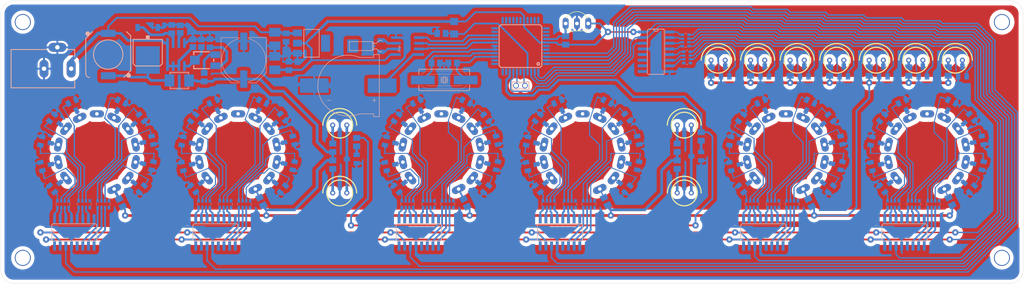
<source format=kicad_pcb>
(kicad_pcb (version 20211014) (generator pcbnew)
  (layers (0 "F.Cu" signal) (31 "B.Cu" signal) (34 "B.Paste" user) (35 "F.Paste" user) (36 "B.SilkS" user "B.Silkscreen") (37 "F.SilkS" user "F.Silkscreen") (38 "B.Mask" user) (39 "F.Mask" user) (44 "Edge.Cuts" user))
  (net 0 "")
  (net 1 "GND")
  (net 2 "N$1")
  (net 3 "N$2")
  (net 4 "QS18_1_8")
  (net 5 "QS18_1_9")
  (net 6 "QS18_1_0")
  (net 7 "QS18_1_1")
  (net 8 "QS18_1_2")
  (net 9 "QS18_1_3")
  (net 10 "QS18_1_4")
  (net 11 "QS18_1_5")
  (net 12 "QS18_1_6")
  (net 13 "QS18_1_7")
  (net 14 "QS18_2_0")
  (net 15 "QS18_2_1")
  (net 16 "QS18_2_2")
  (net 17 "QS18_2_3")
  (net 18 "QS18_2_4")
  (net 19 "QS18_2_5")
  (net 20 "QS18_2_6")
  (net 21 "QS18_2_7")
  (net 22 "QS18_2_8")
  (net 23 "QS18_2_9")
  (net 24 "N$51")
  (net 25 "N$52")
  (net 26 "+12V")
  (net 27 "N$25")
  (net 28 "N$27")
  (net 29 "170V")
  (net 30 "N$89")
  (net 31 "N$90")
  (net 32 "N$49")
  (net 33 "N$50")
  (net 34 "N$91")
  (net 35 "N$92")
  (net 36 "+5V")
  (net 37 "N$104")
  (net 38 "N$98")
  (net 39 "N$103")
  (net 40 "N$105")
  (net 41 "N$3")
  (net 42 "N$4")
  (net 43 "N$5")
  (net 44 "N$7")
  (net 45 "N$8")
  (net 46 "N$9")
  (net 47 "N$10")
  (net 48 "N$11")
  (net 49 "N$12")
  (net 50 "N$13")
  (net 51 "N$6")
  (net 52 "N$14")
  (net 53 "N$15")
  (net 54 "N$16")
  (net 55 "N$17")
  (net 56 "N$18")
  (net 57 "N$19")
  (net 58 "N$20")
  (net 59 "N$21")
  (net 60 "N$22")
  (net 61 "N$77")
  (net 62 "N$78")
  (net 63 "N$79")
  (net 64 "N$80")
  (net 65 "N$81")
  (net 66 "N$82")
  (net 67 "N$83")
  (net 68 "N$147")
  (net 69 "N$148")
  (net 70 "N$149")
  (net 71 "N$150")
  (net 72 "N$151")
  (net 73 "N$152")
  (net 74 "N$153")
  (net 75 "N$154")
  (net 76 "N$155")
  (net 77 "N$156")
  (net 78 "N$157")
  (net 79 "N$158")
  (net 80 "N$159")
  (net 81 "N$160")
  (net 82 "N$23")
  (net 83 "N$24")
  (net 84 "N$26")
  (net 85 "N$28")
  (net 86 "N$29")
  (net 87 "N$30")
  (net 88 "N$31")
  (net 89 "N$32")
  (net 90 "N$33")
  (net 91 "N$34")
  (net 92 "N$35")
  (net 93 "N$36")
  (net 94 "N$37")
  (net 95 "N$38")
  (net 96 "N$39")
  (net 97 "N$40")
  (net 98 "N$41")
  (net 99 "N$42")
  (net 100 "N$43")
  (net 101 "N$44")
  (net 102 "N$45")
  (net 103 "N$46")
  (net 104 "N$47")
  (net 105 "N$48")
  (net 106 "N$58")
  (net 107 "N$59")
  (net 108 "N$60")
  (net 109 "N$62")
  (net 110 "N$63")
  (net 111 "N$64")
  (net 112 "N$65")
  (net 113 "N$66")
  (net 114 "N$67")
  (net 115 "N$68")
  (net 116 "N$69")
  (net 117 "N$70")
  (net 118 "N$71")
  (net 119 "N$72")
  (net 120 "N$73")
  (net 121 "N$74")
  (net 122 "N$75")
  (net 123 "N$76")
  (net 124 "QS18_4_0")
  (net 125 "QS18_4_1")
  (net 126 "QS18_4_2")
  (net 127 "QS18_4_3")
  (net 128 "QS18_4_4")
  (net 129 "QS18_4_5")
  (net 130 "QS18_4_6")
  (net 131 "QS18_4_7")
  (net 132 "QS18_4_8")
  (net 133 "QS18_4_9")
  (net 134 "QS18_3_0")
  (net 135 "QS18_3_1")
  (net 136 "QS18_3_2")
  (net 137 "QS18_3_3")
  (net 138 "QS18_3_4")
  (net 139 "QS18_3_5")
  (net 140 "QS18_3_6")
  (net 141 "QS18_3_7")
  (net 142 "QS18_3_9")
  (net 143 "QS18_3_8")
  (net 144 "N$86")
  (net 145 "N$88")
  (net 146 "N$107")
  (net 147 "N$108")
  (net 148 "N$109")
  (net 149 "N$110")
  (net 150 "N$111")
  (net 151 "N$112")
  (net 152 "N$113")
  (net 153 "N$114")
  (net 154 "N$115")
  (net 155 "N$116")
  (net 156 "N$117")
  (net 157 "N$118")
  (net 158 "N$119")
  (net 159 "N$120")
  (net 160 "N$121")
  (net 161 "N$122")
  (net 162 "N$123")
  (net 163 "N$124")
  (net 164 "N$125")
  (net 165 "N$126")
  (net 166 "N$127")
  (net 167 "N$128")
  (net 168 "N$129")
  (net 169 "N$130")
  (net 170 "N$131")
  (net 171 "N$132")
  (net 172 "N$133")
  (net 173 "N$134")
  (net 174 "N$135")
  (net 175 "N$136")
  (net 176 "N$137")
  (net 177 "N$138")
  (net 178 "N$139")
  (net 179 "N$140")
  (net 180 "N$141")
  (net 181 "N$142")
  (net 182 "N$143")
  (net 183 "N$144")
  (net 184 "N$145")
  (net 185 "N$146")
  (net 186 "QS18_5_0")
  (net 187 "QS18_5_1")
  (net 188 "QS18_5_2")
  (net 189 "QS18_5_3")
  (net 190 "QS18_5_4")
  (net 191 "QS18_5_5")
  (net 192 "QS18_5_6")
  (net 193 "QS18_5_7")
  (net 194 "QS18_5_8")
  (net 195 "QS18_5_9")
  (net 196 "QS18_6_9")
  (net 197 "QS18_6_1")
  (net 198 "QS18_6_2")
  (net 199 "QS18_6_3")
  (net 200 "QS18_6_4")
  (net 201 "QS18_6_5")
  (net 202 "QS18_6_6")
  (net 203 "QS18_6_7")
  (net 204 "QS18_6_8")
  (net 205 "QS18_6_0")
  (net 206 "N$84")
  (net 207 "N$85")
  (net 208 "N$87")
  (net 209 "N$93")
  (net 210 "N$94")
  (net 211 "N$95")
  (net 212 "N$96")
  (net 213 "N$97")
  (net 214 "N$99")
  (net 215 "N$100")
  (net 216 "N$101")
  (net 217 "N$102")
  (net 218 "N$106")
  (net 219 "N$53")
  (net 220 "N$55")
  (net 221 "N$56")
  (net 222 "N$57")
  (net 223 "N$161")
  (net 224 "N$162")
  (net 225 "CLK_S1")
  (net 226 "RST4017")
  (net 227 "DAY0")
  (net 228 "DAY1")
  (net 229 "DAY2")
  (net 230 "DAY3")
  (net 231 "DAY4")
  (net 232 "DAY5")
  (net 233 "DAY6")
  (net 234 "N$170")
  (net 235 "N$171")
  (net 236 "N$172")
  (net 237 "N$173")
  (net 238 "CLK_H0")
  (net 239 "CLK_H1")
  (net 240 "CLK_M0")
  (net 241 "CLK_M1")
  (net 242 "CLK_S0")
  (net 243 "SCK")
  (net 244 "SDIN")
  (net 245 "CS")
  (net 246 "CLK_D0")
  (net 247 "N$54")
  (net 248 "N$61")
  (net 249 "N$163")
  (net 250 "N$164")
  (net 251 "N$165")
  (net 252 "N$166")
  (net 253 "N$167")
  (net 254 "N$168")
  (net 255 "N$169")
  (net 256 "DOT")
  (net 257 "SD")
  (footprint "QS18-30-1:IN-3" (layer "F.Cu") (at 248.1961 86.5886)
    (fp_text reference "N5" hide)
    (fp_text value "IN-3" hide)
  )
  (footprint "QS18-30-1:IN-3" (layer "F.Cu") (at 221.5261 86.5886)
    (fp_text reference "N8" hide)
    (fp_text value "IN-3" hide)
  )
  (footprint "QS18-30-1:QS30-1_V3" (layer "F.Cu") (at 241.8461 107.5436)
    (fp_text reference "TUBE6" hide)
    (fp_text value "QS30-1R1" hide)
  )
  (footprint "QS18-30-1:IN-3" (layer "F.Cu") (at 230.4161 86.5886)
    (fp_text reference "N7" hide)
    (fp_text value "IN-3" hide)
  )
  (footprint "QS18-30-1:QS30-1_V3" (layer "F.Cu") (at 55.1561 107.5436)
    (fp_text reference "TUBE1" hide)
    (fp_text value "QS30-1R1" hide)
  )
  (footprint "QS18-30-1:IN-3" (layer "F.Cu") (at 109.7661 101.1936)
    (fp_text reference "N4" hide)
    (fp_text value "IN-3" hide)
  )
  (footprint "QS18-30-1:IN-3" (layer "F.Cu") (at 187.2361 116.4336)
    (fp_text reference "N3" hide)
    (fp_text value "IN-3" hide)
  )
  (footprint "QS18-30-1:IN-3" (layer "F.Cu") (at 239.3061 86.5886)
    (fp_text reference "N6" hide)
    (fp_text value "IN-3" hide)
  )
  (footprint "QS18-30-1:QS30-1_V3" (layer "F.Cu") (at 132.6261 107.5436)
    (fp_text reference "TUBE3" hide)
    (fp_text value "QS30-1R1" hide)
  )
  (footprint "QS18-30-1:IN-3" (layer "F.Cu") (at 212.6361 86.5886)
    (fp_text reference "N9" hide)
    (fp_text value "IN-3" hide)
  )
  (footprint "QS18-30-1:IN-3" (layer "F.Cu") (at 187.2361 101.1936)
    (fp_text reference "N1" hide)
    (fp_text value "IN-3" hide)
  )
  (footprint "QS18-30-1:TO92-" (layer "F.Cu") (at 163.1061 78.3336)
    (fp_text reference "U$4" hide)
    (fp_text value "HX1838" hide)
  )
  (footprint "QS18-30-1:QS30-1_V3" (layer "F.Cu") (at 164.3761 107.5436)
    (fp_text reference "TUBE4" hide)
    (fp_text value "QS30-1R1" hide)
  )
  (footprint "QS18-30-1:QS30-1_V3" (layer "F.Cu") (at 210.0961 107.5436)
    (fp_text reference "TUBE5" hide)
    (fp_text value "QS30-1R1" hide)
  )
  (footprint "QS18-30-1:IN-3" (layer "F.Cu") (at 203.7461 86.5886)
    (fp_text reference "N10" hide)
    (fp_text value "IN-3" hide)
  )
  (footprint "QS18-30-1:QS30-1_V3" (layer "F.Cu") (at 86.9061 107.5436)
    (fp_text reference "TUBE2" hide)
    (fp_text value "QS30-1R1" hide)
  )
  (footprint "QS18-30-1:IN-3" (layer "F.Cu") (at 109.7661 116.4336)
    (fp_text reference "N2" hide)
    (fp_text value "IN-3" hide)
  )
  (footprint "QS18-30-1:IN-3" (layer "F.Cu") (at 194.8561 86.5886)
    (fp_text reference "N11" hide)
    (fp_text value "Mon" hide)
  )
  (footprint "QS18-30-1:SOT23-BEC" (layer "B.Cu") (at 98.3361 104.84485 -77.2)
    (fp_text reference "T19" hide)
    (fp_text value "")
  )
  (footprint "QS18-30-1:SOT23-BEC" (layer "B.Cu") (at 127.5461 96.90735 25.8)
    (fp_text reference "T26" hide)
    (fp_text value "")
  )
  (footprint "QS18-30-1:SOT23-BEC" (layer "B.Cu") (at 223.1136 89.1286 180)
    (fp_text reference "T66" hide)
    (fp_text value "")
  )
  (footprint "QS18-30-1:EXB38V" (layer "B.Cu") (at 165.80485 118.9736)
    (fp_text reference "R27" hide)
    (fp_text value "")
  )
  (footprint "QS18-30-1:SOT23-BEC" (layer "B.Cu") (at 230.4161 110.24235 102.8)
    (fp_text reference "T53" hide)
    (fp_text value "")
  )
  (footprint "QS18-30-1:SOT23-BEC" (layer "B.Cu") (at 43.7261 110.24235 102.8)
    (fp_text reference "T3" hide)
    (fp_text value "")
  )
  (footprint "QS18-30-1:SOT23-BEC" (layer "B.Cu") (at 205.3336 89.1286 180)
    (fp_text reference "T68" hide)
    (fp_text value "")
  )
  (footprint "QS18-30-1:SOT23-BEC" (layer "B.Cu") (at 253.2761 104.84485 -77.2)
    (fp_text reference "T59" hide)
    (fp_text value "")
  )
  (footprint "QS18-30-1:SOT23-BEC" (layer "B.Cu") (at 198.6661 110.24235 102.8)
    (fp_text reference "T43" hide)
    (fp_text value "")
  )
  (footprint "QS18-30-1:SOT23-BEC" (layer "B.Cu") (at 198.6661 105.0036 77.2)
    (fp_text reference "T44" hide)
    (fp_text value "")
  )
  (footprint "QS18-30-1:EXB38V" (layer "B.Cu") (at 234.2261 118.9736)
    (fp_text reference "R33" hide)
    (fp_text value "")
  )
  (footprint "QS18-30-1:M0805" (layer "B.Cu") (at 191.0461 103.7336 90)
    (fp_text reference "R21" hide)
    (fp_text value "")
  )
  (footprint "QS18-30-1:DCJ0303" (layer "B.Cu") (at 46.2661 88.4936 90)
    (fp_text reference "J1" hide)
    (fp_text value "")
  )
  (footprint "QS18-30-1:SOT23-BEC" (layer "B.Cu") (at 232.6386 100.2411 51.4)
    (fp_text reference "T55" hide)
    (fp_text value "")
  )
  (footprint "QS18-30-1:SO16" (layer "B.Cu") (at 127.5461 125.3236)
    (fp_text reference "IC3" hide)
    (fp_text value "4017D" hide)
  )
  (footprint "QS18-30-1:M0805" (layer "B.Cu") (at 138.0236 118.6561 -64.2)
    (fp_text reference "R14" hide)
    (fp_text value "")
  )
  (footprint "QS18-30-1:SOT23-BEC" (layer "B.Cu") (at 98.3361 110.0836 -102.8)
    (fp_text reference "T20" hide)
    (fp_text value "")
  )
  (footprint "QS18-30-1:EXB38V" (layer "B.Cu") (at 187.8711 85.9536 -90)
    (fp_text reference "R44" hide)
    (fp_text value "")
  )
  (footprint "QS18-30-1:D-PAK_TO252AA" (layer "B.Cu") (at 66.5861 84.0486)
    (fp_text reference "Q3" hide)
    (fp_text value "IRFR5305" hide)
  )
  (footprint "QS18-30-1:SOT23-BEC" (layer "B.Cu") (at 205.0161 96.90735 25.8)
    (fp_text reference "T46" hide)
    (fp_text value "")
  )
  (footprint "QS18-30-1:SO16" (layer "B.Cu") (at 50.0761 125.3236)
    (fp_text reference "IC1" hide)
    (fp_text value "4017D" hide)
  )
  (footprint "QS18-30-1:M0805" (layer "B.Cu") (at 108.1786 110.0836 90)
    (fp_text reference "R9" hide)
    (fp_text value "")
  )
  (footprint "QS18-30-1:SOT23-BEC" (layer "B.Cu") (at 221.5261 104.84485 -77.2)
    (fp_text reference "T49" hide)
    (fp_text value "")
  )
  (footprint "QS18-30-1:332-02" (layer "B.Cu") (at 150.4061 92.3036 -90)
    (fp_text reference "X1" hide)
    (fp_text value "")
  )
  (footprint "QS18-30-1:SOT23-BEC" (layer "B.Cu") (at 173.5836 100.08235 -51.4)
    (fp_text reference "T38" hide)
    (fp_text value "")
  )
  (footprint "QS18-30-1:EXB38V" (layer "B.Cu") (at 129.7686 118.9736)
    (fp_text reference "R19" hide)
    (fp_text value "")
  )
  (footprint "QS18-30-1:M0805" (layer "B.Cu") (at 185.6486 106.2736 -90)
    (fp_text reference "R8" hide)
    (fp_text value "")
  )
  (footprint "QS18-30-1:M0805" (layer "B.Cu") (at 160.5661 82.1436 -90)
    (fp_text reference "R45" hide)
    (fp_text value "")
  )
  (footprint "QS18-30-1:M0805" (layer "B.Cu") (at 113.5761 105.0036 90)
    (fp_text reference "R20" hide)
    (fp_text value "")
  )
  (footprint "QS18-30-1:EXB38V" (layer "B.Cu") (at 207.2386 118.9736)
    (fp_text reference "R31" hide)
    (fp_text value "")
  )
  (footprint "QS18-30-1:SOT23-BEC" (layer "B.Cu") (at 196.4436 89.1286 180)
    (fp_text reference "T69" hide)
    (fp_text value "")
  )
  (footprint "QS18-30-1:SOT23-BEC" (layer "B.Cu") (at 141.8336 114.8461 -128.6)
    (fp_text reference "T21" hide)
    (fp_text value "")
  )
  (footprint "QS18-30-1:SOT23-BEC" (layer "B.Cu") (at 251.0536 114.8461 -128.6)
    (fp_text reference "T51" hide)
    (fp_text value "")
  )
  (footprint "QS18-30-1:SO16" (layer "B.Cu") (at 81.8261 125.3236)
    (fp_text reference "IC2" hide)
    (fp_text value "4017D" hide)
  )
  (footprint "QS18-30-1:SOT23-BEC" (layer "B.Cu") (at 152.9461 105.0036 77.2)
    (fp_text reference "T34" hide)
    (fp_text value "")
  )
  (footprint "QS18-30-1:SOT23-BEC" (layer "B.Cu") (at 96.1136 100.08235 -51.4)
    (fp_text reference "T18" hide)
    (fp_text value "")
  )
  (footprint "QS18-30-1:SOT23-BEC" (layer "B.Cu") (at 232.0036 89.1286 180)
    (fp_text reference "T65" hide)
    (fp_text value "")
  )
  (footprint "QS18-30-1:EXB38V" (layer "B.Cu") (at 79.2861 118.9736)
    (fp_text reference "R4" hide)
    (fp_text value "")
  )
  (footprint "QS18-30-1:M0805" (layer "B.Cu") (at 228.8286 89.1286 -90)
    (fp_text reference "R38" hide)
    (fp_text value "")
  )
  (footprint "QS18-30-1:C0805" (layer "B.Cu") (at 131.3561 87.2236 180)
    (fp_text reference "C6" hide)
    (fp_text value "")
  )
  (footprint "QS18-30-1:EXB38V" (layer "B.Cu") (at 47.5361 118.9736)
    (fp_text reference "R1" hide)
    (fp_text value "")
  )
  (footprint "QS18-30-1:SO16" (layer "B.Cu") (at 205.0161 125.3236)
    (fp_text reference "IC5" hide)
    (fp_text value "4017D" hide)
  )
  (footprint "QS18-30-1:M0805" (layer "B.Cu") (at 211.0486 89.1286 -90)
    (fp_text reference "R40" hide)
    (fp_text value "")
  )
  (footprint "QS18-30-1:SO16" (layer "B.Cu") (at 180.8861 84.6836 -90)
    (fp_text reference "IC9" hide)
    (fp_text value "4017D" hide)
  )
  (footprint "QS18-30-1:SOT23-BEC" (layer "B.Cu") (at 246.9261 96.90735 -25.8)
    (fp_text reference "T57" hide)
    (fp_text value "")
  )
  (footprint "QS18-30-1:SOT23-BEC" (layer "B.Cu") (at 66.5861 110.0836 -102.8)
    (fp_text reference "T10" hide)
    (fp_text value "")
  )
  (footprint "QS18-30-1:SOT23-BEC" (layer "B.Cu") (at 50.0761 96.90735 25.8)
    (fp_text reference "T6" hide)
    (fp_text value "")
  )
  (footprint "QS18-30-1:SOT23-BEC" (layer "B.Cu") (at 112.46485 108.8136 -90)
    (fp_text reference "T61" hide)
    (fp_text value "")
  )
  (footprint "QS18-30-1:SOT23-BEC" (layer "B.Cu") (at 159.2961 96.90735 25.8)
    (fp_text reference "T36" hide)
    (fp_text value "")
  )
  (footprint "QS18-30-1:M0805" (layer "B.Cu") (at 215.4936 118.6561 -64.2)
    (fp_text reference "R28" hide)
    (fp_text value "")
  )
  (footprint "QS18-30-1:TQFP44" (layer "B.Cu") (at 150.4061 83.4136 90)
    (fp_text reference "MCU1" hide)
    (fp_text value "AT89S51-33P" hide)
  )
  (footprint "QS18-30-1:M0805" (layer "B.Cu") (at 247.08485 118.3386 -64.2)
    (fp_text reference "R29" hide)
    (fp_text value "")
  )
  (footprint "QS18-30-1:M0805" (layer "B.Cu") (at 185.6486 110.0836 90)
    (fp_text reference "R7" hide)
    (fp_text value "")
  )
  (footprint "QS18-30-1:SOT23-BEC" (layer "B.Cu") (at 66.5861 104.84485 -77.2)
    (fp_text reference "T9" hide)
    (fp_text value "")
  )
  (footprint "QS18-30-1:SOT23-BEC" (layer "B.Cu") (at 240.8936 89.1286 180)
    (fp_text reference "T64" hide)
    (fp_text value "")
  )
  (footprint "QS18-30-1:SOT23-BEC" (layer "B.Cu") (at 219.3036 114.8461 -128.6)
    (fp_text reference "T41" hide)
    (fp_text value "")
  )
  (footprint "QS18-30-1:SOT23-BEC" (layer "B.Cu") (at 215.1761 96.90735 -25.8)
    (fp_text reference "T47" hide)
    (fp_text value "")
  )
  (footprint "QS18-30-1:SOT23-BEC" (layer "B.Cu") (at 232.6386 114.8461 128.6)
    (fp_text reference "T52" hide)
    (fp_text value "")
  )
  (footprint "QS18-30-1:SOT23-BEC" (layer "B.Cu") (at 77.6986 114.8461 128.6)
    (fp_text reference "T12" hide)
    (fp_text value "")
  )
  (footprint "QS18-30-1:M0805" (layer "B.Cu") (at 108.1786 106.2736 -90)
    (fp_text reference "R10" hide)
    (fp_text value "")
  )
  (footprint "QS18-30-1:EXB38V" (layer "B.Cu") (at 125.0061 118.9736)
    (fp_text reference "R18" hide)
    (fp_text value "")
  )
  (footprint "QS18-30-1:EXB38V" (layer "B.Cu") (at 202.4761 118.9736)
    (fp_text reference "R30" hide)
    (fp_text value "")
  )
  (footprint "QS18-30-1:SOT23-BEC" (layer "B.Cu") (at 251.0536 100.08235 -51.4)
    (fp_text reference "T58" hide)
    (fp_text value "")
  )
  (footprint "QS18-30-1:M0805" (layer "B.Cu") (at 237.7186 89.1286 -90)
    (fp_text reference "R37" hide)
    (fp_text value "")
  )
  (footprint "QS18-30-1:M0805" (layer "B.Cu") (at 92.14485 118.3386 -64.2)
    (fp_text reference "R6" hide)
    (fp_text value "")
  )
  (footprint "QS18-30-1:SOT23-BEC" (layer "B.Cu") (at 60.2361 96.90735 -25.8)
    (fp_text reference "T7" hide)
    (fp_text value "")
  )
  (footprint "QS18-30-1:EXB38V" (layer "B.Cu") (at 56.58485 118.9736)
    (fp_text reference "R3" hide)
    (fp_text value "")
  )
  (footprint "QS18-30-1:SOT23-BEC" (layer "B.Cu") (at 144.0561 110.0836 -102.8)
    (fp_text reference "T30" hide)
    (fp_text value "")
  )
  (footprint "QS18-30-1:EXB38V" (layer "B.Cu") (at 161.5186 118.9736)
    (fp_text reference "R26" hide)
    (fp_text value "")
  )
  (footprint "QS18-30-1:SOT23-BEC" (layer "B.Cu") (at 123.4186 100.2411 51.4)
    (fp_text reference "T25" hide)
    (fp_text value "")
  )
  (footprint "QS18-30-1:SOT23-BEC" (layer "B.Cu") (at 236.7661 96.90735 25.8)
    (fp_text reference "T56" hide)
    (fp_text value "")
  )
  (footprint "QS18-30-1:M0805" (layer "B.Cu") (at 219.9386 89.1286 -90)
    (fp_text reference "R39" hide)
    (fp_text value "")
  )
  (footprint "QS18-30-1:EXB38V" (layer "B.Cu") (at 156.7561 118.9736)
    (fp_text reference "R25" hide)
    (fp_text value "")
  )
  (footprint "QS18-30-1:SOT23-BEC" (layer "B.Cu") (at 230.4161 105.0036 77.2)
    (fp_text reference "T54" hide)
    (fp_text value "")
  )
  (footprint "QS18-30-1:EXB38V" (layer "B.Cu") (at 88.33485 118.9736)
    (fp_text reference "R17" hide)
    (fp_text value "")
  )
  (footprint "QS18-30-1:SOP08" (layer "B.Cu") (at 125.0061 83.4136 90)
    (fp_text reference "U$1" hide)
    (fp_text value "DS1302SOP08" hide)
  )
  (footprint "QS18-30-1:SOT23-BEC" (layer "B.Cu") (at 175.8061 110.0836 -102.8)
    (fp_text reference "T40" hide)
    (fp_text value "")
  )
  (footprint "QS18-30-1:SOT23-BEC" (layer "B.Cu") (at 96.1136 114.8461 -128.6)
    (fp_text reference "T11" hide)
    (fp_text value "")
  )
  (footprint "QS18-30-1:SOT23-BEC" (layer "B.Cu") (at 249.7836 89.1286 180)
    (fp_text reference "T63" hide)
    (fp_text value "")
  )
  (footprint "QS18-30-1:M0805" (layer "B.Cu") (at 169.61485 118.3386 -64.2)
    (fp_text reference "R15" hide)
    (fp_text value "")
  )
  (footprint "QS18-30-1:EXB38V" (layer "B.Cu") (at 238.82985 118.9736)
    (fp_text reference "R34" hide)
    (fp_text value "")
  )
  (footprint "QS18-30-1:SOT23-BEC" (layer "B.Cu") (at 221.5261 110.0836 -102.8)
    (fp_text reference "T50" hide)
    (fp_text value "")
  )
  (footprint "QS18-30-1:C1206" (layer "B.Cu") (at 135.4836 79.2861 90)
    (fp_text reference "C4" hide)
    (fp_text value "")
  )
  (footprint "QS18-30-1:SOT23-BEC" (layer "B.Cu") (at 81.8261 96.90735 25.8)
    (fp_text reference "T16" hide)
    (fp_text value "")
  )
  (footprint "QS18-30-1:HC49UP" (layer "B.Cu") (at 133.2611 91.0336 180)
    (fp_text reference "Q1" hide)
    (fp_text value "")
  )
  (footprint "QS18-30-1:R0805" (layer "B.Cu") (at 79.2861 90.3986 -90)
    (fp_text reference "R11" hide)
    (fp_text value "")
  )
  (footprint "QS18-30-1:EXB38V" (layer "B.Cu") (at 211.52485 118.9736)
    (fp_text reference "R32" hide)
    (fp_text value "")
  )
  (footprint "QS18-30-1:C0805" (layer "B.Cu") (at 97.7011 81.5086 -90)
    (fp_text reference "C8" hide)
    (fp_text value "")
  )
  (footprint "QS18-30-1:SOT23-BEC" (layer "B.Cu") (at 137.7061 96.90735 -25.8)
    (fp_text reference "T27" hide)
    (fp_text value "")
  )
  (footprint "QS18-30-1:R0805" (layer "B.Cu") (at 71.9836 79.6036 -90)
    (fp_text reference "R13" hide)
    (fp_text value "")
  )
  (footprint "QS18-30-1:SOT23-BEC" (layer "B.Cu") (at 91.9861 96.90735 -25.8)
    (fp_text reference "T17" hide)
    (fp_text value "")
  )
  (footprint "QS18-30-1:SOT23-BEC" (layer "B.Cu") (at 75.4761 110.24235 102.8)
    (fp_text reference "T13" hide)
    (fp_text value "")
  )
  (footprint "QS18-30-1:SOT23-BEC" (layer "B.Cu") (at 64.3636 114.8461 -128.6)
    (fp_text reference "T1" hide)
    (fp_text value "")
  )
  (footprint "QS18-30-1:SOT23-BEC" (layer "B.Cu") (at 45.9486 100.2411 51.4)
    (fp_text reference "T5" hide)
    (fp_text value "")
  )
  (footprint "QS18-30-1:SOT23-BEC" (layer "B.Cu") (at 155.1686 114.8461 128.6)
    (fp_text reference "T32" hide)
    (fp_text value "")
  )
  (footprint "QS18-30-1:SOT23-BEC" (layer "B.Cu") (at 219.3036 100.2411 -51.4)
    (fp_text reference "T48" hide)
    (fp_text value "")
  )
  (footprint "QS18-30-1:PANASONIC_G" (layer "B.Cu") (at 88.1761 86.5886 -90)
    (fp_text reference "C11" hide)
    (fp_text value "")
  )
  (footprint "QS18-30-1:M0805" (layer "B.Cu") (at 202.1586 89.1286 -90)
    (fp_text reference "R41" hide)
    (fp_text value "")
  )
  (footprint "QS18-30-1:MS1V-T1K" (layer "B.Cu") (at 116.1161 83.4136)
    (fp_text reference "U$3" hide)
    (fp_text value "MS1V-T1K-6P" hide)
  )
  (footprint "QS18-30-1:SOT23-BEC" (layer "B.Cu") (at 43.7261 105.0036 77.2)
    (fp_text reference "T4" hide)
    (fp_text value "")
  )
  (footprint "QS18-30-1:SOT23-BEC" (layer "B.Cu") (at 121.1961 105.0036 77.2)
    (fp_text reference "T24" hide)
    (fp_text value "")
  )
  (footprint "QS18-30-1:B_3528-21R" (layer "B.Cu") (at 95.1611 87.2236 -90)
    (fp_text reference "C9" hide)
    (fp_text value "")
  )
  (footprint "QS18-30-1:DR1033" (layer "B.Cu") (at 57.6961 85.3186 180)
    (fp_text reference "L2" hide)
    (fp_text value "")
  )
  (footprint "QS18-30-1:EXB38V" (layer "B.Cu") (at 134.05485 118.9736)
    (fp_text reference "R24" hide)
    (fp_text value "")
  )
  (footprint "QS18-30-1:EXB38V" (layer "B.Cu") (at 187.5536 82.1436 -90)
    (fp_text reference "R43" hide)
    (fp_text value "")
  )
  (footprint "QS18-30-1:SOT23-BEC" (layer "B.Cu") (at 152.9461 110.24235 102.8)
    (fp_text reference "T33" hide)
    (fp_text value "")
  )
  (footprint "QS18-30-1:1220BATTERY" (layer "B.Cu") (at 112.3061 92.3036 180)
    (fp_text reference "U$2" hide)
    (fp_text value "1220BATTERY_SF" hide)
  )
  (footprint "QS18-30-1:SOT23-BEC" (layer "B.Cu") (at 75.4761 105.0036 77.2)
    (fp_text reference "T14" hide)
    (fp_text value "")
  )
  (footprint "QS18-30-1:SOT23-BEC" (layer "B.Cu") (at 253.2761 110.0836 -102.8)
    (fp_text reference "T60" hide)
    (fp_text value "")
  )
  (footprint "QS18-30-1:C0805" (layer "B.Cu") (at 76.7461 82.7786 90)
    (fp_text reference "C2" hide)
    (fp_text value "")
  )
  (footprint "QS18-30-1:SO16" (layer "B.Cu") (at 236.7661 125.3236)
    (fp_text reference "IC6" hide)
    (fp_text value "4017D" hide)
  )
  (footprint "QS18-30-1:SOT23-BEC" (layer "B.Cu") (at 121.1961 110.24235 102.8)
    (fp_text reference "T23" hide)
    (fp_text value "")
  )
  (footprint "QS18-30-1:C0805" (layer "B.Cu") (at 78.6511 82.7786 90)
    (fp_text reference "C3" hide)
    (fp_text value "")
  )
  (footprint "QS18-30-1:EXB38V" (layer "B.Cu") (at 52.2986 118.9736)
    (fp_text reference "R2" hide)
    (fp_text value "")
  )
  (footprint "QS18-30-1:SO16" (layer "B.Cu") (at 159.2961 125.3236)
    (fp_text reference "IC4" hide)
    (fp_text value "4017D" hide)
  )
  (footprint "QS18-30-1:B_3528-21R" (layer "B.Cu") (at 95.1611 81.8261 90)
    (fp_text reference "C7" hide)
    (fp_text value "")
  )
  (footprint "QS18-30-1:SOT23-BEC" (layer "B.Cu") (at 173.5836 114.8461 -128.6)
    (fp_text reference "T31" hide)
    (fp_text value "")
  )
  (footprint "QS18-30-1:C0805" (layer "B.Cu") (at 98.3361 87.8586 90)
    (fp_text reference "C10" hide)
    (fp_text value "")
  )
  (footprint "QS18-30-1:C0805" (layer "B.Cu") (at 135.1661 87.2236 180)
    (fp_text reference "C5" hide)
    (fp_text value "")
  )
  (footprint "QS18-30-1:SOT23-BEC" (layer "B.Cu") (at 175.8061 104.84485 -77.2)
    (fp_text reference "T39" hide)
    (fp_text value "")
  )
  (footprint "QS18-30-1:R0805" (layer "B.Cu") (at 80.5561 82.7786 -90)
    (fp_text reference "R12" hide)
    (fp_text value "")
  )
  (footprint "QS18-30-1:SOT23-BEC" (layer "B.Cu") (at 155.1686 100.2411 51.4)
    (fp_text reference "T35" hide)
    (fp_text value "")
  )
  (footprint "QS18-30-1:SOT23-BEC" (layer "B.Cu") (at 200.8886 100.2411 51.4)
    (fp_text reference "T45" hide)
    (fp_text value "")
  )
  (footprint "QS18-30-1:SOT23-BEC" (layer "B.Cu") (at 77.6986 100.2411 51.4)
    (fp_text reference "T15" hide)
    (fp_text value "")
  )
  (footprint "QS18-30-1:SOT23-BEC" (layer "B.Cu") (at 200.8886 114.8461 128.6)
    (fp_text reference "T42" hide)
    (fp_text value "")
  )
  (footprint "QS18-30-1:SOT23-BEC" (layer "B.Cu") (at 123.4186 114.8461 128.6)
    (fp_text reference "T22" hide)
    (fp_text value "")
  )
  (footprint "QS18-30-1:SOIC8" (layer "B.Cu") (at 72.9361 85.3186)
    (fp_text reference "IC7" hide)
    (fp_text value "MC34063AD" hide)
  )
  (footprint "QS18-30-1:C0805" (layer "B.Cu") (at 73.8886 79.6036 90)
    (fp_text reference "C1" hide)
    (fp_text value "")
  )
  (footprint "QS18-30-1:M0805" (layer "B.Cu") (at 132.6261 80.5561)
    (fp_text reference "R22" hide)
    (fp_text value "")
  )
  (footprint "QS18-30-1:SOT223" (layer "B.Cu") (at 103.4161 82.7786 90)
    (fp_text reference "REG2" hide)
    (fp_text value "REG1117" hide)
  )
  (footprint "QS18-30-1:M0805" (layer "B.Cu") (at 60.5536 118.6561 -64.2)
    (fp_text reference "R5" hide)
    (fp_text value "")
  )
  (footprint "QS18-30-1:SOT23-BEC" (layer "B.Cu") (at 64.3636 100.2411 -51.4)
    (fp_text reference "T8" hide)
    (fp_text value "")
  )
  (footprint "QS18-30-1:SOT23-BEC" (layer "B.Cu") (at 214.2236 89.1286 180)
    (fp_text reference "T67" hide)
    (fp_text value "")
  )
  (footprint "QS18-30-1:SMB" (layer "B.Cu") (at 73.5711 91.0336 180)
    (fp_text reference "D1" hide)
    (fp_text value "")
  )
  (footprint "QS18-30-1:SOT23-BEC" (layer "B.Cu") (at 45.9486 114.8461 128.6)
    (fp_text reference "T2" hide)
    (fp_text value "")
  )
  (footprint "QS18-30-1:SOT23-BEC" (layer "B.Cu") (at 169.4561 96.90735 -25.8)
    (fp_text reference "T37" hide)
    (fp_text value "")
  )
  (footprint "QS18-30-1:M0805" (layer "B.Cu") (at 246.6086 89.1286 -90)
    (fp_text reference "R36" hide)
    (fp_text value "")
  )
  (footprint "QS18-30-1:SOT23-BEC" (layer "B.Cu") (at 144.0561 104.84485 -77.2)
    (fp_text reference "T29" hide)
    (fp_text value "")
  )
  (footprint "QS18-30-1:RTRIM3374" (layer "B.Cu") (at 79.2861 86.5886 -90)
    (fp_text reference "R23" hide)
    (fp_text value "")
  )
  (footprint "QS18-30-1:EXB38V" (layer "B.Cu") (at 84.0486 118.9736)
    (fp_text reference "R16" hide)
    (fp_text value "")
  )
  (footprint "QS18-30-1:SOT23-BEC" (layer "B.Cu") (at 189.93485 108.1786 -90)
    (fp_text reference "T62" hide)
    (fp_text value "")
  )
  (footprint "QS18-30-1:SOT23-BEC" (layer "B.Cu") (at 141.8336 100.2411 -51.4)
    (fp_text reference "T28" hide)
    (fp_text value "")
  )
  (footprint "QS18-30-1:EXB38V" (layer "B.Cu") (at 243.27485 118.9736)
    (fp_text reference "R35" hide)
    (fp_text value "")
  )
  (footprint "QS18-30-1:M0805" (layer "B.Cu") (at 193.2686 89.1286 -90)
    (fp_text reference "R42" hide)
    (fp_text value "")
  )
  (gr_arc (start 36.405906 136.7536) (mid 34.39786 135.92184) (end 33.5661 133.913794) (layer "Edge.Cuts") (width 0.05))
  (gr_line (start 263.4361 133.913794) (end 263.4361 76.093407) (layer "Edge.Cuts") (width 0.05))
  (gr_arc (start 263.436099 133.913794) (mid 262.604339 135.92184) (end 260.596293 136.7536) (layer "Edge.Cuts") (width 0.05))
  (gr_line (start 33.5661 76.093407) (end 33.5661 133.913794) (layer "Edge.Cuts") (width 0.05))
  (gr_line (start 36.405906 136.7536) (end 260.596293 136.7536) (layer "Edge.Cuts") (width 0.05))
  (gr_arc (start 33.566099 76.093407) (mid 34.397859 74.08536) (end 36.405906 73.2536) (layer "Edge.Cuts") (width 0.05))
  (gr_line (start 260.596293 73.2536) (end 36.405906 73.2536) (layer "Edge.Cuts") (width 0.05))
  (gr_arc (start 260.596291 73.2536) (mid 262.604339 74.08536) (end 263.4361 76.093407) (layer "Edge.Cuts") (width 0.05))
  (segment (start 97.7011 82.4586) (end 97.7011 84.3661) (width 0.6096) (layer "B.Cu") (net 1))
  (segment (start 222.8011 93.5736) (end 222.1636 92.9361) (width 0.4064) (layer "B.Cu") (net 1))
  (segment (start 204.3836 92.9361) (end 203.7461 93.5736) (width 0.4064) (layer "B.Cu") (net 1))
  (segment (start 139.29985 84.2136) (end 138.81735 84.6836) (width 0.4064) (layer "B.Cu") (net 1))
  (segment (start 256.4511 111.3536) (end 255.8161 111.9886) (width 0.4064) (layer "B.Cu") (net 1))
  (segment (start 239.3061 125.3236) (end 235.4961 125.3236) (width 0.4064) (layer "B.Cu") (net 1))
  (segment (start 111.0361 88.4936) (end 107.2261 92.3036) (width 0.508) (layer "B.Cu") (net 1))
  (segment (start 205.0211 93.5736) (end 204.3836 92.9361) (width 0.4064) (layer "B.Cu") (net 1))
  (segment (start 131.3561 93.5736) (end 123.7361 93.5736) (width 0.508) (layer "B.Cu") (net 1))
  (segment (start 209.4611 123.4186) (end 207.5561 125.3236) (width 0.4064) (layer "B.Cu") (net 1))
  (segment (start 113.73489 98.812391) (end 118.497309 98.812391) (width 0.508) (layer "B.Cu") (net 1))
  (segment (start 131.9911 123.4186) (end 130.0861 125.3236) (width 0.4064) (layer "B.Cu") (net 1))
  (segment (start 113.73489 98.812391) (end 107.2261 92.3036) (width 0.508) (layer "B.Cu") (net 1))
  (segment (start 122.4061 81.5086) (end 123.7361 81.5086) (width 0.508) (layer "B.Cu") (net 1))
  (segment (start 158.0261 125.3236) (end 156.7561 124.0536) (width 0.4064) (layer "B.Cu") (net 1))
  (segment (start 47.5361 125.3236) (end 46.2661 124.0536) (width 0.4064) (layer "B.Cu") (net 1))
  (segment (start 88.1761 82.3386) (end 84.5611 82.3386) (width 0.6096) (layer "B.Cu") (net 1))
  (segment (start 49.4411 125.9586) (end 48.8061 125.3236) (width 0.4064) (layer "B.Cu") (net 1))
  (segment (start 95.1611 83.3511) (end 91.2886 83.3511) (width 0.6096) (layer "B.Cu") (net 1))
  (segment (start 98.3361 85.0773) (end 98.3742 85.0392) (width 0.6096) (layer "B.Cu") (net 1))
  (segment (start 195.4936 90.2286) (end 195.4936 92.9361) (width 0.4064) (layer "B.Cu") (net 1))
  (segment (start 95.1611 85.6986) (end 95.1611 83.3511) (width 0.6096) (layer "B.Cu") (net 1))
  (segment (start 123.7361 93.5736) (end 118.497309 98.812391) (width 0.508) (layer "B.Cu") (net 1))
  (segment (start 180.8861 92.3036) (end 179.6161 93.5736) (width 0.4064) (layer "B.Cu") (net 1))
  (segment (start 195.4936 92.9361) (end 194.8561 93.5736) (width 0.4064) (layer "B.Cu") (net 1))
  (segment (start 43.7261 115.560069) (end 44.496243 114.789925) (width 0.4064) (layer "B.Cu") (net 1))
  (segment (start 124.0536 90.0811) (end 124.0536 93.2561) (width 0.4064) (layer "B.Cu") (net 1))
  (segment (start 73.7886 78.6536) (end 73.8886 78.7536) (width 0.6096) (layer "B.Cu") (net 1))
  (segment (start 133.2611 91.6686) (end 131.3561 93.5736) (width 0.508) (layer "B.Cu") (net 1))
  (segment (start 81.1911 125.9586) (end 80.5561 125.3236) (width 0.4064) (layer "B.Cu") (net 1))
  (segment (start 234.2261 124.0536) (end 226.6061 124.0536) (width 0.4064) (layer "B.Cu") (net 1))
  (segment (start 88.1761 82.3386) (end 90.2761 82.3386) (width 0.6096) (layer "B.Cu") (net 1))
  (segment (start 132.3061 87.2236) (end 133.2611 87.2236) (width 0.4064) (layer "B.Cu") (net 1))
  (segment (start 213.2736 92.9361) (end 212.6361 93.5736) (width 0.4064) (layer "B.Cu") (net 1))
  (segment (start 204.3811 125.9586) (end 205.0161 125.3236) (width 0.508) (layer "B.Cu") (net 1))
  (segment (start 213.2736 90.2286) (end 213.2736 92.9361) (width 0.4064) (layer "B.Cu") (net 1))
  (segment (start 194.8561 93.5736) (end 193.5861 93.5736) (width 0.4064) (layer "B.Cu") (net 1))
  (segment (start 95.1611 85.6986) (end 97.6386 85.6986) (width 0.6096) (layer "B.Cu") (net 1))
  (segment (start 231.0536 92.9361) (end 230.4161 93.5736) (width 0.4064) (layer "B.Cu") (net 1))
  (segment (start 222.1636 90.2286) (end 222.1636 92.9361) (width 0.4064) (layer "B.Cu") (net 1))
  (segment (start 180.8861 84.6836) (end 180.8861 88.4936) (width 0.4064) (layer "B.Cu") (net 1))
  (segment (start 74.8411 82.7186) (end 75.2186 82.7186) (width 0.6096) (layer "B.Cu") (net 1))
  (segment (start 43.7261 124.0536) (end 43.7261 115.560069) (width 0.4064) (layer "B.Cu") (net 1))
  (segment (start 212.6361 93.5736) (end 205.0211 93.5736) (width 0.4064) (layer "B.Cu") (net 1))
  (segment (start 75.2611 78.7536) (end 76.7461 80.2386) (width 0.6096) (layer "B.Cu") (net 1))
  (segment (start 54.5211 123.4186) (end 52.6161 125.3236) (width 0.4064) (layer "B.Cu") (net 1))
  (segment (start 76.7461 81.9286) (end 76.0086 81.9286) (width 0.6096) (layer "B.Cu") (net 1))
  (segment (start 180.8861 88.4936) (end 181.5211 89.1286) (width 0.4064) (layer "B.Cu") (net 1))
  (segment (start 126.2761 125.3236) (end 125.0061 124.0536) (width 0.4064) (layer "B.Cu") (net 1))
  (segment (start 254.559237 105.527541) (end 256.34004 105.527541) (width 0.4064) (layer "B.Cu") (net 1))
  (segment (start 80.5561 125.3236) (end 79.2861 124.0536) (width 0.4064) (layer "B.Cu") (net 1))
  (segment (start 221.5261 93.5736) (end 213.9111 93.5736) (width 0.4064) (layer "B.Cu") (net 1))
  (segment (start 158.6611 128.397) (end 158.6611 129.7686) (width 0.4064) (layer "B.Cu") (net 1))
  (segment (start 91.9861 84.0486) (end 91.2886 83.3511) (width 0.508) (layer "B.Cu") (net 1))
  (segment (start 240.5811 93.5736) (end 239.9436 92.9361) (width 0.4064) (layer "B.Cu") (net 1))
  (segment (start 91.9861 89.1286) (end 91.9861 84.0486) (width 0.508) (layer "B.Cu") (net 1))
  (segment (start 124.0536 93.2561) (end 123.7361 93.5736) (width 0.4064) (layer "B.Cu") (net 1))
  (segment (start 239.9436 92.9361) (end 239.3061 93.5736) (width 0.4064) (layer "B.Cu") (net 1))
  (segment (start 204.3811 125.9586) (end 203.7461 125.3236) (width 0.4064) (layer "B.Cu") (net 1))
  (segment (start 78.6511 81.9286) (end 80.4561 81.9286) (width 0.6096) (layer "B.Cu") (net 1))
  (segment (start 124.3711 85.9536) (end 121.8311 88.4936) (width 0.508) (layer "B.Cu") (net 1))
  (segment (start 202.4761 124.0536) (end 193.5861 124.0536) (width 0.4064) (layer "B.Cu") (net 1))
  (segment (start 100.2665 85.0392) (end 98.3742 85.0392) (width 0.6096) (layer "B.Cu") (net 1))
  (segment (start 81.1911 131.0386) (end 81.8261 131.6736) (width 0.4064) (layer "B.Cu") (net 1))
  (segment (start 131.6761 80.5561) (end 129.7686 80.5561) (width 0.4064) (layer "B.Cu") (net 1))
  (segment (start 49.4411 128.397) (end 49.4411 131.0386) (width 0.4064) (layer "B.Cu") (net 1))
  (segment (start 79.2861 124.0536) (end 66.5861 124.0536) (width 0.4064) (layer "B.Cu") (net 1))
  (segment (start 163.7411 123.4186) (end 161.8361 125.3236) (width 0.4064) (layer "B.Cu") (net 1))
  (segment (start 129.7686 80.5561) (end 128.8161 79.6036) (width 0.4064) (layer "B.Cu") (net 1))
  (segment (start 151.6761 124.0536) (end 151.6761 116.830069) (width 0.4064) (layer "B.Cu") (net 1))
  (segment (start 158.6611 129.7686) (end 159.2961 130.4036) (width 0.4064) (layer "B.Cu") (net 1))
  (segment (start 204.3836 90.2286) (end 204.3836 92.9361) (width 0.4064) (layer "B.Cu") (net 1))
  (segment (start 46.2661 124.0536) (end 43.7261 124.0536) (width 0.4064) (layer "B.Cu") (net 1))
  (segment (start 158.6611 125.9586) (end 158.0261 125.3236) (width 0.508) (layer "B.Cu") (net 1))
  (segment (start 98.9711 91.6686) (end 97.0661 91.0336) (width 0.508) (layer "B.Cu") (net 1))
  (segment (start 181.5211 89.1286) (end 180.8861 89.7636) (width 0.4064) (layer "B.Cu") (net 1))
  (segment (start 144.6061 84.2136) (end 139.29985 84.2136) (width 0.4064) (layer "B.Cu") (net 1))
  (segment (start 133.2611 87.2236) (end 134.2161 87.2236) (width 0.4064) (layer "B.Cu") (net 1))
  (segment (start 193.5861 124.0536) (end 192.3161 122.7836) (width 0.4064) (layer "B.Cu") (net 1))
  (segment (start 126.9111 125.9586) (end 126.2761 125.3236) (width 0.4064) (layer "B.Cu") (net 1))
  (segment (start 256.34004 105.527541) (end 256.4511 105.6386) (width 0.4064) (layer "B.Cu") (net 1))
  (segment (start 97.6386 85.6986) (end 98.3361 85.0011) (width 0.6096) (layer "B.Cu") (net 1))
  (segment (start 130.0861 125.3236) (end 126.2761 125.3236) (width 0.4064) (layer "B.Cu") (net 1))
  (segment (start 126.9111 128.397) (end 126.9111 129.7686) (width 0.4064) (layer "B.Cu") (net 1))
  (segment (start 97.0661 91.0336) (end 93.8911 91.0336) (width 0.508) (layer "B.Cu") (net 1))
  (segment (start 73.8886 78.7536) (end 75.2611 78.7536) (width 0.6096) (layer "B.Cu") (net 1))
  (segment (start 130.7211 84.6836) (end 128.8161 86.5886) (width 0.4064) (layer "B.Cu") (net 1))
  (segment (start 71.9836 78.6536) (end 70.7111 78.6536) (width 0.6096) (layer "B.Cu") (net 1))
  (segment (start 248.8336 90.2286) (end 248.8336 92.9361) (width 0.4064) (layer "B.Cu") (net 1))
  (segment (start 236.1311 125.9586) (end 235.4961 125.3236) (width 0.4064) (layer "B.Cu") (net 1))
  (segment (start 93.8911 91.0336) (end 91.9861 89.1286) (width 0.508) (layer "B.Cu") (net 1))
  (segment (start 76.0086 81.9286) (end 75.2186 82.7186) (width 0.6096) (layer "B.Cu") (net 1))
  (segment (start 48.8061 125.3236) (end 47.5361 125.3236) (width 0.4064) (layer "B.Cu") (net 1))
  (segment (start 86.2711 123.4186) (end 84.3661 125.3236) (width 0.4064) (layer "B.Cu") (net 1))
  (segment (start 239.9436 90.2286) (end 239.9436 92.9361) (width 0.4064) (layer "B.Cu") (net 1))
  (segment (start 151.6761 116.830069) (end 153.716243 114.789925) (width 0.254) (layer "B.Cu") (net 1))
  (segment (start 81.1911 125.9586) (end 81.1911 128.397) (width 0.4064) (layer "B.Cu") (net 1))
  (segment (start 70.7111 78.6536) (end 70.1161 79.2486) (width 0.6096) (layer "B.Cu") (net 1))
  (segment (start 222.1636 92.9361) (end 221.5261 93.5736) (width 0.4064) (layer "B.Cu") (net 1))
  (segment (start 248.8336 92.9361) (end 248.1961 93.5736) (width 0.4064) (layer "B.Cu") (net 1))
  (segment (start 123.7361 81.5086) (end 124.3711 82.1436) (width 0.508) (layer "B.Cu") (net 1))
  (segment (start 138.81735 84.6836) (end 130.7211 84.6836) (width 0.4064) (layer "B.Cu") (net 1))
  (segment (start 231.6911 93.5736) (end 231.0536 92.9361) (width 0.4064) (layer "B.Cu") (net 1))
  (segment (start 161.8361 125.3236) (end 158.0261 125.3236) (width 0.4064) (layer "B.Cu") (net 1))
  (segment (start 98.3361 86.9086) (end 98.3361 85.0773) (width 0.6096) (layer "B.Cu") (net 1))
  (segment (start 248.1961 93.5736) (end 240.5811 93.5736) (width 0.4064) (layer "B.Cu") (net 1))
  (segment (start 71.9836 78.6536) (end 73.7886 78.6536) (width 0.6096) (layer "B.Cu") (net 1))
  (segment (start 52.6161 125.3236) (end 48.8061 125.3236) (width 0.4064) (layer "B.Cu") (net 1))
  (segment (start 98.3361 85.0011) (end 98.3742 85.0392) (width 0.6096) (layer "B.Cu") (net 1))
  (segment (start 241.2111 123.4186) (end 239.3061 125.3236) (width 0.4064) (layer "B.Cu") (net 1))
  (segment (start 91.2886 83.3511) (end 90.2761 82.3386) (width 0.6096) (layer "B.Cu") (net 1))
  (segment (start 104.0511 92.3036) (end 98.9711 91.6686) (width 0.508) (layer "B.Cu") (net 1))
  (segment (start 84.0511 81.8286) (end 84.5611 82.3386) (width 0.6096) (layer "B.Cu") (net 1))
  (segment (start 235.4961 125.3236) (end 234.2261 124.0536) (width 0.4064) (layer "B.Cu") (net 1))
  (segment (start 76.7461 80.2386) (end 76.7461 81.9286) (width 0.6096) (layer "B.Cu") (net 1))
  (segment (start 256.4511 105.6386) (end 256.4511 111.3536) (width 0.4064) (layer "B.Cu") (net 1))
  (segment (start 236.1311 128.397) (end 236.1311 125.9586) (width 0.4064) (layer "B.Cu") (net 1))
  (segment (start 213.9111 93.5736) (end 213.2736 92.9361) (width 0.4064) (layer "B.Cu") (net 1))
  (segment (start 158.6611 128.397) (end 158.6611 125.9586) (width 0.508) (layer "B.Cu") (net 1))
  (segment (start 97.7011 84.3661) (end 98.3361 85.0011) (width 0.6096) (layer "B.Cu") (net 1))
  (segment (start 125.0061 81.5086) (end 124.3711 82.1436) (width 0.4064) (layer "B.Cu") (net 1))
  (segment (start 231.0536 90.2286) (end 231.0536 92.9361) (width 0.4064) (layer "B.Cu") (net 1))
  (segment (start 205.0161 125.3236) (end 203.7461 125.3236) (width 0.4064) (layer "B.Cu") (net 1))
  (segment (start 125.0061 124.0536) (end 114.8461 124.0536) (width 0.4064) (layer "B.Cu") (net 1))
  (segment (start 126.9111 129.7686) (end 128.8161 131.6736) (width 0.4064) (layer "B.Cu") (net 1))
  (segment (start 54.5211 122.2502) (end 54.5211 123.4186) (width 0.4064) (layer "B.Cu") (net 1))
  (segment (start 156.7561 124.0536) (end 151.6761 124.0536) (width 0.4064) (layer "B.Cu") (net 1))
  (segment (start 131.9911 122.2502) (end 131.9911 123.4186) (width 0.4064) (layer "B.Cu") (net 1))
  (segment (start 124.3711 82.1436) (end 124.3711 85.9536) (width 0.508) (layer "B.Cu") (net 1))
  (segment (start 180.8861 89.7636) (end 180.8861 92.3036) (width 0.4064) (layer "B.Cu") (net 1))
  (segment (start 204.3811 128.397) (end 204.3811 129.7686) (width 0.4064) (layer "B.Cu") (net 1))
  (segment (start 180.2511 84.0486) (end 180.8861 84.6836) (width 0.4064) (layer "B.Cu") (net 1))
  (segment (start 49.4411 131.0386) (end 50.0761 131.6736) (width 0.4064) (layer "B.Cu") (net 1))
  (segment (start 241.2111 122.2502) (end 241.2111 123.4186) (width 0.4064) (layer "B.Cu") (net 1))
  (segment (start 121.8311 88.4936) (end 111.0361 88.4936) (width 0.508) (layer "B.Cu") (net 1))
  (segment (start 203.7461 93.5736) (end 196.1311 93.5736) (width 0.4064) (layer "B.Cu") (net 1))
  (segment (start 183.9595 89.1286) (end 181.5211 89.1286) (width 0.4064) (layer "B.Cu") (net 1))
  (segment (start 80.5561 81.8286) (end 84.0511 81.8286) (width 0.6096) (layer "B.Cu") (net 1))
  (segment (start 239.3061 93.5736) (end 231.6911 93.5736) (width 0.4064) (layer "B.Cu") (net 1))
  (segment (start 128.8161 79.6036) (end 125.0061 79.6036) (width 0.4064) (layer "B.Cu") (net 1))
  (segment (start 86.2711 122.2502) (end 86.2711 123.4186) (width 0.4064) (layer "B.Cu") (net 1))
  (segment (start 196.1311 93.5736) (end 195.4936 92.9361) (width 0.4064) (layer "B.Cu") (net 1))
  (segment (start 104.0511 92.3036) (end 107.2261 92.3036) (width 0.508) (layer "B.Cu") (net 1))
  (segment (start 177.8127 84.0486) (end 180.2511 84.0486) (width 0.4064) (layer "B.Cu") (net 1))
  (segment (start 78.6511 81.9286) (end 76.7461 81.9286) (width 0.6096) (layer "B.Cu") (net 1))
  (segment (start 163.7411 122.2502) (end 163.7411 123.4186) (width 0.4064) (layer "B.Cu") (net 1))
  (segment (start 125.0061 79.6036) (end 125.0061 81.5086) (width 0.4064) (layer "B.Cu") (net 1))
  (segment (start 81.1911 128.397) (end 81.1911 131.0386) (width 0.4064) (layer "B.Cu") (net 1))
  (segment (start 133.2611 87.2236) (end 133.2611 91.6686) (width 0.4064) (layer "B.Cu") (net 1))
  (segment (start 209.4611 122.2502) (end 209.4611 123.4186) (width 0.4064) (layer "B.Cu") (net 1))
  (segment (start 127.5461 86.5886) (end 124.0536 90.0811) (width 0.4064) (layer "B.Cu") (net 1))
  (segment (start 135.1661 93.5736) (end 133.2611 91.6686) (width 0.508) (layer "B.Cu") (net 1))
  (segment (start 179.6161 93.5736) (end 178.3461 93.5736) (width 0.4064) (layer "B.Cu") (net 1))
  (segment (start 204.3811 129.7686) (end 205.0161 130.4036) (width 0.4064) (layer "B.Cu") (net 1))
  (segment (start 203.7461 125.3236) (end 202.4761 124.0536) (width 0.4064) (layer "B.Cu") (net 1))
  (segment (start 128.8161 86.5886) (end 127.5461 86.5886) (width 0.4064) (layer "B.Cu") (net 1))
  (segment (start 207.5561 125.3236) (end 205.0161 125.3236) (width 0.4064) (layer "B.Cu") (net 1))
  (segment (start 68.8661 79.2486) (end 70.1161 79.2486) (width 0.6096) (layer "B.Cu") (net 1))
  (segment (start 204.3811 128.397) (end 204.3811 125.9586) (width 0.508) (layer "B.Cu") (net 1))
  (segment (start 144.6061 84.2136) (end 144.6061 83.4136) (width 0.508) (layer "B.Cu") (net 1))
  (segment (start 80.4561 81.9286) (end 80.5561 81.8286) (width 0.6096) (layer "B.Cu") (net 1))
  (segment (start 84.3661 125.3236) (end 80.5561 125.3236) (width 0.4064) (layer "B.Cu") (net 1))
  (segment (start 136.1161 87.2236) (end 136.1161 89.0626) (width 0.4064) (layer "B.Cu") (net 2))
  (segment (start 136.1161 89.0626) (end 138.0871 91.0336) (width 0.4064) (layer "B.Cu") (net 2))
  (segment (start 138.9761 87.06485) (end 136.2561 87.0836) (width 0.4064) (layer "B.Cu") (net 2))
  (segment (start 144.6061 85.8136) (end 140.22735 85.8136) (width 0.4064) (layer "B.Cu") (net 2))
  (segment (start 136.2561 87.0836) (end 136.1161 87.2236) (width 0.508) (layer "B.Cu") (net 2))
  (segment (start 140.22735 85.8136) (end 138.9761 87.06485) (width 0.4064) (layer "B.Cu") (net 2))
  (segment (start 130.4061 87.2236) (end 130.4061 89.0626) (width 0.4064) (layer "B.Cu") (net 3))
  (segment (start 130.4061 89.0626) (end 128.4351 91.0336) (width 0.4064) (layer "B.Cu") (net 3))
  (segment (start 130.4061 87.2236) (end 130.4061 86.2686) (width 0.4064) (layer "B.Cu") (net 3))
  (segment (start 131.0386 85.6361) (end 130.4061 86.2686) (width 0.4064) (layer "B.Cu") (net 3))
  (segment (start 144.6061 85.0136) (end 139.78235 85.0136) (width 0.4064) (layer "B.Cu") (net 3))
  (segment (start 139.13485 85.6361) (end 131.0386 85.6361) (width 0.4064) (layer "B.Cu") (net 3))
  (segment (start 139.78235 85.0136) (end 139.13485 85.6361) (width 0.4064) (layer "B.Cu") (net 3))
  (segment (start 63.818246 105.543788) (end 65.513437 105.088557) (width 0.3048) (layer "B.Cu") (net 4))
  (segment (start 63.825175 105.574035) (end 63.818246 105.543788) (width 0.3048) (layer "B.Cu") (net 4))
  (segment (start 63.825171 109.513163) (end 65.513437 109.839897) (width 0.3048) (layer "B.Cu") (net 5))
  (segment (start 63.825175 109.513166) (end 63.825171 109.513163) (width 0.3048) (layer "B.Cu") (net 5))
  (segment (start 62.123131 113.0656) (end 62.103815 113.089888) (width 0.3048) (layer "B.Cu") (net 6))
  (segment (start 62.123131 113.0656) (end 63.503928 114.159835) (width 0.3048) (layer "B.Cu") (net 6))
  (segment (start 46.808275 114.159835) (end 48.208387 113.089888) (width 0.3048) (layer "B.Cu") (net 7))
  (segment (start 48.208387 113.089888) (end 48.208384 113.089888) (width 0.3048) (layer "B.Cu") (net 7))
  (segment (start 46.487025 109.513166) (end 46.493953 109.543413) (width 0.3048) (layer "B.Cu") (net 8))
  (segment (start 46.493953 109.543413) (end 44.798765 109.998647) (width 0.3048) (layer "B.Cu") (net 8))
  (segment (start 46.487025 105.574035) (end 46.487028 105.574038) (width 0.3048) (layer "B.Cu") (net 9))
  (segment (start 46.487028 105.574038) (end 44.798765 105.247307) (width 0.3048) (layer "B.Cu") (net 9))
  (segment (start 48.189068 102.0216) (end 46.808275 100.927369) (width 0.3048) (layer "B.Cu") (net 10))
  (segment (start 48.189068 102.0216) (end 48.208384 101.997313) (width 0.3048) (layer "B.Cu") (net 10))
  (segment (start 51.286896 99.539769) (end 50.554856 97.897704) (width 0.3048) (layer "B.Cu") (net 11))
  (segment (start 58.99734 99.526313) (end 59.757346 97.897704) (width 0.3048) (layer "B.Cu") (net 12))
  (segment (start 59.025303 99.539769) (end 58.99734 99.526313) (width 0.3048) (layer "B.Cu") (net 12))
  (segment (start 62.103815 101.997313) (end 62.103812 101.997313) (width 0.3048) (layer "B.Cu") (net 13))
  (segment (start 62.103812 101.997313) (end 63.503928 100.927369) (width 0.3048) (layer "B.Cu") (net 13))
  (segment (start 95.253928 114.159835) (end 93.873131 113.0656) (width 0.4064) (layer "B.Cu") (net 14))
  (segment (start 78.558275 114.159835) (end 79.958387 113.089888) (width 0.4064) (layer "B.Cu") (net 15))
  (segment (start 79.958384 113.089888) (end 79.958387 113.089888) (width 0.4064) (layer "B.Cu") (net 15))
  (segment (start 78.243953 109.543413) (end 78.237025 109.513166) (width 0.4064) (layer "B.Cu") (net 16))
  (segment (start 76.548765 109.998647) (end 78.243953 109.543413) (width 0.4064) (layer "B.Cu") (net 16))
  (segment (start 78.237028 105.574038) (end 76.548765 105.247307) (width 0.4064) (layer "B.Cu") (net 17))
  (segment (start 78.237028 105.574038) (end 78.237025 105.574035) (width 0.4064) (layer "B.Cu") (net 17))
  (segment (start 79.939068 102.0216) (end 78.558275 100.927369) (width 0.4064) (layer "B.Cu") (net 18))
  (segment (start 79.939068 102.0216) (end 79.958384 101.997313) (width 0.4064) (layer "B.Cu") (net 18))
  (segment (start 83.036896 99.539769) (end 82.304856 97.897704) (width 0.4064) (layer "B.Cu") (net 19))
  (segment (start 91.507346 97.897704) (end 90.74734 99.526313) (width 0.4064) (layer "B.Cu") (net 20))
  (segment (start 90.74734 99.526313) (end 90.775303 99.539769) (width 0.4064) (layer "B.Cu") (net 20))
  (segment (start 93.853812 101.997313) (end 93.853815 101.997313) (width 0.4064) (layer "B.Cu") (net 21))
  (segment (start 95.253928 100.768619) (end 93.853812 101.997313) (width 0.4064) (layer "B.Cu") (net 21))
  (segment (start 95.568246 105.543788) (end 97.263437 105.088557) (width 0.4064) (layer "B.Cu") (net 22))
  (segment (start 95.575175 105.574035) (end 95.568246 105.543788) (width 0.4064) (layer "B.Cu") (net 22))
  (segment (start 95.575171 109.513163) (end 95.575175 109.513166) (width 0.4064) (layer "B.Cu") (net 23))
  (segment (start 97.263437 109.839897) (end 95.575171 109.513163) (width 0.4064) (layer "B.Cu") (net 23))
  (segment (start 108.1786 116.4336) (end 108.1786 111.0336) (width 0.6096) (layer "B.Cu") (net 24))
  (segment (start 108.1786 105.3236) (end 108.1786 101.1936) (width 0.6096) (layer "B.Cu") (net 25))
  (segment (start 78.0161 78.9686) (end 90.7161 78.9686) (width 0.4064) (layer "B.Cu") (net 26))
  (segment (start 90.7161 78.9686) (end 92.0486 80.3011) (width 0.4064) (layer "B.Cu") (net 26))
  (segment (start 95.1611 80.3011) (end 96.4936 80.3011) (width 0.6096) (layer "B.Cu") (net 26))
  (segment (start 95.1611 80.3011) (end 92.0486 80.3011) (width 0.4064) (layer "B.Cu") (net 26))
  (segment (start 70.3361 82.7186) (end 69.7611 82.1436) (width 0.6096) (layer "B.Cu") (net 26))
  (segment (start 73.5711 87.9186) (end 72.3011 87.9186) (width 0.6096) (layer "B.Cu") (net 26))
  (segment (start 60.5486 80.5511) (end 62.1411 82.1436) (width 0.6096) (layer "B.Cu") (net 26))
  (segment (start 96.4936 80.3011) (end 96.7511 80.5586) (width 0.6096) (layer "B.Cu") (net 26))
  (segment (start 49.3661 86.6636) (end 55.4786 80.5511) (width 0.8128) (layer "B.Cu") (net 26))
  (segment (start 100.1751 80.5586) (end 100.2665 80.4672) (width 0.6096) (layer "B.Cu") (net 26))
  (segment (start 73.5711 87.9186) (end 73.5711 86.8036) (width 0.6096) (layer "B.Cu") (net 26))
  (segment (start 72.3011 87.9186) (end 71.0311 87.9186) (width 0.6096) (layer "B.Cu") (net 26))
  (segment (start 57.6961 80.5511) (end 57.6961 78.9686) (width 0.4064) (layer "B.Cu") (net 26))
  (segment (start 57.6961 80.5511) (end 55.4786 80.5511) (width 0.8128) (layer "B.Cu") (net 26))
  (segment (start 76.1111 77.0636) (end 78.0161 78.9686) (width 0.4064) (layer "B.Cu") (net 26))
  (segment (start 71.0311 87.9186) (end 71.0311 82.7186) (width 0.6096) (layer "B.Cu") (net 26))
  (segment (start 69.7611 82.1436) (end 62.1411 82.1436) (width 0.6096) (layer "B.Cu") (net 26))
  (segment (start 73.5711 86.8036) (end 76.7461 83.6286) (width 0.6096) (layer "B.Cu") (net 26))
  (segment (start 49.3661 88.4936) (end 49.3661 86.6636) (width 0.8128) (layer "B.Cu") (net 26))
  (segment (start 57.6961 80.5511) (end 60.5486 80.5511) (width 0.6096) (layer "B.Cu") (net 26))
  (segment (start 71.0311 82.7186) (end 70.3361 82.7186) (width 0.6096) (layer "B.Cu") (net 26))
  (segment (start 97.7011 80.5586) (end 96.7511 80.5586) (width 0.6096) (layer "B.Cu") (net 26))
  (segment (start 76.1111 77.0636) (end 59.6011 77.0636) (width 0.4064) (layer "B.Cu") (net 26))
  (segment (start 97.7011 80.5586) (end 100.1751 80.5586) (width 0.6096) (layer "B.Cu") (net 26))
  (segment (start 57.6961 78.9686) (end 59.6011 77.0636) (width 0.4064) (layer "B.Cu") (net 26))
  (segment (start 60.140131 117.8008) (end 59.025303 115.547432) (width 0.6096) (layer "B.Cu") (net 27))
  (segment (start 91.731381 117.4833) (end 90.775303 115.547432) (width 0.4064) (layer "B.Cu") (net 28))
  (segment (start 237.7186 91.6686) (end 246.6086 91.6686) (width 0.6096) (layer "F.Cu") (net 29))
  (segment (start 202.1586 91.6686) (end 211.0486 91.6686) (width 0.6096) (layer "F.Cu") (net 29))
  (segment (start 228.8286 91.6686) (end 237.7186 91.6686) (width 0.6096) (layer "F.Cu") (net 29))
  (segment (start 170.7261 121.5136) (end 216.4461 121.5136) (width 0.6096) (layer "F.Cu") (net 29))
  (segment (start 61.5061 121.5136) (end 93.2561 121.5136) (width 0.6096) (layer "F.Cu") (net 29))
  (segment (start 246.9261 121.5136) (end 216.4461 121.5136) (width 0.6096) (layer "F.Cu") (net 29))
  (segment (start 219.9386 91.6686) (end 228.8286 91.6686) (width 0.6096) (layer "F.Cu") (net 29))
  (segment (start 170.7261 121.5136) (end 138.9761 121.5136) (width 0.6096) (layer "F.Cu") (net 29))
  (segment (start 211.0486 91.6686) (end 219.9386 91.6686) (width 0.6096) (layer "F.Cu") (net 29))
  (segment (start 138.9761 121.5136) (end 93.2561 121.5136) (width 0.6096) (layer "F.Cu") (net 29))
  (segment (start 193.2686 91.6686) (end 202.1586 91.6686) (width 0.6096) (layer "F.Cu") (net 29))
  (via (at 228.8286 91.6686) (size 1.4224) (drill 0.6) (layers "F.Cu" "B.Cu") (net 29))
  (via (at 219.9386 91.6686) (size 1.4224) (drill 0.6) (layers "F.Cu" "B.Cu") (net 29))
  (via (at 170.7261 121.5136) (size 1.4224) (drill 0.6) (layers "F.Cu" "B.Cu") (net 29))
  (via (at 237.7186 91.6686) (size 1.4224) (drill 0.6) (layers "F.Cu" "B.Cu") (net 29))
  (via (at 193.2686 91.6686) (size 1.4224) (drill 0.6) (layers "F.Cu" "B.Cu") (net 29))
  (via (at 216.4461 121.5136) (size 1.4224) (drill 0.6) (layers "F.Cu" "B.Cu") (net 29))
  (via (at 246.6086 91.6686) (size 1.4224) (drill 0.6) (layers "F.Cu" "B.Cu") (net 29))
  (via (at 202.1586 91.6686) (size 1.4224) (drill 0.6) (layers "F.Cu" "B.Cu") (net 29))
  (via (at 246.9261 121.5136) (size 1.4224) (drill 0.6) (layers "F.Cu" "B.Cu") (net 29))
  (via (at 138.9761 121.5136) (size 1.4224) (drill 0.6) (layers "F.Cu" "B.Cu") (net 29))
  (via (at 93.2561 121.5136) (size 1.4224) (drill 0.6) (layers "F.Cu" "B.Cu") (net 29))
  (via (at 61.5061 121.5136) (size 1.4224) (drill 0.6) (layers "F.Cu" "B.Cu") (net 29))
  (via (at 211.0486 91.6686) (size 1.4224) (drill 0.6) (layers "F.Cu" "B.Cu") (net 29))
  (segment (start 79.2861 91.3486) (end 81.1936 91.3486) (width 0.6096) (layer "B.Cu") (net 29))
  (segment (start 184.3761 109.1336) (end 182.1561 111.3536) (width 0.6096) (layer "B.Cu") (net 29))
  (segment (start 104.6861 115.1636) (end 99.6061 120.2436) (width 0.6096) (layer "B.Cu") (net 29))
  (segment (start 211.0486 90.0786) (end 211.0486 91.6686) (width 0.4064) (layer "B.Cu") (net 29))
  (segment (start 97.0661 93.5736) (end 104.6861 101.1936) (width 0.6096) (layer "B.Cu") (net 29))
  (segment (start 91.7911 90.8386) (end 94.5261 93.5736) (width 0.6096) (layer "B.Cu") (net 29))
  (segment (start 247.498321 119.193904) (end 247.498321 120.941379) (width 0.4064) (layer "B.Cu") (net 29))
  (segment (start 185.6486 109.1336) (end 184.3761 109.1336) (width 0.6096) (layer "B.Cu") (net 29))
  (segment (start 247.498321 120.941379) (end 246.9261 121.5136) (width 0.4064) (layer "B.Cu") (net 29))
  (segment (start 246.6086 91.6686) (end 246.6086 90.0786) (width 0.4064) (layer "B.Cu") (net 29))
  (segment (start 138.437071 119.704572) (end 138.9761 120.2436) (width 0.4064) (layer "B.Cu") (net 29))
  (segment (start 216.4461 120.050432) (end 215.907071 119.511404) (width 0.4064) (layer "B.Cu") (net 29))
  (segment (start 92.558321 119.545822) (end 93.2561 120.2436) (width 0.6096) (layer "B.Cu") (net 29))
  (segment (start 75.8825 91.1606) (end 77.5081 91.1606) (width 0.6096) (layer "B.Cu") (net 29))
  (segment (start 106.9061 109.1336) (end 104.6861 111.3536) (width 0.6096) (layer "B.Cu") (net 29))
  (segment (start 219.9386 90.0786) (end 219.9386 91.6686) (width 0.4064) (layer "B.Cu") (net 29))
  (segment (start 170.7261 120.2436) (end 170.7261 121.5136) (width 0.4064) (layer "B.Cu") (net 29))
  (segment (start 202.1586 90.0786) (end 202.1586 91.6686) (width 0.4064) (layer "B.Cu") (net 29))
  (segment (start 108.1786 107.2236) (end 106.9061 107.2236) (width 0.6096) (layer "B.Cu") (net 29))
  (segment (start 193.2686 90.0786) (end 193.2686 91.6686) (width 0.4064) (layer "B.Cu") (net 29))
  (segment (start 88.1761 90.8386) (end 81.7036 90.8386) (width 0.6096) (layer "B.Cu") (net 29))
  (segment (start 182.1561 111.3536) (end 182.1561 116.4336) (width 0.6096) (layer "B.Cu") (net 29))
  (segment (start 138.9761 120.050432) (end 138.437071 119.511404) (width 0.4064) (layer "B.Cu") (net 29))
  (segment (start 77.7011 91.3486) (end 77.6986 91.3511) (width 0.6096) (layer "B.Cu") (net 29))
  (segment (start 185.6486 107.2236) (end 185.6486 109.1336) (width 0.6096) (layer "B.Cu") (net 29))
  (segment (start 93.2561 121.5136) (end 93.2561 120.2436) (width 0.4064) (layer "B.Cu") (net 29))
  (segment (start 228.8286 90.0786) (end 228.8286 91.6686) (width 0.4064) (layer "B.Cu") (net 29))
  (segment (start 88.1761 90.8386) (end 91.7911 90.8386) (width 0.6096) (layer "B.Cu") (net 29))
  (segment (start 228.8286 91.6686) (end 228.8286 95.1611) (width 0.4064) (layer "B.Cu") (net 29))
  (segment (start 170.7261 120.2436) (end 178.3461 120.2436) (width 0.6096) (layer "B.Cu") (net 29))
  (segment (start 138.9761 120.2436) (end 138.9761 120.050432) (width 0.4064) (layer "B.Cu") (net 29))
  (segment (start 237.7186 91.6686) (end 237.7186 90.0786) (width 0.4064) (layer "B.Cu") (net 29))
  (segment (start 228.8286 95.1611) (end 225.9711 98.0186) (width 0.4064) (layer "B.Cu") (net 29))
  (segment (start 61.5061 120.2436) (end 61.5061 121.5136) (width 0.4064) (layer "B.Cu") (net 29))
  (segment (start 108.1786 109.1336) (end 106.9061 109.1336) (width 0.6096) (layer "B.Cu") (net 29))
  (segment (start 79.2861 91.3486) (end 77.7011 91.3486) (width 0.6096) (layer "B.Cu") (net 29))
  (segment (start 216.4461 121.5136) (end 224.0661 121.5136) (width 0.4064) (layer "B.Cu") (net 29))
  (segment (start 106.9061 107.2236) (end 104.6861 105.0036) (width 0.6096) (layer "B.Cu") (net 29))
  (segment (start 92.558321 119.193904) (end 92.558321 119.545822) (width 0.6096) (layer "B.Cu") (net 29))
  (segment (start 170.028321 119.545822) (end 170.7261 120.2436) (width 0.6096) (layer "B.Cu") (net 29))
  (segment (start 60.967071 119.704572) (end 61.5061 120.2436) (width 0.4064) (layer "B.Cu") (net 29))
  (segment (start 216.4461 121.5136) (end 216.4461 120.050432) (width 0.4064) (layer "B.Cu") (net 29))
  (segment (start 93.2561 120.2436) (end 99.6061 120.2436) (width 0.6096) (layer "B.Cu") (net 29))
  (segment (start 108.1786 107.2236) (end 108.1786 109.1336) (width 0.6096) (layer "B.Cu") (net 29))
  (segment (start 104.6861 105.0036) (end 104.6861 101.1936) (width 0.6096) (layer "B.Cu") (net 29))
  (segment (start 178.3461 120.2436) (end 182.1561 116.4336) (width 0.6096) (layer "B.Cu") (net 29))
  (segment (start 60.967071 119.511404) (end 60.967071 119.704572) (width 0.4064) (layer "B.Cu") (net 29))
  (segment (start 170.028321 119.193904) (end 170.028321 119.545822) (width 0.6096) (layer "B.Cu") (net 29))
  (segment (start 77.5081 91.1606) (end 77.6986 91.3511) (width 0.6096) (layer "B.Cu") (net 29))
  (segment (start 225.9711 119.6086) (end 225.9711 98.0186) (width 0.4064) (layer "B.Cu") (net 29))
  (segment (start 138.437071 119.511404) (end 138.437071 119.704572) (width 0.4064) (layer "B.Cu") (net 29))
  (segment (start 104.6861 111.3536) (end 104.6861 115.1636) (width 0.6096) (layer "B.Cu") (net 29))
  (segment (start 94.5261 93.5736) (end 97.0661 93.5736) (width 0.6096) (layer "B.Cu") (net 29))
  (segment (start 81.1936 91.3486) (end 81.7036 90.8386) (width 0.6096) (layer "B.Cu") (net 29))
  (segment (start 138.9761 120.2436) (end 138.9761 121.5136) (width 0.4064) (layer "B.Cu") (net 29))
  (segment (start 224.0661 121.5136) (end 225.9711 119.6086) (width 0.4064) (layer "B.Cu") (net 29))
  (segment (start 111.36485 108.8136) (end 111.36485 101.20485) (width 0.6096) (layer "B.Cu") (net 30))
  (segment (start 111.3536 108.82485) (end 111.36485 108.8136) (width 0.6096) (layer "B.Cu") (net 30))
  (segment (start 111.3536 116.4336) (end 111.3536 108.82485) (width 0.6096) (layer "B.Cu") (net 30))
  (segment (start 111.36485 101.20485) (end 111.3536 101.1936) (width 0.6096) (layer "B.Cu") (net 30))
  (segment (start 113.56485 107.8636) (end 113.56485 105.96485) (width 0.6096) (layer "B.Cu") (net 31))
  (segment (start 113.56485 105.96485) (end 113.5761 105.9536) (width 0.6096) (layer "B.Cu") (net 31))
  (segment (start 185.6486 116.4336) (end 185.6486 111.0336) (width 0.6096) (layer "B.Cu") (net 32))
  (segment (start 185.6486 105.3236) (end 185.6486 101.1936) (width 0.6096) (layer "B.Cu") (net 33))
  (segment (start 188.8236 108.18985) (end 188.83485 108.1786) (width 0.6096) (layer "B.Cu") (net 34))
  (segment (start 188.83485 108.1786) (end 188.83485 101.20485) (width 0.6096) (layer "B.Cu") (net 34))
  (segment (start 188.8236 116.4336) (end 188.8236 108.18985) (width 0.6096) (layer "B.Cu") (net 34))
  (segment (start 188.83485 101.20485) (end 188.8236 101.1936) (width 0.6096) (layer "B.Cu") (net 34))
  (segment (start 191.03485 104.69485) (end 191.0461 104.6836) (width 0.6096) (layer "B.Cu") (net 35))
  (segment (start 191.03485 107.2286) (end 191.03485 104.69485) (width 0.6096) (layer "B.Cu") (net 35))
  (segment (start 197.3961 126.9111) (end 151.6761 126.9111) (width 0.4064) (layer "F.Cu") (net 36))
  (segment (start 119.9261 126.9111) (end 74.2061 126.9111) (width 0.4064) (layer "F.Cu") (net 36))
  (segment (start 74.2061 126.9111) (end 43.7261 126.9111) (width 0.4064) (layer "F.Cu") (net 36))
  (segment (start 229.1461 126.9111) (end 246.9261 126.9111) (width 0.4064) (layer "F.Cu") (net 36))
  (segment (start 175.8061 80.2386) (end 170.0911 80.2386) (width 0.3048) (layer "F.Cu") (net 36))
  (segment (start 151.6761 126.9111) (end 119.9261 126.9111) (width 0.4064) (layer "F.Cu") (net 36))
  (segment (start 229.1461 126.9111) (end 197.3961 126.9111) (width 0.4064) (layer "F.Cu") (net 36))
  (via (at 246.9261 126.9111) (size 1.4224) (drill 0.6) (layers "F.Cu" "B.Cu") (net 36))
  (via (at 229.1461 126.9111) (size 1.4224) (drill 0.6) (layers "F.Cu" "B.Cu") (net 36))
  (via (at 119.9261 126.9111) (size 1.4224) (drill 0.6) (layers "F.Cu" "B.Cu") (net 36))
  (via (at 175.8061 80.2386) (size 1.4224) (drill 0.6) (layers "F.Cu" "B.Cu") (net 36))
  (via (at 170.0911 80.2386) (size 1.4224) (drill 0.6) (layers "F.Cu" "B.Cu") (net 36))
  (via (at 151.6761 126.9111) (size 1.4224) (drill 0.6) (layers "F.Cu" "B.Cu") (net 36))
  (via (at 74.2061 126.9111) (size 1.4224) (drill 0.6) (layers "F.Cu" "B.Cu") (net 36))
  (via (at 197.3961 126.9111) (size 1.4224) (drill 0.6) (layers "F.Cu" "B.Cu") (net 36))
  (via (at 43.7261 126.9111) (size 1.4224) (drill 0.6) (layers "F.Cu" "B.Cu") (net 36))
  (segment (start 98.2761 88.7486) (end 98.3361 88.8086) (width 0.6096) (layer "B.Cu") (net 36))
  (segment (start 246.9261 126.9111) (end 252.6411 126.9111) (width 0.3048) (layer "B.Cu") (net 36))
  (segment (start 135.4836 77.8861) (end 107.0386 77.8861) (width 0.6096) (layer "B.Cu") (net 36))
  (segment (start 123.1011 127.2286) (end 122.7836 126.9111) (width 0.4064) (layer "B.Cu") (net 36))
  (segment (start 122.7836 126.9111) (end 119.9261 126.9111) (width 0.4064) (layer "B.Cu") (net 36))
  (segment (start 77.3811 127.2286) (end 77.0636 126.9111) (width 0.4064) (layer "B.Cu") (net 36))
  (segment (start 180.8861 78.3336) (end 178.9811 80.2386) (width 0.3048) (layer "B.Cu") (net 36))
  (segment (start 167.2361 83.0936) (end 170.0911 80.2386) (width 0.4064) (layer "B.Cu") (net 36))
  (segment (start 217.7161 80.2386) (end 217.0811 79.6036) (width 0.3048) (layer "B.Cu") (net 36))
  (segment (start 200.2536 126.9111) (end 197.3961 126.9111) (width 0.4064) (layer "B.Cu") (net 36))
  (segment (start 200.5711 128.397) (end 200.5711 127.2286) (width 0.4064) (layer "B.Cu") (net 36))
  (segment (start 123.1011 128.397) (end 123.1011 127.2286) (width 0.4064) (layer "B.Cu") (net 36))
  (segment (start 107.0386 77.8861) (end 105.3211 79.6036) (width 0.6096) (layer "B.Cu") (net 36))
  (segment (start 232.3211 127.2286) (end 232.0036 126.9111) (width 0.4064) (layer "B.Cu") (net 36))
  (segment (start 258.3561 100.2411) (end 253.2761 95.1611) (width 0.3048) (layer "B.Cu") (net 36))
  (segment (start 135.4836 77.8861) (end 138.1536 77.8861) (width 0.4064) (layer "B.Cu") (net 36))
  (segment (start 101.2561 88.7486) (end 103.4161 86.5886) (width 0.508) (layer "B.Cu") (net 36))
  (segment (start 103.4161 81.4578) (end 102.1207 82.7532) (width 0.508) (layer "B.Cu") (net 36))
  (segment (start 200.8886 78.9686) (end 200.2536 78.3336) (width 0.3048) (layer "B.Cu") (net 36))
  (segment (start 158.4961 82.6136) (end 158.9786 83.0961) (width 0.4064) (layer "B.Cu") (net 36))
  (segment (start 252.6411 126.9111) (end 258.3561 121.1961) (width 0.3048) (layer "B.Cu") (net 36))
  (segment (start 151.2061 79.1336) (end 154.6861 82.6136) (width 0.4064) (layer "B.Cu") (net 36))
  (segment (start 232.3211 128.397) (end 232.3211 127.2286) (width 0.4064) (layer "B.Cu") (net 36))
  (segment (start 232.0036 126.9111) (end 229.1461 126.9111) (width 0.4064) (layer "B.Cu") (net 36))
  (segment (start 43.7261 126.9111) (end 45.3136 126.9111) (width 0.4064) (layer "B.Cu") (net 36))
  (segment (start 119.9261 86.5886) (end 103.4161 86.5886) (width 0.4064) (layer "B.Cu") (net 36))
  (segment (start 154.8511 128.397) (end 154.8511 127.2286) (width 0.4064) (layer "B.Cu") (net 36))
  (segment (start 104.0511 80.8736) (end 103.4161 81.4578) (width 0.508) (layer "B.Cu") (net 36))
  (segment (start 150.4061 75.7936) (end 140.2461 75.7936) (width 0.4064) (layer "B.Cu") (net 36))
  (segment (start 234.8611 81.5086) (end 234.2261 80.8736) (width 0.3048) (layer "B.Cu") (net 36))
  (segment (start 151.2061 77.6136) (end 151.2061 76.5936) (width 0.4064) (layer "B.Cu") (net 36))
  (segment (start 154.5336 126.9111) (end 151.6761 126.9111) (width 0.4064) (layer "B.Cu") (net 36))
  (segment (start 200.2536 78.3336) (end 180.8861 78.3336) (width 0.3048) (layer "B.Cu") (net 36))
  (segment (start 95.1611 88.7486) (end 98.2761 88.7486) (width 0.6096) (layer "B.Cu") (net 36))
  (segment (start 151.2061 77.6136) (end 151.2061 79.1336) (width 0.4064) (layer "B.Cu") (net 36))
  (segment (start 158.9811 83.0936) (end 158.9786 83.0961) (width 0.4064) (layer "B.Cu") (net 36))
  (segment (start 100.2665 82.7532) (end 102.1207 82.7532) (width 0.508) (layer "B.Cu") (net 36))
  (segment (start 226.2886 80.8736) (end 225.6536 80.2386) (width 0.3048) (layer "B.Cu") (net 36))
  (segment (start 156.2061 82.6136) (end 154.6861 82.6136) (width 0.4064) (layer "B.Cu") (net 36))
  (segment (start 45.6311 128.397) (end 45.6311 127.2286) (width 0.4064) (layer "B.Cu") (net 36))
  (segment (start 122.4061 85.3186) (end 121.1961 85.3186) (width 0.4064) (layer "B.Cu") (net 36))
  (segment (start 102.1207 82.7532) (end 103.4161 84.0486) (width 0.508) (layer "B.Cu") (net 36))
  (segment (start 77.0636 126.9111) (end 74.2061 126.9111) (width 0.4064) (layer "B.Cu") (net 36))
  (segment (start 165.6461 78.3336) (end 168.1861 78.3336) (width 0.4064) (layer "B.Cu") (net 36))
  (segment (start 253.2761 95.1611) (end 253.2761 84.0486) (width 0.3048) (layer "B.Cu") (net 36))
  (segment (start 45.6311 127.2286) (end 45.3136 126.9111) (width 0.4064) (layer "B.Cu") (net 36))
  (segment (start 77.3811 128.397) (end 77.3811 127.2286) (width 0.4064) (layer "B.Cu") (net 36))
  (segment (start 105.3211 79.6036) (end 104.0511 80.8736) (width 0.508) (layer "B.Cu") (net 36))
  (segment (start 200.5711 127.2286) (end 200.2536 126.9111) (width 0.4064) (layer "B.Cu") (net 36))
  (segment (start 242.7986 81.5086) (end 234.8611 81.5086) (width 0.3048) (layer "B.Cu") (net 36))
  (segment (start 225.6536 80.2386) (end 217.7161 80.2386) (width 0.3048) (layer "B.Cu") (net 36))
  (segment (start 140.2461 75.7936) (end 138.1536 77.8861) (width 0.4064) (layer "B.Cu") (net 36))
  (segment (start 160.5661 83.0936) (end 167.2361 83.0936) (width 0.4064) (layer "B.Cu") (net 36))
  (segment (start 251.3711 82.1436) (end 243.4336 82.1436) (width 0.3048) (layer "B.Cu") (net 36))
  (segment (start 243.4336 82.1436) (end 242.7986 81.5086) (width 0.3048) (layer "B.Cu") (net 36))
  (segment (start 217.0811 79.6036) (end 209.1436 79.6036) (width 0.3048) (layer "B.Cu") (net 36))
  (segment (start 177.8127 80.2386) (end 178.9811 80.2386) (width 0.3048) (layer "B.Cu") (net 36))
  (segment (start 103.4161 84.0486) (end 103.4161 86.5886) (width 0.508) (layer "B.Cu") (net 36))
  (segment (start 253.2761 84.0486) (end 251.3711 82.1436) (width 0.3048) (layer "B.Cu") (net 36))
  (segment (start 177.8127 80.2386) (end 175.8061 80.2386) (width 0.3048) (layer "B.Cu") (net 36))
  (segment (start 208.5086 78.9686) (end 200.8886 78.9686) (width 0.3048) (layer "B.Cu") (net 36))
  (segment (start 160.5661 83.0936) (end 158.9811 83.0936) (width 0.4064) (layer "B.Cu") (net 36))
  (segment (start 234.2261 80.8736) (end 226.2886 80.8736) (width 0.3048) (layer "B.Cu") (net 36))
  (segment (start 154.8511 127.2286) (end 154.5336 126.9111) (width 0.4064) (layer "B.Cu") (net 36))
  (segment (start 98.2761 88.7486) (end 101.2561 88.7486) (width 0.508) (layer "B.Cu") (net 36))
  (segment (start 209.1436 79.6036) (end 208.5086 78.9686) (width 0.3048) (layer "B.Cu") (net 36))
  (segment (start 121.1961 85.3186) (end 119.9261 86.5886) (width 0.4064) (layer "B.Cu") (net 36))
  (segment (start 258.3561 121.1961) (end 258.3561 100.2411) (width 0.3048) (layer "B.Cu") (net 36))
  (segment (start 168.1861 78.3336) (end 170.0911 80.2386) (width 0.4064) (layer "B.Cu") (net 36))
  (segment (start 151.2061 76.5936) (end 150.4061 75.7936) (width 0.4064) (layer "B.Cu") (net 36))
  (segment (start 156.2061 82.6136) (end 158.4961 82.6136) (width 0.4064) (layer "B.Cu") (net 36))
  (segment (start 135.4836 80.6861) (end 137.73485 80.6861) (width 0.4064) (layer "B.Cu") (net 37))
  (segment (start 135.3536 80.5561) (end 135.4836 80.6861) (width 0.4064) (layer "B.Cu") (net 37))
  (segment (start 133.5761 80.5561) (end 135.3536 80.5561) (width 0.4064) (layer "B.Cu") (net 37))
  (segment (start 152.0061 89.2136) (end 152.0061 85.0136) (width 0.4064) (layer "B.Cu") (net 37))
  (segment (start 137.73485 80.6861) (end 140.08735 78.3336) (width 0.4064) (layer "B.Cu") (net 37))
  (segment (start 145.3261 78.3336) (end 140.08735 78.3336) (width 0.4064) (layer "B.Cu") (net 37))
  (segment (start 152.0061 85.0136) (end 145.3261 78.3336) (width 0.4064) (layer "B.Cu") (net 37))
  (segment (start 126.3361 85.2586) (end 119.2911 92.3036) (width 0.508) (layer "B.Cu") (net 38))
  (segment (start 127.6061 85.3186) (end 126.3361 85.2586) (width 0.508) (layer "B.Cu") (net 38))
  (segment (start 122.4061 84.0486) (end 120.5611 84.0486) (width 0.508) (layer "B.Cu") (net 39))
  (segment (start 120.5611 84.0486) (end 119.8961 84.7136) (width 0.508) (layer "B.Cu") (net 39))
  (segment (start 119.0161 84.7136) (end 119.8961 84.7136) (width 0.508) (layer "B.Cu") (net 39))
  (segment (start 120.5611 82.7786) (end 119.8961 82.1136) (width 0.508) (layer "B.Cu") (net 40))
  (segment (start 119.0161 82.1136) (end 119.8961 82.1136) (width 0.508) (layer "B.Cu") (net 40))
  (segment (start 122.4061 82.7786) (end 120.5611 82.7786) (width 0.508) (layer "B.Cu") (net 40))
  (segment (start 46.2611 118.2236) (end 46.2611 116.854297) (width 0.254) (layer "B.Cu") (net 41))
  (segment (start 46.2611 116.854297) (end 45.681615 116.274813) (width 0.254) (layer "B.Cu") (net 41))
  (segment (start 47.1361 118.2236) (end 47.1361 117.4686) (width 0.254) (layer "B.Cu") (net 42))
  (segment (start 47.1361 117.4686) (end 50.23485 114.36985) (width 0.3048) (layer "B.Cu") (net 42))
  (segment (start 42.863909 111.412447) (end 43.4086 113.2586) (width 0.3048) (layer "B.Cu") (net 42))
  (segment (start 50.23485 114.36985) (end 50.23485 112.9411) (width 0.3048) (layer "B.Cu") (net 42))
  (segment (start 43.4086 113.2586) (end 48.1711 110.87735) (width 0.2032) (layer "B.Cu") (net 42))
  (segment (start 50.23485 112.9411) (end 48.1711 110.87735) (width 0.3048) (layer "B.Cu") (net 42))
  (segment (start 50.86985 110.87735) (end 47.5361 107.5436) (width 0.3048) (layer "B.Cu") (net 43))
  (segment (start 47.9361 118.2236) (end 47.9361 117.6211) (width 0.254) (layer "B.Cu") (net 43))
  (segment (start 42.442965 105.686291) (end 42.4561 107.5436) (width 0.3048) (layer "B.Cu") (net 43))
  (segment (start 50.86985 114.68735) (end 50.86985 110.87735) (width 0.3048) (layer "B.Cu") (net 43))
  (segment (start 42.4561 107.5436) (end 47.5361 107.5436) (width 0.2032) (layer "B.Cu") (net 43))
  (segment (start 47.9361 117.6211) (end 50.86985 114.68735) (width 0.3048) (layer "B.Cu") (net 43))
  (segment (start 43.4086 101.5111) (end 48.32985 104.3686) (width 0.2032) (layer "B.Cu") (net 44))
  (segment (start 51.50485 114.8461) (end 51.50485 110.55985) (width 0.3048) (layer "B.Cu") (net 44))
  (segment (start 48.8111 117.53985) (end 51.50485 114.8461) (width 0.254) (layer "B.Cu") (net 44))
  (segment (start 48.32985 107.38485) (end 51.50485 110.55985) (width 0.3048) (layer "B.Cu") (net 44))
  (segment (start 48.8111 118.2236) (end 48.8111 117.53985) (width 0.254) (layer "B.Cu") (net 44))
  (segment (start 48.32985 104.3686) (end 48.32985 107.38485) (width 0.3048) (layer "B.Cu") (net 44))
  (segment (start 44.496243 100.297279) (end 43.4086 101.5111) (width 0.3048) (layer "B.Cu") (net 44))
  (segment (start 48.742043 96.330472) (end 47.5361 97.22485) (width 0.3048) (layer "B.Cu") (net 45))
  (segment (start 52.2986 110.4011) (end 50.0761 108.1786) (width 0.3048) (layer "B.Cu") (net 45))
  (segment (start 50.0761 101.35235) (end 50.0761 108.1786) (width 0.3048) (layer "B.Cu") (net 45))
  (segment (start 51.0236 116.1211) (end 52.2986 114.8461) (width 0.254) (layer "B.Cu") (net 45))
  (segment (start 51.0236 118.2236) (end 51.0236 116.1211) (width 0.254) (layer "B.Cu") (net 45))
  (segment (start 47.5361 97.22485) (end 50.0761 101.35235) (width 0.2032) (layer "B.Cu") (net 45))
  (segment (start 52.2986 114.8461) (end 52.2986 110.4011) (width 0.3048) (layer "B.Cu") (net 45))
  (segment (start 59.2836 101.98735) (end 59.2836 108.65485) (width 0.3048) (layer "B.Cu") (net 46))
  (segment (start 51.8986 116.03985) (end 59.2836 108.65485) (width 0.3048) (layer "B.Cu") (net 46))
  (segment (start 59.859553 95.503532) (end 58.3311 95.00235) (width 0.3048) (layer "B.Cu") (net 46))
  (segment (start 51.8986 118.2236) (end 51.8986 116.03985) (width 0.254) (layer "B.Cu") (net 46))
  (segment (start 56.90235 99.6061) (end 59.2836 101.98735) (width 0.3048) (layer "B.Cu") (net 46))
  (segment (start 58.3311 95.00235) (end 56.90235 99.6061) (width 0.2032) (layer "B.Cu") (net 46))
  (segment (start 60.07735 101.35235) (end 60.07735 108.65485) (width 0.3048) (layer "B.Cu") (net 47))
  (segment (start 63.4111 97.3836) (end 60.07735 101.35235) (width 0.2032) (layer "B.Cu") (net 47))
  (segment (start 64.630587 98.812391) (end 63.4111 97.3836) (width 0.3048) (layer "B.Cu") (net 47))
  (segment (start 52.6986 116.0336) (end 60.07735 108.65485) (width 0.3048) (layer "B.Cu") (net 47))
  (segment (start 52.6986 118.2236) (end 52.6986 116.0336) (width 0.254) (layer "B.Cu") (net 47))
  (segment (start 67.448293 103.674757) (end 67.06235 102.1461) (width 0.254) (layer "B.Cu") (net 48))
  (segment (start 60.71235 108.8136) (end 55.30985 114.2161) (width 0.3048) (layer "B.Cu") (net 48))
  (segment (start 67.06235 102.1461) (end 60.71235 104.6861) (width 0.2032) (layer "B.Cu") (net 48))
  (segment (start 55.30985 118.2236) (end 55.30985 114.2161) (width 0.3048) (layer "B.Cu") (net 48))
  (segment (start 60.71235 104.6861) (end 60.71235 108.8136) (width 0.3048) (layer "B.Cu") (net 48))
  (segment (start 68.01485 107.5436) (end 62.7761 107.5436) (width 0.2032) (layer "B.Cu") (net 49))
  (segment (start 67.869237 109.400913) (end 68.01485 107.5436) (width 0.254) (layer "B.Cu") (net 49))
  (segment (start 56.18485 114.13485) (end 62.7761 107.5436) (width 0.3048) (layer "B.Cu") (net 49))
  (segment (start 56.18485 118.2236) (end 56.18485 114.13485) (width 0.3048) (layer "B.Cu") (net 49))
  (segment (start 56.98485 118.2236) (end 56.98485 114.28735) (width 0.3048) (layer "B.Cu") (net 50))
  (segment (start 66.74485 113.41735) (end 61.02985 110.24235) (width 0.2032) (layer "B.Cu") (net 50))
  (segment (start 65.815959 114.789925) (end 66.74485 113.41735) (width 0.3048) (layer "B.Cu") (net 50))
  (segment (start 56.98485 114.28735) (end 61.02985 110.24235) (width 0.3048) (layer "B.Cu") (net 50))
  (segment (start 78.0111 118.2236) (end 78.0111 116.854297) (width 0.254) (layer "B.Cu") (net 51))
  (segment (start 78.0111 116.854297) (end 77.431615 116.274813) (width 0.254) (layer "B.Cu") (net 51))
  (segment (start 81.8261 114.5286) (end 81.8261 112.46485) (width 0.254) (layer "B.Cu") (net 52))
  (segment (start 78.8861 118.2236) (end 78.8861 117.4686) (width 0.254) (layer "B.Cu") (net 52))
  (segment (start 78.8861 117.4686) (end 81.8261 114.5286) (width 0.254) (layer "B.Cu") (net 52))
  (segment (start 74.613909 111.412447) (end 75.1586 112.9411) (width 0.254) (layer "B.Cu") (net 52))
  (segment (start 81.8261 112.46485) (end 80.2386 110.87735) (width 0.254) (layer "B.Cu") (net 52))
  (segment (start 75.1586 112.9411) (end 80.2386 110.87735) (width 0.2032) (layer "B.Cu") (net 52))
  (segment (start 82.61985 114.5286) (end 82.61985 110.87735) (width 0.254) (layer "B.Cu") (net 53))
  (segment (start 79.6861 118.2236) (end 79.6861 117.46235) (width 0.254) (layer "B.Cu") (net 53))
  (segment (start 74.192965 105.686291) (end 74.2061 107.5436) (width 0.254) (layer "B.Cu") (net 53))
  (segment (start 82.61985 110.87735) (end 79.2861 107.5436) (width 0.254) (layer "B.Cu") (net 53))
  (segment (start 74.2061 107.5436) (end 79.2861 107.5436) (width 0.2032) (layer "B.Cu") (net 53))
  (segment (start 79.6861 117.46235) (end 82.61985 114.5286) (width 0.254) (layer "B.Cu") (net 53))
  (segment (start 80.07985 104.3686) (end 80.07985 107.06735) (width 0.254) (layer "B.Cu") (net 54))
  (segment (start 75.31735 101.66985) (end 80.07985 104.3686) (width 0.2032) (layer "B.Cu") (net 54))
  (segment (start 83.4136 110.4011) (end 80.07985 107.06735) (width 0.254) (layer "B.Cu") (net 54))
  (segment (start 76.246243 100.297279) (end 75.31735 101.66985) (width 0.254) (layer "B.Cu") (net 54))
  (segment (start 80.5611 117.3811) (end 83.4136 114.5286) (width 0.254) (layer "B.Cu") (net 54))
  (segment (start 80.5611 118.2236) (end 80.5611 117.3811) (width 0.254) (layer "B.Cu") (net 54))
  (segment (start 83.4136 114.5286) (end 83.4136 110.4011) (width 0.254) (layer "B.Cu") (net 54))
  (segment (start 78.80985 97.54235) (end 81.98485 101.35235) (width 0.2032) (layer "B.Cu") (net 55))
  (segment (start 82.7736 118.2236) (end 82.7736 116.91485) (width 0.254) (layer "B.Cu") (net 55))
  (segment (start 81.98485 107.70235) (end 81.98485 101.35235) (width 0.254) (layer "B.Cu") (net 55))
  (segment (start 84.20735 109.92485) (end 81.98485 107.70235) (width 0.254) (layer "B.Cu") (net 55))
  (segment (start 82.7736 116.91485) (end 84.20735 115.4811) (width 0.254) (layer "B.Cu") (net 55))
  (segment (start 80.492043 96.330472) (end 78.80985 97.54235) (width 0.254) (layer "B.Cu") (net 55))
  (segment (start 84.20735 115.4811) (end 84.20735 109.92485) (width 0.254) (layer "B.Cu") (net 55))
  (segment (start 90.7161 110.0836) (end 90.7161 102.1461) (width 0.254) (layer "B.Cu") (net 56))
  (segment (start 90.7161 102.1461) (end 88.4936 99.9236) (width 0.254) (layer "B.Cu") (net 56))
  (segment (start 91.609553 95.503532) (end 90.3986 94.8436) (width 0.254) (layer "B.Cu") (net 56))
  (segment (start 90.3986 94.8436) (end 88.4936 99.9236) (width 0.2032) (layer "B.Cu") (net 56))
  (segment (start 83.6486 117.1511) (end 90.7161 110.0836) (width 0.254) (layer "B.Cu") (net 56))
  (segment (start 83.6486 118.2236) (end 83.6486 117.1511) (width 0.254) (layer "B.Cu") (net 56))
  (segment (start 96.380587 98.653641) (end 95.1611 97.22485) (width 0.254) (layer "B.Cu") (net 57))
  (segment (start 84.4486 117.14485) (end 91.82735 109.7661) (width 0.254) (layer "B.Cu") (net 57))
  (segment (start 95.1611 97.22485) (end 91.82735 101.35235) (width 0.2032) (layer "B.Cu") (net 57))
  (segment (start 84.4486 118.2236) (end 84.4486 117.14485) (width 0.254) (layer "B.Cu") (net 57))
  (segment (start 91.82735 109.7661) (end 91.82735 101.35235) (width 0.254) (layer "B.Cu") (net 57))
  (segment (start 92.46235 109.92485) (end 92.46235 105.79735) (width 0.254) (layer "B.Cu") (net 58))
  (segment (start 87.05985 115.32735) (end 92.46235 109.92485) (width 0.254) (layer "B.Cu") (net 58))
  (segment (start 98.81235 102.30485) (end 94.36735 103.89235) (width 0.2032) (layer "B.Cu") (net 58))
  (segment (start 99.198293 103.674757) (end 98.81235 102.30485) (width 0.254) (layer "B.Cu") (net 58))
  (segment (start 87.05985 118.2236) (end 87.05985 115.32735) (width 0.254) (layer "B.Cu") (net 58))
  (segment (start 92.46235 105.79735) (end 94.36735 103.89235) (width 0.254) (layer "B.Cu") (net 58))
  (segment (start 87.93485 115.2461) (end 93.09735 110.0836) (width 0.254) (layer "B.Cu") (net 59))
  (segment (start 93.09735 110.0836) (end 93.09735 108.97235) (width 0.254) (layer "B.Cu") (net 59))
  (segment (start 93.09735 108.97235) (end 94.5261 107.5436) (width 0.254) (layer "B.Cu") (net 59))
  (segment (start 99.619237 109.400913) (end 99.6061 107.5436) (width 0.254) (layer "B.Cu") (net 59))
  (segment (start 87.93485 118.2236) (end 87.93485 115.2461) (width 0.254) (layer "B.Cu") (net 59))
  (segment (start 99.6061 107.5436) (end 94.5261 107.5436) (width 0.2032) (layer "B.Cu") (net 59))
  (segment (start 92.77985 111.9886) (end 93.8911 110.87735) (width 0.254) (layer "B.Cu") (net 60))
  (segment (start 91.9861 111.9886) (end 92.77985 111.9886) (width 0.254) (layer "B.Cu") (net 60))
  (segment (start 98.49485 113.09985) (end 93.8911 110.87735) (width 0.2032) (layer "B.Cu") (net 60))
  (segment (start 88.73485 118.2236) (end 88.73485 115.23985) (width 0.254) (layer "B.Cu") (net 60))
  (segment (start 88.73485 115.23985) (end 91.9861 111.9886) (width 0.254) (layer "B.Cu") (net 60))
  (segment (start 97.565959 114.789925) (end 98.49485 113.09985) (width 0.254) (layer "B.Cu") (net 60))
  (segment (start 45.6311 121.03735) (end 45.6311 122.2502) (width 0.4064) (layer "B.Cu") (net 61))
  (segment (start 46.2611 119.7236) (end 46.2611 120.40735) (width 0.4064) (layer "B.Cu") (net 61))
  (segment (start 46.2611 120.40735) (end 45.6311 121.03735) (width 0.4064) (layer "B.Cu") (net 61))
  (segment (start 47.1361 119.7236) (end 47.1361 120.80235) (width 0.4064) (layer "B.Cu") (net 62))
  (segment (start 46.9011 121.03735) (end 46.9011 122.2502) (width 0.4064) (layer "B.Cu") (net 62))
  (segment (start 47.1361 120.80235) (end 46.9011 121.03735) (width 0.4064) (layer "B.Cu") (net 62))
  (segment (start 48.1711 121.03735) (end 48.1711 122.2502) (width 0.4064) (layer "B.Cu") (net 63))
  (segment (start 47.9361 119.7236) (end 47.9361 120.80235) (width 0.4064) (layer "B.Cu") (net 63))
  (segment (start 47.9361 120.80235) (end 48.1711 121.03735) (width 0.4064) (layer "B.Cu") (net 63))
  (segment (start 48.8111 119.7236) (end 48.8111 120.40735) (width 0.4064) (layer "B.Cu") (net 64))
  (segment (start 49.4411 122.2502) (end 49.4411 121.03735) (width 0.4064) (layer "B.Cu") (net 64))
  (segment (start 48.8111 120.40735) (end 49.4411 121.03735) (width 0.4064) (layer "B.Cu") (net 64))
  (segment (start 51.0236 119.7236) (end 51.0236 120.72485) (width 0.4064) (layer "B.Cu") (net 65))
  (segment (start 51.0236 120.72485) (end 50.7111 121.03735) (width 0.4064) (layer "B.Cu") (net 65))
  (segment (start 50.7111 121.03735) (end 50.7111 122.2502) (width 0.4064) (layer "B.Cu") (net 65))
  (segment (start 51.9811 121.03735) (end 51.9811 122.2502) (width 0.4064) (layer "B.Cu") (net 66))
  (segment (start 51.8986 119.7236) (end 51.8986 120.95485) (width 0.4064) (layer "B.Cu") (net 66))
  (segment (start 51.8986 120.95485) (end 51.9811 121.03735) (width 0.4064) (layer "B.Cu") (net 66))
  (segment (start 53.2511 121.03735) (end 53.2511 122.2502) (width 0.4064) (layer "B.Cu") (net 67))
  (segment (start 52.6986 119.7236) (end 52.6986 120.48485) (width 0.4064) (layer "B.Cu") (net 67))
  (segment (start 52.6986 120.48485) (end 53.2511 121.03735) (width 0.4064) (layer "B.Cu") (net 67))
  (segment (start 249.7836 88.0286) (end 249.7836 86.5886) (width 0.6096) (layer "B.Cu") (net 68))
  (segment (start 240.8936 88.0286) (end 240.8936 86.5886) (width 0.6096) (layer "B.Cu") (net 69))
  (segment (start 232.0036 88.0286) (end 232.0036 86.5886) (width 0.6096) (layer "B.Cu") (net 70))
  (segment (start 223.1136 88.0286) (end 223.1136 86.5886) (width 0.6096) (layer "B.Cu") (net 71))
  (segment (start 214.2236 88.0286) (end 214.2236 86.5886) (width 0.6096) (layer "B.Cu") (net 72))
  (segment (start 205.3336 88.0286) (end 205.3336 86.5886) (width 0.6096) (layer "B.Cu") (net 73))
  (segment (start 196.4436 88.0286) (end 196.4436 86.5886) (width 0.6096) (layer "B.Cu") (net 74))
  (segment (start 246.6086 88.1786) (end 246.6086 86.5886) (width 0.6096) (layer "B.Cu") (net 75))
  (segment (start 237.7186 88.1786) (end 237.7186 86.5886) (width 0.6096) (layer "B.Cu") (net 76))
  (segment (start 219.9386 88.1786) (end 219.9386 86.5886) (width 0.6096) (layer "B.Cu") (net 77))
  (segment (start 193.2686 88.1786) (end 193.2686 86.5886) (width 0.6096) (layer "B.Cu") (net 78))
  (segment (start 202.1586 88.1786) (end 202.1586 86.5886) (width 0.6096) (layer "B.Cu") (net 79))
  (segment (start 211.0486 88.1786) (end 211.0486 86.5886) (width 0.6096) (layer "B.Cu") (net 80))
  (segment (start 228.8286 88.1786) (end 228.8286 86.5886) (width 0.6096) (layer "B.Cu") (net 81))
  (segment (start 137.610131 117.8008) (end 136.495303 115.547432) (width 0.4064) (layer "B.Cu") (net 82))
  (segment (start 169.201381 117.4833) (end 168.245303 115.547432) (width 0.254) (layer "B.Cu") (net 83))
  (segment (start 123.7311 116.854297) (end 123.151615 116.274813) (width 0.3048) (layer "B.Cu") (net 84))
  (segment (start 123.7311 118.2236) (end 123.7311 116.854297) (width 0.3048) (layer "B.Cu") (net 84))
  (segment (start 124.6061 118.2236) (end 124.6061 117.30985) (width 0.3048) (layer "B.Cu") (net 85))
  (segment (start 127.5461 112.9411) (end 125.6411 111.0361) (width 0.254) (layer "B.Cu") (net 85))
  (segment (start 120.71985 112.78235) (end 125.6411 111.0361) (width 0.2032) (layer "B.Cu") (net 85))
  (segment (start 124.6061 117.30985) (end 127.5461 114.36985) (width 0.254) (layer "B.Cu") (net 85))
  (segment (start 127.5461 114.36985) (end 127.5461 112.9411) (width 0.254) (layer "B.Cu") (net 85))
  (segment (start 120.333909 111.412447) (end 120.71985 112.78235) (width 0.254) (layer "B.Cu") (net 85))
  (segment (start 119.9261 107.5436) (end 125.0061 107.5436) (width 0.2032) (layer "B.Cu") (net 86))
  (segment (start 125.4061 117.3036) (end 128.1811 114.5286) (width 0.254) (layer "B.Cu") (net 86))
  (segment (start 128.1811 110.7186) (end 125.0061 107.5436) (width 0.254) (layer "B.Cu") (net 86))
  (segment (start 125.4061 118.2236) (end 125.4061 117.3036) (width 0.3048) (layer "B.Cu") (net 86))
  (segment (start 119.912965 105.686291) (end 119.9261 107.5436) (width 0.3048) (layer "B.Cu") (net 86))
  (segment (start 128.1811 114.5286) (end 128.1811 110.7186) (width 0.254) (layer "B.Cu") (net 86))
  (segment (start 128.8161 114.8461) (end 128.8161 110.0836) (width 0.254) (layer "B.Cu") (net 87))
  (segment (start 126.11735 104.52735) (end 126.11735 107.38485) (width 0.254) (layer "B.Cu") (net 87))
  (segment (start 126.2811 117.3811) (end 128.8161 114.8461) (width 0.254) (layer "B.Cu") (net 87))
  (segment (start 128.8161 110.0836) (end 126.11735 107.38485) (width 0.254) (layer "B.Cu") (net 87))
  (segment (start 126.2811 118.2236) (end 126.2811 117.3811) (width 0.3048) (layer "B.Cu") (net 87))
  (segment (start 120.8786 101.66985) (end 126.11735 104.52735) (width 0.2032) (layer "B.Cu") (net 87))
  (segment (start 121.966243 100.297279) (end 120.8786 101.66985) (width 0.254) (layer "B.Cu") (net 87))
  (segment (start 124.6886 97.22485) (end 127.784225 101.590475) (width 0.2032) (layer "B.Cu") (net 88))
  (segment (start 127.784225 107.781725) (end 127.784225 101.590475) (width 0.254) (layer "B.Cu") (net 88))
  (segment (start 126.212043 96.330472) (end 124.6886 97.22485) (width 0.254) (layer "B.Cu") (net 88))
  (segment (start 129.4511 109.4486) (end 127.784225 107.781725) (width 0.254) (layer "B.Cu") (net 88))
  (segment (start 129.4511 115.1636) (end 129.4511 109.4486) (width 0.254) (layer "B.Cu") (net 88))
  (segment (start 128.4936 116.1211) (end 129.4511 115.1636) (width 0.254) (layer "B.Cu") (net 88))
  (segment (start 128.4936 118.2236) (end 128.4936 116.1211) (width 0.3048) (layer "B.Cu") (net 88))
  (segment (start 135.95985 95.00235) (end 134.2136 100.08235) (width 0.2032) (layer "B.Cu") (net 89))
  (segment (start 134.2136 100.08235) (end 134.2136 102.7811) (width 0.254) (layer "B.Cu") (net 89))
  (segment (start 129.3686 116.35735) (end 136.4361 109.28985) (width 0.254) (layer "B.Cu") (net 89))
  (segment (start 134.2136 102.7811) (end 136.4361 105.0036) (width 0.254) (layer "B.Cu") (net 89))
  (segment (start 129.3686 118.2236) (end 129.3686 116.35735) (width 0.3048) (layer "B.Cu") (net 89))
  (segment (start 137.329553 95.503532) (end 135.95985 95.00235) (width 0.3048) (layer "B.Cu") (net 89))
  (segment (start 136.4361 105.0036) (end 136.4361 109.28985) (width 0.254) (layer "B.Cu") (net 89))
  (segment (start 142.100587 98.812391) (end 140.8811 97.54235) (width 0.254) (layer "B.Cu") (net 90))
  (segment (start 130.1686 116.3511) (end 137.0711 109.4486) (width 0.254) (layer "B.Cu") (net 90))
  (segment (start 130.1686 118.2236) (end 130.1686 116.3511) (width 0.3048) (layer "B.Cu") (net 90))
  (segment (start 140.8811 97.54235) (end 137.0711 101.8286) (width 0.2032) (layer "B.Cu") (net 90))
  (segment (start 137.0711 109.4486) (end 137.0711 101.8286) (width 0.254) (layer "B.Cu") (net 90))
  (segment (start 132.77985 114.5336) (end 137.7061 109.60735) (width 0.254) (layer "B.Cu") (net 91))
  (segment (start 132.77985 118.2236) (end 132.77985 114.5336) (width 0.254) (layer "B.Cu") (net 91))
  (segment (start 144.53235 102.30485) (end 140.08735 103.89235) (width 0.2032) (layer "B.Cu") (net 91))
  (segment (start 137.7061 109.60735) (end 137.7061 106.2736) (width 0.254) (layer "B.Cu") (net 91))
  (segment (start 144.918293 103.674757) (end 144.53235 102.30485) (width 0.3048) (layer "B.Cu") (net 91))
  (segment (start 137.7061 106.2736) (end 140.08735 103.89235) (width 0.254) (layer "B.Cu") (net 91))
  (segment (start 138.3411 109.7661) (end 138.3411 108.1786) (width 0.254) (layer "B.Cu") (net 92))
  (segment (start 138.3411 108.1786) (end 138.9761 107.5436) (width 0.254) (layer "B.Cu") (net 92))
  (segment (start 133.65485 114.45235) (end 138.3411 109.7661) (width 0.254) (layer "B.Cu") (net 92))
  (segment (start 133.65485 118.2236) (end 133.65485 114.45235) (width 0.254) (layer "B.Cu") (net 92))
  (segment (start 145.339237 109.400913) (end 145.3261 107.5436) (width 0.3048) (layer "B.Cu") (net 92))
  (segment (start 145.3261 107.5436) (end 138.9761 107.5436) (width 0.2032) (layer "B.Cu") (net 92))
  (segment (start 143.285959 114.789925) (end 144.0561 112.78235) (width 0.254) (layer "B.Cu") (net 93))
  (segment (start 144.0561 112.78235) (end 138.49985 110.55985) (width 0.2032) (layer "B.Cu") (net 93))
  (segment (start 134.45485 118.2236) (end 134.45485 114.60485) (width 0.254) (layer "B.Cu") (net 93))
  (segment (start 134.45485 114.60485) (end 138.49985 110.55985) (width 0.254) (layer "B.Cu") (net 93))
  (segment (start 155.4811 118.2236) (end 155.4811 116.854297) (width 0.3048) (layer "B.Cu") (net 94))
  (segment (start 155.4811 116.854297) (end 154.901615 116.274813) (width 0.3048) (layer "B.Cu") (net 94))
  (segment (start 159.2961 112.46485) (end 157.7086 110.87735) (width 0.254) (layer "B.Cu") (net 95))
  (segment (start 156.3561 117.30985) (end 159.2961 114.36985) (width 0.254) (layer "B.Cu") (net 95))
  (segment (start 152.083909 111.412447) (end 152.46985 112.9411) (width 0.254) (layer "B.Cu") (net 95))
  (segment (start 152.46985 112.9411) (end 157.7086 110.87735) (width 0.2032) (layer "B.Cu") (net 95))
  (segment (start 156.3561 118.2236) (end 156.3561 117.30985) (width 0.3048) (layer "B.Cu") (net 95))
  (segment (start 159.2961 114.36985) (end 159.2961 112.46485) (width 0.254) (layer "B.Cu") (net 95))
  (segment (start 151.3586 107.5436) (end 156.7561 107.5436) (width 0.2032) (layer "B.Cu") (net 96))
  (segment (start 159.9311 114.5286) (end 159.9311 110.87735) (width 0.254) (layer "B.Cu") (net 96))
  (segment (start 157.1561 118.2236) (end 157.1561 117.3036) (width 0.3048) (layer "B.Cu") (net 96))
  (segment (start 159.9311 110.87735) (end 156.7561 107.5436) (width 0.254) (layer "B.Cu") (net 96))
  (segment (start 151.662965 105.686291) (end 151.3586 107.5436) (width 0.3048) (layer "B.Cu") (net 96))
  (segment (start 157.1561 117.3036) (end 159.9311 114.5286) (width 0.254) (layer "B.Cu") (net 96))
  (segment (start 160.5661 110.0836) (end 157.3911 106.9086) (width 0.254) (layer "B.Cu") (net 97))
  (segment (start 160.5661 114.68735) (end 160.5661 110.0836) (width 0.254) (layer "B.Cu") (net 97))
  (segment (start 157.3911 104.20985) (end 157.3911 106.9086) (width 0.254) (layer "B.Cu") (net 97))
  (segment (start 152.78735 101.8286) (end 157.3911 104.20985) (width 0.2032) (layer "B.Cu") (net 97))
  (segment (start 153.716243 100.297279) (end 152.78735 101.8286) (width 0.254) (layer "B.Cu") (net 97))
  (segment (start 158.0311 117.22235) (end 160.5661 114.68735) (width 0.254) (layer "B.Cu") (net 97))
  (segment (start 158.0311 118.2236) (end 158.0311 117.22235) (width 0.3048) (layer "B.Cu") (net 97))
  (segment (start 159.534225 107.781725) (end 161.2011 109.4486) (width 0.254) (layer "B.Cu") (net 98))
  (segment (start 160.2436 118.2236) (end 160.2436 115.8036) (width 0.3048) (layer "B.Cu") (net 98))
  (segment (start 157.962043 96.330472) (end 156.4386 97.22485) (width 0.254) (layer "B.Cu") (net 98))
  (segment (start 156.4386 97.22485) (end 159.534225 101.590475) (width 0.2032) (layer "B.Cu") (net 98))
  (segment (start 160.2436 115.8036) (end 161.2011 114.8461) (width 0.254) (layer "B.Cu") (net 98))
  (segment (start 159.534225 101.590475) (end 159.534225 107.781725) (width 0.254) (layer "B.Cu") (net 98))
  (segment (start 161.2011 109.4486) (end 161.2011 114.8461) (width 0.254) (layer "B.Cu") (net 98))
  (segment (start 165.9636 100.08235) (end 165.9636 103.4161) (width 0.254) (layer "B.Cu") (net 99))
  (segment (start 169.079553 95.503532) (end 167.70985 94.8436) (width 0.3048) (layer "B.Cu") (net 99))
  (segment (start 167.70985 94.8436) (end 165.9636 100.08235) (width 0.2032) (layer "B.Cu") (net 99))
  (segment (start 168.1861 105.6386) (end 168.1861 108.8136) (width 0.254) (layer "B.Cu") (net 99))
  (segment (start 165.9636 103.4161) (end 168.1861 105.6386) (width 0.254) (layer "B.Cu") (net 99))
  (segment (start 161.1186 118.2236) (end 161.1186 115.8811) (width 0.3048) (layer "B.Cu") (net 99))
  (segment (start 161.1186 115.8811) (end 168.1861 108.8136) (width 0.254) (layer "B.Cu") (net 99))
  (segment (start 168.8211 101.8286) (end 168.8211 109.1311) (width 0.254) (layer "B.Cu") (net 100))
  (segment (start 161.9186 118.2236) (end 161.9186 116.0336) (width 0.3048) (layer "B.Cu") (net 100))
  (segment (start 173.850587 98.653641) (end 172.78985 97.3836) (width 0.254) (layer "B.Cu") (net 100))
  (segment (start 161.9186 116.0336) (end 168.8211 109.1311) (width 0.254) (layer "B.Cu") (net 100))
  (segment (start 172.78985 97.3836) (end 168.8211 101.8286) (width 0.2032) (layer "B.Cu") (net 100))
  (segment (start 169.7736 104.84485) (end 169.7736 109.1311) (width 0.254) (layer "B.Cu") (net 101))
  (segment (start 169.7736 109.1311) (end 164.52985 114.37485) (width 0.254) (layer "B.Cu") (net 101))
  (segment (start 175.96485 102.1461) (end 169.7736 104.84485) (width 0.2032) (layer "B.Cu") (net 101))
  (segment (start 176.668293 103.674757) (end 175.96485 102.1461) (width 0.254) (layer "B.Cu") (net 101))
  (segment (start 164.52985 118.2236) (end 164.52985 114.37485) (width 0.254) (layer "B.Cu") (net 101))
  (segment (start 177.089237 109.400913) (end 177.3936 107.5436) (width 0.254) (layer "B.Cu") (net 102))
  (segment (start 170.7261 107.5436) (end 170.7261 109.1311) (width 0.254) (layer "B.Cu") (net 102))
  (segment (start 165.40485 114.45235) (end 170.7261 109.1311) (width 0.254) (layer "B.Cu") (net 102))
  (segment (start 165.40485 118.2236) (end 165.40485 114.45235) (width 0.254) (layer "B.Cu") (net 102))
  (segment (start 177.3936 107.5436) (end 170.7261 107.5436) (width 0.2032) (layer "B.Cu") (net 102))
  (segment (start 166.20485 118.2236) (end 166.20485 114.60485) (width 0.254) (layer "B.Cu") (net 103))
  (segment (start 166.20485 114.60485) (end 170.24985 110.55985) (width 0.254) (layer "B.Cu") (net 103))
  (segment (start 176.4411 112.9411) (end 170.24985 110.55985) (width 0.2032) (layer "B.Cu") (net 103))
  (segment (start 175.035959 114.789925) (end 176.4411 112.9411) (width 0.254) (layer "B.Cu") (net 103))
  (segment (start 123.7311 119.7236) (end 123.7311 120.2486) (width 0.4064) (layer "B.Cu") (net 104))
  (segment (start 123.1011 120.8786) (end 123.1011 122.2502) (width 0.4064) (layer "B.Cu") (net 104))
  (segment (start 123.7311 120.2486) (end 123.1011 120.8786) (width 0.4064) (layer "B.Cu") (net 104))
  (segment (start 124.3711 120.8786) (end 124.3711 122.2502) (width 0.4064) (layer "B.Cu") (net 105))
  (segment (start 124.6061 119.7236) (end 124.6061 120.6436) (width 0.4064) (layer "B.Cu") (net 105))
  (segment (start 124.6061 120.6436) (end 124.3711 120.8786) (width 0.4064) (layer "B.Cu") (net 105))
  (segment (start 125.4061 119.7236) (end 125.4061 120.6436) (width 0.4064) (layer "B.Cu") (net 106))
  (segment (start 125.6411 120.8786) (end 125.6411 122.2502) (width 0.4064) (layer "B.Cu") (net 106))
  (segment (start 125.4061 120.6436) (end 125.6411 120.8786) (width 0.4064) (layer "B.Cu") (net 106))
  (segment (start 126.2811 120.2486) (end 126.9111 120.8786) (width 0.4064) (layer "B.Cu") (net 107))
  (segment (start 126.2811 119.7236) (end 126.2811 120.2486) (width 0.4064) (layer "B.Cu") (net 107))
  (segment (start 126.9111 120.8786) (end 126.9111 122.2502) (width 0.4064) (layer "B.Cu") (net 107))
  (segment (start 128.4936 119.7236) (end 128.4936 120.72485) (width 0.4064) (layer "B.Cu") (net 108))
  (segment (start 128.4936 120.72485) (end 128.1811 121.03735) (width 0.4064) (layer "B.Cu") (net 108))
  (segment (start 128.1811 121.03735) (end 128.1811 122.2502) (width 0.4064) (layer "B.Cu") (net 108))
  (segment (start 129.4511 121.03735) (end 129.4511 122.2502) (width 0.4064) (layer "B.Cu") (net 109))
  (segment (start 129.3686 119.7236) (end 129.3686 120.95485) (width 0.4064) (layer "B.Cu") (net 109))
  (segment (start 129.3686 120.95485) (end 129.4511 121.03735) (width 0.4064) (layer "B.Cu") (net 109))
  (segment (start 130.1686 119.7236) (end 130.1686 120.48485) (width 0.4064) (layer "B.Cu") (net 110))
  (segment (start 130.1686 120.48485) (end 130.7211 121.03735) (width 0.4064) (layer "B.Cu") (net 110))
  (segment (start 130.7211 121.03735) (end 130.7211 122.2502) (width 0.4064) (layer "B.Cu") (net 110))
  (segment (start 131.9911 128.397) (end 131.9911 127.2286) (width 0.4064) (layer "B.Cu") (net 111))
  (segment (start 134.45485 119.7236) (end 134.45485 124.76485) (width 0.4064) (layer "B.Cu") (net 111))
  (segment (start 131.9911 127.2286) (end 134.45485 124.76485) (width 0.4064) (layer "B.Cu") (net 111))
  (segment (start 132.77985 119.7236) (end 132.77985 123.89985) (width 0.4064) (layer "B.Cu") (net 112))
  (segment (start 129.4511 127.2286) (end 132.77985 123.89985) (width 0.4064) (layer "B.Cu") (net 112))
  (segment (start 129.4511 128.397) (end 129.4511 127.2286) (width 0.4064) (layer "B.Cu") (net 112))
  (segment (start 130.7211 127.2286) (end 133.65485 124.29485) (width 0.4064) (layer "B.Cu") (net 113))
  (segment (start 130.7211 128.397) (end 130.7211 127.2286) (width 0.4064) (layer "B.Cu") (net 113))
  (segment (start 133.65485 119.7236) (end 133.65485 124.29485) (width 0.4064) (layer "B.Cu") (net 113))
  (segment (start 157.1561 119.7236) (end 157.1561 120.6436) (width 0.4064) (layer "B.Cu") (net 114))
  (segment (start 157.3911 120.8786) (end 157.3911 122.2502) (width 0.4064) (layer "B.Cu") (net 114))
  (segment (start 157.1561 120.6436) (end 157.3911 120.8786) (width 0.4064) (layer "B.Cu") (net 114))
  (segment (start 154.8511 120.8786) (end 154.8511 122.2502) (width 0.4064) (layer "B.Cu") (net 115))
  (segment (start 155.4811 120.2486) (end 154.8511 120.8786) (width 0.4064) (layer "B.Cu") (net 115))
  (segment (start 155.4811 119.7236) (end 155.4811 120.2486) (width 0.4064) (layer "B.Cu") (net 115))
  (segment (start 156.1211 120.8786) (end 156.1211 122.2502) (width 0.4064) (layer "B.Cu") (net 116))
  (segment (start 156.3561 119.7236) (end 156.3561 120.6436) (width 0.4064) (layer "B.Cu") (net 116))
  (segment (start 156.3561 120.6436) (end 156.1211 120.8786) (width 0.4064) (layer "B.Cu") (net 116))
  (segment (start 164.52985 119.7236) (end 164.52985 123.89985) (width 0.4064) (layer "B.Cu") (net 117))
  (segment (start 161.2011 128.397) (end 161.2011 127.2286) (width 0.4064) (layer "B.Cu") (net 117))
  (segment (start 161.2011 127.2286) (end 164.52985 123.89985) (width 0.4064) (layer "B.Cu") (net 117))
  (segment (start 163.7411 128.397) (end 163.7411 127.2286) (width 0.4064) (layer "B.Cu") (net 118))
  (segment (start 166.20485 119.7236) (end 166.20485 124.76485) (width 0.4064) (layer "B.Cu") (net 118))
  (segment (start 163.7411 127.2286) (end 166.20485 124.76485) (width 0.4064) (layer "B.Cu") (net 118))
  (segment (start 165.40485 119.7236) (end 165.40485 124.29485) (width 0.4064) (layer "B.Cu") (net 119))
  (segment (start 162.4711 127.2286) (end 165.40485 124.29485) (width 0.4064) (layer "B.Cu") (net 119))
  (segment (start 162.4711 128.397) (end 162.4711 127.2286) (width 0.4064) (layer "B.Cu") (net 119))
  (segment (start 158.0311 120.2486) (end 158.6611 120.8786) (width 0.4064) (layer "B.Cu") (net 120))
  (segment (start 158.0311 119.7236) (end 158.0311 120.2486) (width 0.4064) (layer "B.Cu") (net 120))
  (segment (start 158.6611 120.8786) (end 158.6611 122.2502) (width 0.4064) (layer "B.Cu") (net 120))
  (segment (start 160.2436 119.7236) (end 160.2436 120.5661) (width 0.4064) (layer "B.Cu") (net 121))
  (segment (start 159.9311 120.8786) (end 159.9311 122.2502) (width 0.4064) (layer "B.Cu") (net 121))
  (segment (start 160.2436 120.5661) (end 159.9311 120.8786) (width 0.4064) (layer "B.Cu") (net 121))
  (segment (start 161.1186 120.7961) (end 161.2011 120.8786) (width 0.4064) (layer "B.Cu") (net 122))
  (segment (start 161.1186 119.7236) (end 161.1186 120.7961) (width 0.4064) (layer "B.Cu") (net 122))
  (segment (start 161.2011 120.8786) (end 161.2011 122.2502) (width 0.4064) (layer "B.Cu") (net 122))
  (segment (start 161.9186 119.7236) (end 161.9186 120.3261) (width 0.4064) (layer "B.Cu") (net 123))
  (segment (start 162.4711 120.8786) (end 162.4711 122.2502) (width 0.4064) (layer "B.Cu") (net 123))
  (segment (start 161.9186 120.3261) (end 162.4711 120.8786) (width 0.4064) (layer "B.Cu") (net 123))
  (segment (start 171.343131 113.0656) (end 171.323815 113.089888) (width 0.254) (layer "B.Cu") (net 124))
  (segment (start 172.723928 114.159835) (end 171.343131 113.0656) (width 0.254) (layer "B.Cu") (net 124))
  (segment (start 156.028275 114.159835) (end 157.428387 113.089888) (width 0.254) (layer "B.Cu") (net 125))
  (segment (start 157.428384 113.089888) (end 157.428387 113.089888) (width 0.254) (layer "B.Cu") (net 125))
  (segment (start 155.707025 109.513166) (end 155.713953 109.543413) (width 0.254) (layer "B.Cu") (net 126))
  (segment (start 155.713953 109.543413) (end 154.018765 109.998647) (width 0.254) (layer "B.Cu") (net 126))
  (segment (start 155.707025 105.574035) (end 155.707028 105.574038) (width 0.254) (layer "B.Cu") (net 127))
  (segment (start 155.707028 105.574038) (end 154.018765 105.247307) (width 0.254) (layer "B.Cu") (net 127))
  (segment (start 157.409068 102.0216) (end 157.428384 101.997313) (width 0.254) (layer "B.Cu") (net 128))
  (segment (start 157.409068 102.0216) (end 156.028275 100.927369) (width 0.254) (layer "B.Cu") (net 128))
  (segment (start 160.506896 99.539769) (end 159.774856 97.897704) (width 0.254) (layer "B.Cu") (net 129))
  (segment (start 168.245303 99.539769) (end 168.21734 99.526313) (width 0.254) (layer "B.Cu") (net 130))
  (segment (start 168.977346 97.897704) (end 168.21734 99.526313) (width 0.254) (layer "B.Cu") (net 130))
  (segment (start 172.723928 100.768619) (end 171.323812 101.997313) (width 0.254) (layer "B.Cu") (net 131))
  (segment (start 171.323812 101.997313) (end 171.323815 101.997313) (width 0.254) (layer "B.Cu") (net 131))
  (segment (start 173.038246 105.543788) (end 174.733437 105.088557) (width 0.254) (layer "B.Cu") (net 132))
  (segment (start 174.733437 109.839897) (end 173.045171 109.513163) (width 0.254) (layer "B.Cu") (net 133))
  (segment (start 173.045171 109.513163) (end 173.045175 109.513166) (width 0.254) (layer "B.Cu") (net 133))
  (segment (start 140.973928 114.159835) (end 139.593131 113.0656) (width 0.254) (layer "B.Cu") (net 134))
  (segment (start 139.593131 113.0656) (end 139.573815 113.089888) (width 0.254) (layer "B.Cu") (net 134))
  (segment (start 125.678387 113.089888) (end 125.678384 113.089888) (width 0.254) (layer "B.Cu") (net 135))
  (segment (start 124.278275 114.159835) (end 125.678387 113.089888) (width 0.254) (layer "B.Cu") (net 135))
  (segment (start 123.963953 109.543413) (end 122.268765 109.998647) (width 0.254) (layer "B.Cu") (net 136))
  (segment (start 123.957025 109.513166) (end 123.963953 109.543413) (width 0.254) (layer "B.Cu") (net 136))
  (segment (start 123.957028 105.574038) (end 122.268765 105.247307) (width 0.254) (layer "B.Cu") (net 137))
  (segment (start 123.957025 105.574035) (end 123.957028 105.574038) (width 0.254) (layer "B.Cu") (net 137))
  (segment (start 125.659068 102.0216) (end 124.278275 100.927369) (width 0.254) (layer "B.Cu") (net 138))
  (segment (start 125.659068 102.0216) (end 125.678384 101.997313) (width 0.254) (layer "B.Cu") (net 138))
  (segment (start 128.756896 99.539769) (end 128.024856 97.897704) (width 0.254) (layer "B.Cu") (net 139))
  (segment (start 137.227346 97.897704) (end 136.46734 99.526313) (width 0.254) (layer "B.Cu") (net 140))
  (segment (start 136.46734 99.526313) (end 136.495303 99.539769) (width 0.254) (layer "B.Cu") (net 140))
  (segment (start 139.573812 101.997313) (end 139.573815 101.997313) (width 0.254) (layer "B.Cu") (net 141))
  (segment (start 140.973928 100.927369) (end 139.573812 101.997313) (width 0.254) (layer "B.Cu") (net 141))
  (segment (start 141.295175 109.513166) (end 141.295171 109.513163) (width 0.254) (layer "B.Cu") (net 142))
  (segment (start 141.295171 109.513163) (end 142.983437 109.839897) (width 0.254) (layer "B.Cu") (net 142))
  (segment (start 141.288246 105.543788) (end 141.073981 104.6157) (width 0.254) (layer "B.Cu") (net 143))
  (segment (start 141.288246 105.543788) (end 142.983437 105.088557) (width 0.254) (layer "B.Cu") (net 143))
  (segment (start 141.295175 105.574035) (end 141.288246 105.543788) (width 0.254) (layer "B.Cu") (net 143))
  (segment (start 213.965303 115.547432) (end 215.080131 117.8008) (width 0.4064) (layer "B.Cu") (net 144))
  (segment (start 214.822856 115.132875) (end 213.965303 115.547432) (width 0.254) (layer "B.Cu") (net 144))
  (segment (start 246.671381 117.4833) (end 245.715303 115.547432) (width 0.254) (layer "B.Cu") (net 145))
  (segment (start 245.715303 115.547432) (end 246.572856 115.132875) (width 0.254) (layer "B.Cu") (net 145))
  (segment (start 201.2011 116.854297) (end 200.621615 116.274813) (width 0.3048) (layer "B.Cu") (net 146))
  (segment (start 201.2011 118.2236) (end 201.2011 116.854297) (width 0.3048) (layer "B.Cu") (net 146))
  (segment (start 205.0161 112.6236) (end 203.26985 110.87735) (width 0.254) (layer "B.Cu") (net 147))
  (segment (start 205.0161 114.5286) (end 205.0161 112.6236) (width 0.254) (layer "B.Cu") (net 147))
  (segment (start 198.3486 113.09985) (end 203.26985 110.87735) (width 0.2032) (layer "B.Cu") (net 147))
  (segment (start 202.0761 117.4686) (end 205.0161 114.5286) (width 0.254) (layer "B.Cu") (net 147))
  (segment (start 202.0761 118.2236) (end 202.0761 117.4686) (width 0.3048) (layer "B.Cu") (net 147))
  (segment (start 197.803909 111.412447) (end 198.3486 113.09985) (width 0.254) (layer "B.Cu") (net 147))
  (segment (start 197.382965 105.686291) (end 197.3961 107.5436) (width 0.254) (layer "B.Cu") (net 148))
  (segment (start 197.3961 107.5436) (end 202.4761 107.5436) (width 0.2032) (layer "B.Cu") (net 148))
  (segment (start 205.6511 110.7186) (end 202.4761 107.5436) (width 0.254) (layer "B.Cu") (net 148))
  (segment (start 202.8761 118.2236) (end 202.8761 117.6211) (width 0.3048) (layer "B.Cu") (net 148))
  (segment (start 202.8761 117.6211) (end 205.6511 114.8461) (width 0.254) (layer "B.Cu") (net 148))
  (segment (start 205.6511 114.8461) (end 205.6511 110.7186) (width 0.254) (layer "B.Cu") (net 148))
  (segment (start 203.7511 117.6986) (end 206.2861 115.1636) (width 0.254) (layer "B.Cu") (net 149))
  (segment (start 203.7511 118.2236) (end 203.7511 117.6986) (width 0.3048) (layer "B.Cu") (net 149))
  (segment (start 199.436243 100.297279) (end 198.50735 101.5111) (width 0.254) (layer "B.Cu") (net 149))
  (segment (start 202.95235 104.20985) (end 202.95235 106.74985) (width 0.254) (layer "B.Cu") (net 149))
  (segment (start 198.50735 101.5111) (end 202.95235 104.20985) (width 0.2032) (layer "B.Cu") (net 149))
  (segment (start 206.2861 110.0836) (end 202.95235 106.74985) (width 0.254) (layer "B.Cu") (net 149))
  (segment (start 206.2861 115.1636) (end 206.2861 110.0836) (width 0.254) (layer "B.Cu") (net 149))
  (segment (start 206.9211 115.4811) (end 206.9211 109.4486) (width 0.254) (layer "B.Cu") (net 150))
  (segment (start 205.9636 116.4386) (end 206.9211 115.4811) (width 0.3048) (layer "B.Cu") (net 150))
  (segment (start 202.1586 97.3836) (end 205.17485 101.431725) (width 0.2032) (layer "B.Cu") (net 150))
  (segment (start 203.682043 96.330472) (end 202.1586 97.3836) (width 0.254) (layer "B.Cu") (net 150))
  (segment (start 205.17485 107.70235) (end 206.9211 109.4486) (width 0.254) (layer "B.Cu") (net 150))
  (segment (start 205.17485 101.431725) (end 205.17485 107.70235) (width 0.254) (layer "B.Cu") (net 150))
  (segment (start 205.9636 118.2236) (end 205.9636 116.4386) (width 0.3048) (layer "B.Cu") (net 150))
  (segment (start 213.5886 94.8436) (end 211.6836 99.9236) (width 0.2032) (layer "B.Cu") (net 151))
  (segment (start 211.6836 102.7811) (end 213.9061 105.0036) (width 0.254) (layer "B.Cu") (net 151))
  (segment (start 214.799553 95.503532) (end 213.5886 94.8436) (width 0.254) (layer "B.Cu") (net 151))
  (segment (start 213.9061 105.0036) (end 213.9061 109.4486) (width 0.254) (layer "B.Cu") (net 151))
  (segment (start 206.8386 116.5161) (end 213.9061 109.4486) (width 0.254) (layer "B.Cu") (net 151))
  (segment (start 206.8386 118.2236) (end 206.8386 116.5161) (width 0.3048) (layer "B.Cu") (net 151))
  (segment (start 211.6836 99.9236) (end 211.6836 102.7811) (width 0.254) (layer "B.Cu") (net 151))
  (segment (start 218.112975 97.304225) (end 214.69985 101.8286) (width 0.2032) (layer "B.Cu") (net 152))
  (segment (start 219.570587 98.812391) (end 218.112975 97.304225) (width 0.254) (layer "B.Cu") (net 152))
  (segment (start 214.69985 101.8286) (end 214.69985 109.60735) (width 0.254) (layer "B.Cu") (net 152))
  (segment (start 207.6386 118.2236) (end 207.6386 116.6686) (width 0.3048) (layer "B.Cu") (net 152))
  (segment (start 214.69985 109.60735) (end 207.6386 116.6686) (width 0.254) (layer "B.Cu") (net 152))
  (segment (start 210.24985 115.00985) (end 215.33485 109.92485) (width 0.254) (layer "B.Cu") (net 153))
  (segment (start 222.388293 103.674757) (end 221.68485 102.1461) (width 0.254) (layer "B.Cu") (net 153))
  (segment (start 210.24985 118.2236) (end 210.24985 115.00985) (width 0.254) (layer "B.Cu") (net 153))
  (segment (start 221.68485 102.1461) (end 215.33485 104.84485) (width 0.2032) (layer "B.Cu") (net 153))
  (segment (start 215.33485 109.92485) (end 215.33485 104.84485) (width 0.254) (layer "B.Cu") (net 153))
  (segment (start 223.1136 107.5436) (end 216.4461 107.5436) (width 0.2032) (layer "B.Cu") (net 154))
  (segment (start 222.809237 109.400913) (end 223.1136 107.5436) (width 0.3048) (layer "B.Cu") (net 154))
  (segment (start 216.4461 109.7661) (end 211.12485 115.08735) (width 0.254) (layer "B.Cu") (net 154))
  (segment (start 216.4461 107.5436) (end 216.4461 109.7661) (width 0.254) (layer "B.Cu") (net 154))
  (segment (start 211.12485 118.2236) (end 211.12485 115.08735) (width 0.254) (layer "B.Cu") (net 154))
  (segment (start 216.92235 110.87735) (end 216.28735 110.87735) (width 0.254) (layer "B.Cu") (net 155))
  (segment (start 222.00235 113.09985) (end 216.92235 110.87735) (width 0.2032) (layer "B.Cu") (net 155))
  (segment (start 211.92485 115.23985) (end 216.28735 110.87735) (width 0.254) (layer "B.Cu") (net 155))
  (segment (start 211.92485 118.2236) (end 211.92485 115.23985) (width 0.254) (layer "B.Cu") (net 155))
  (segment (start 220.755959 114.789925) (end 222.00235 113.09985) (width 0.254) (layer "B.Cu") (net 155))
  (segment (start 232.9511 118.2236) (end 232.9511 116.854297) (width 0.3048) (layer "B.Cu") (net 156))
  (segment (start 232.9511 116.854297) (end 232.371615 116.274813) (width 0.254) (layer "B.Cu") (net 156))
  (segment (start 229.553909 111.412447) (end 229.860475 112.861725) (width 0.254) (layer "B.Cu") (net 157))
  (segment (start 229.860475 112.861725) (end 235.65485 110.7186) (width 0.2032) (layer "B.Cu") (net 157))
  (segment (start 236.7661 111.82985) (end 235.65485 110.7186) (width 0.254) (layer "B.Cu") (net 157))
  (segment (start 233.8261 117.4686) (end 236.7661 114.5286) (width 0.254) (layer "B.Cu") (net 157))
  (segment (start 236.7661 114.5286) (end 236.7661 111.82985) (width 0.254) (layer "B.Cu") (net 157))
  (segment (start 233.8261 118.2236) (end 233.8261 117.4686) (width 0.3048) (layer "B.Cu") (net 157))
  (segment (start 237.4011 114.8461) (end 237.4011 110.55985) (width 0.254) (layer "B.Cu") (net 158))
  (segment (start 229.1461 107.5436) (end 234.2261 107.5436) (width 0.2032) (layer "B.Cu") (net 158))
  (segment (start 234.6261 117.6211) (end 237.4011 114.8461) (width 0.254) (layer "B.Cu") (net 158))
  (segment (start 234.6261 118.2236) (end 234.6261 117.6211) (width 0.3048) (layer "B.Cu") (net 158))
  (segment (start 237.4011 110.55985) (end 234.2261 107.5436) (width 0.254) (layer "B.Cu") (net 158))
  (segment (start 229.132965 105.686291) (end 229.1461 107.5436) (width 0.3048) (layer "B.Cu") (net 158))
  (segment (start 231.186243 100.297279) (end 230.4161 101.8286) (width 0.254) (layer "B.Cu") (net 159))
  (segment (start 235.5011 117.6986) (end 238.0361 115.1636) (width 0.254) (layer "B.Cu") (net 159))
  (segment (start 235.33735 104.52735) (end 235.33735 107.38485) (width 0.254) (layer "B.Cu") (net 159))
  (segment (start 230.4161 101.8286) (end 235.33735 104.52735) (width 0.2032) (layer "B.Cu") (net 159))
  (segment (start 238.0361 115.1636) (end 238.0361 110.0836) (width 0.254) (layer "B.Cu") (net 159))
  (segment (start 235.5011 118.2236) (end 235.5011 117.6986) (width 0.3048) (layer "B.Cu") (net 159))
  (segment (start 238.0361 110.0836) (end 235.33735 107.38485) (width 0.254) (layer "B.Cu") (net 159))
  (segment (start 237.24235 101.907975) (end 237.24235 108.33735) (width 0.254) (layer "B.Cu") (net 160))
  (segment (start 233.9086 97.304225) (end 237.24235 101.907975) (width 0.2032) (layer "B.Cu") (net 160))
  (segment (start 238.6711 115.4811) (end 238.6711 109.7661) (width 0.254) (layer "B.Cu") (net 160))
  (segment (start 235.432043 96.330472) (end 233.9086 97.304225) (width 0.254) (layer "B.Cu") (net 160))
  (segment (start 237.24235 108.33735) (end 238.6711 109.7661) (width 0.254) (layer "B.Cu") (net 160))
  (segment (start 237.55485 118.2236) (end 237.55485 116.59735) (width 0.3048) (layer "B.Cu") (net 160))
  (segment (start 237.55485 116.59735) (end 238.6711 115.4811) (width 0.254) (layer "B.Cu") (net 160))
  (segment (start 245.6561 105.0036) (end 245.6561 109.4486) (width 0.254) (layer "B.Cu") (net 161))
  (segment (start 246.549553 95.503532) (end 244.86235 94.8436) (width 0.3048) (layer "B.Cu") (net 161))
  (segment (start 238.42985 116.67485) (end 245.6561 109.4486) (width 0.254) (layer "B.Cu") (net 161))
  (segment (start 243.4336 102.7811) (end 245.6561 105.0036) (width 0.254) (layer "B.Cu") (net 161))
  (segment (start 244.86235 94.8436) (end 243.4336 100.5586) (width 0.2032) (layer "B.Cu") (net 161))
  (segment (start 243.4336 100.5586) (end 243.4336 102.7811) (width 0.254) (layer "B.Cu") (net 161))
  (segment (start 238.42985 118.2236) (end 238.42985 116.67485) (width 0.3048) (layer "B.Cu") (net 161))
  (segment (start 251.320587 98.653641) (end 250.1011 97.54235) (width 0.254) (layer "B.Cu") (net 162))
  (segment (start 246.2911 109.7661) (end 246.2911 101.8286) (width 0.254) (layer "B.Cu") (net 162))
  (segment (start 239.22985 116.82735) (end 246.2911 109.7661) (width 0.254) (layer "B.Cu") (net 162))
  (segment (start 239.22985 118.2236) (end 239.22985 116.82735) (width 0.3048) (layer "B.Cu") (net 162))
  (segment (start 246.2911 101.8286) (end 246.44985 101.66985) (width 0.254) (layer "B.Cu") (net 162))
  (segment (start 250.1011 97.54235) (end 246.44985 101.66985) (width 0.2032) (layer "B.Cu") (net 162))
  (segment (start 248.1961 104.3686) (end 248.1961 108.8136) (width 0.254) (layer "B.Cu") (net 163))
  (segment (start 253.5936 102.1461) (end 248.1961 104.3686) (width 0.2032) (layer "B.Cu") (net 163))
  (segment (start 241.99985 118.2236) (end 241.99985 115.00985) (width 0.254) (layer "B.Cu") (net 163))
  (segment (start 248.1961 108.8136) (end 241.99985 115.00985) (width 0.254) (layer "B.Cu") (net 163))
  (segment (start 254.138293 103.674757) (end 253.5936 102.1461) (width 0.254) (layer "B.Cu") (net 163))
  (segment (start 248.98985 108.97235) (end 242.87485 115.08735) (width 0.254) (layer "B.Cu") (net 164))
  (segment (start 254.38735 107.5436) (end 248.98985 107.5436) (width 0.2032) (layer "B.Cu") (net 164))
  (segment (start 242.87485 118.2236) (end 242.87485 115.08735) (width 0.254) (layer "B.Cu") (net 164))
  (segment (start 254.559237 109.400913) (end 254.38735 107.5436) (width 0.3048) (layer "B.Cu") (net 164))
  (segment (start 248.98985 107.5436) (end 248.98985 108.97235) (width 0.254) (layer "B.Cu") (net 164))
  (segment (start 252.505959 114.789925) (end 253.5936 112.9411) (width 0.254) (layer "B.Cu") (net 165))
  (segment (start 243.67485 118.2236) (end 243.67485 115.23985) (width 0.254) (layer "B.Cu") (net 165))
  (segment (start 253.5936 112.9411) (end 248.1961 110.7186) (width 0.2032) (layer "B.Cu") (net 165))
  (segment (start 248.1961 110.7186) (end 243.67485 115.23985) (width 0.254) (layer "B.Cu") (net 165))
  (segment (start 201.2011 120.2486) (end 200.5711 120.8786) (width 0.4064) (layer "B.Cu") (net 166))
  (segment (start 200.5711 120.8786) (end 200.5711 122.2502) (width 0.4064) (layer "B.Cu") (net 166))
  (segment (start 201.2011 119.7236) (end 201.2011 120.2486) (width 0.4064) (layer "B.Cu") (net 166))
  (segment (start 202.0761 119.7236) (end 202.0761 120.6436) (width 0.4064) (layer "B.Cu") (net 167))
  (segment (start 202.0761 120.6436) (end 201.8411 120.8786) (width 0.4064) (layer "B.Cu") (net 167))
  (segment (start 201.8411 120.8786) (end 201.8411 122.2502) (width 0.4064) (layer "B.Cu") (net 167))
  (segment (start 203.1111 120.8786) (end 203.1111 122.2502) (width 0.4064) (layer "B.Cu") (net 168))
  (segment (start 202.8761 119.7236) (end 202.8761 120.6436) (width 0.4064) (layer "B.Cu") (net 168))
  (segment (start 202.8761 120.6436) (end 203.1111 120.8786) (width 0.4064) (layer "B.Cu") (net 168))
  (segment (start 203.7511 119.7236) (end 203.7511 120.2486) (width 0.4064) (layer "B.Cu") (net 169))
  (segment (start 204.3811 120.8786) (end 204.3811 122.2502) (width 0.4064) (layer "B.Cu") (net 169))
  (segment (start 203.7511 120.2486) (end 204.3811 120.8786) (width 0.4064) (layer "B.Cu") (net 169))
  (segment (start 205.9636 119.7236) (end 205.9636 120.5661) (width 0.4064) (layer "B.Cu") (net 170))
  (segment (start 205.6511 120.8786) (end 205.6511 122.2502) (width 0.4064) (layer "B.Cu") (net 170))
  (segment (start 205.9636 120.5661) (end 205.6511 120.8786) (width 0.4064) (layer "B.Cu") (net 170))
  (segment (start 206.8386 119.7236) (end 206.8386 120.7961) (width 0.4064) (layer "B.Cu") (net 171))
  (segment (start 206.8386 120.7961) (end 206.9211 120.8786) (width 0.4064) (layer "B.Cu") (net 171))
  (segment (start 206.9211 120.8786) (end 206.9211 122.2502) (width 0.4064) (layer "B.Cu") (net 171))
  (segment (start 208.1911 120.8786) (end 208.1911 122.2502) (width 0.4064) (layer "B.Cu") (net 172))
  (segment (start 207.6386 119.7236) (end 207.6386 120.3261) (width 0.4064) (layer "B.Cu") (net 172))
  (segment (start 207.6386 120.3261) (end 208.1911 120.8786) (width 0.4064) (layer "B.Cu") (net 172))
  (segment (start 209.4611 128.397) (end 209.4611 127.2286) (width 0.4064) (layer "B.Cu") (net 173))
  (segment (start 209.4611 127.2286) (end 211.92485 124.76485) (width 0.4064) (layer "B.Cu") (net 173))
  (segment (start 211.92485 119.7236) (end 211.92485 124.76485) (width 0.4064) (layer "B.Cu") (net 173))
  (segment (start 210.24985 119.7236) (end 210.24985 123.89985) (width 0.4064) (layer "B.Cu") (net 174))
  (segment (start 206.9211 127.2286) (end 210.24985 123.89985) (width 0.4064) (layer "B.Cu") (net 174))
  (segment (start 206.9211 128.397) (end 206.9211 127.2286) (width 0.4064) (layer "B.Cu") (net 174))
  (segment (start 208.1911 128.397) (end 208.1911 127.2286) (width 0.4064) (layer "B.Cu") (net 175))
  (segment (start 208.1911 127.2286) (end 211.12485 124.29485) (width 0.4064) (layer "B.Cu") (net 175))
  (segment (start 211.12485 119.7236) (end 211.12485 124.29485) (width 0.4064) (layer "B.Cu") (net 175))
  (segment (start 234.6261 119.7236) (end 234.6261 120.6436) (width 0.4064) (layer "B.Cu") (net 176))
  (segment (start 234.6261 120.6436) (end 234.8611 120.8786) (width 0.4064) (layer "B.Cu") (net 176))
  (segment (start 234.8611 122.2502) (end 234.8611 120.8786) (width 0.4064) (layer "B.Cu") (net 176))
  (segment (start 232.3211 122.2502) (end 232.3211 120.8786) (width 0.4064) (layer "B.Cu") (net 177))
  (segment (start 232.9511 120.2486) (end 232.3211 120.8786) (width 0.4064) (layer "B.Cu") (net 177))
  (segment (start 232.9511 119.7236) (end 232.9511 120.2486) (width 0.4064) (layer "B.Cu") (net 177))
  (segment (start 233.8261 120.6436) (end 233.5911 120.8786) (width 0.4064) (layer "B.Cu") (net 178))
  (segment (start 233.5911 122.2502) (end 233.5911 120.8786) (width 0.4064) (layer "B.Cu") (net 178))
  (segment (start 233.8261 119.7236) (end 233.8261 120.6436) (width 0.4064) (layer "B.Cu") (net 178))
  (segment (start 238.6711 128.397) (end 238.6711 127.2286) (width 0.4064) (layer "B.Cu") (net 179))
  (segment (start 241.99985 119.7236) (end 241.99985 123.89985) (width 0.4064) (layer "B.Cu") (net 179))
  (segment (start 238.6711 127.2286) (end 241.99985 123.89985) (width 0.4064) (layer "B.Cu") (net 179))
  (segment (start 241.2111 127.2286) (end 243.67485 124.76485) (width 0.4064) (layer "B.Cu") (net 180))
  (segment (start 241.2111 128.397) (end 241.2111 127.2286) (width 0.4064) (layer "B.Cu") (net 180))
  (segment (start 243.67485 119.7236) (end 243.67485 124.76485) (width 0.4064) (layer "B.Cu") (net 180))
  (segment (start 239.9411 128.397) (end 239.9411 127.2286) (width 0.4064) (layer "B.Cu") (net 181))
  (segment (start 242.87485 119.7236) (end 242.87485 124.29485) (width 0.4064) (layer "B.Cu") (net 181))
  (segment (start 239.9411 127.2286) (end 242.87485 124.29485) (width 0.4064) (layer "B.Cu") (net 181))
  (segment (start 236.1311 122.2502) (end 236.1311 120.8786) (width 0.4064) (layer "B.Cu") (net 182))
  (segment (start 235.5011 119.7236) (end 235.5011 120.2486) (width 0.4064) (layer "B.Cu") (net 182))
  (segment (start 235.5011 120.2486) (end 236.1311 120.8786) (width 0.4064) (layer "B.Cu") (net 182))
  (segment (start 237.55485 119.7236) (end 237.55485 120.72485) (width 0.4064) (layer "B.Cu") (net 183))
  (segment (start 237.4011 120.8786) (end 237.4011 122.2502) (width 0.4064) (layer "B.Cu") (net 183))
  (segment (start 237.55485 120.72485) (end 237.4011 120.8786) (width 0.4064) (layer "B.Cu") (net 183))
  (segment (start 238.6711 120.8786) (end 238.6711 122.2502) (width 0.4064) (layer "B.Cu") (net 184))
  (segment (start 238.42985 120.63735) (end 238.6711 120.8786) (width 0.4064) (layer "B.Cu") (net 184))
  (segment (start 238.42985 119.7236) (end 238.42985 120.63735) (width 0.4064) (layer "B.Cu") (net 184))
  (segment (start 239.22985 120.16735) (end 239.9411 120.8786) (width 0.4064) (layer "B.Cu") (net 185))
  (segment (start 239.22985 119.7236) (end 239.22985 120.16735) (width 0.4064) (layer "B.Cu") (net 185))
  (segment (start 239.9411 120.8786) (end 239.9411 122.2502) (width 0.4064) (layer "B.Cu") (net 185))
  (segment (start 217.063131 113.0656) (end 217.043815 113.089888) (width 0.254) (layer "B.Cu") (net 186))
  (segment (start 217.654775 112.319135) (end 217.063131 113.0656) (width 0.254) (layer "B.Cu") (net 186))
  (segment (start 217.063131 113.0656) (end 218.443928 114.159835) (width 0.254) (layer "B.Cu") (net 186))
  (segment (start 203.148387 113.089888) (end 201.748275 114.159835) (width 0.254) (layer "B.Cu") (net 187))
  (segment (start 203.148387 113.089888) (end 203.742631 113.834285) (width 0.254) (layer "B.Cu") (net 187))
  (segment (start 203.148387 113.089888) (end 203.148384 113.089888) (width 0.254) (layer "B.Cu") (net 187))
  (segment (start 201.433953 109.543413) (end 199.738765 109.998647) (width 0.254) (layer "B.Cu") (net 188))
  (segment (start 201.427025 109.513166) (end 201.433953 109.543413) (width 0.254) (layer "B.Cu") (net 188))
  (segment (start 201.648218 110.4715) (end 201.433953 109.543413) (width 0.254) (layer "B.Cu") (net 188))
  (segment (start 201.216 106.502866) (end 201.427028 105.574038) (width 0.254) (layer "B.Cu") (net 189))
  (segment (start 201.427028 105.574038) (end 199.738765 105.247307) (width 0.254) (layer "B.Cu") (net 189))
  (segment (start 201.427028 105.574038) (end 201.427025 105.574035) (width 0.254) (layer "B.Cu") (net 189))
  (segment (start 203.129068 102.0216) (end 201.748275 100.927369) (width 0.254) (layer "B.Cu") (net 190))
  (segment (start 203.129068 102.0216) (end 203.148384 101.997313) (width 0.254) (layer "B.Cu") (net 190))
  (segment (start 202.537425 102.768066) (end 203.129068 102.0216) (width 0.254) (layer "B.Cu") (net 190))
  (segment (start 206.226896 99.539769) (end 205.369343 99.954325) (width 0.254) (layer "B.Cu") (net 191))
  (segment (start 206.226896 99.539769) (end 205.494856 97.897704) (width 0.254) (layer "B.Cu") (net 191))
  (segment (start 213.93734 99.526313) (end 213.078346 99.11475) (width 0.254) (layer "B.Cu") (net 192))
  (segment (start 213.93734 99.526313) (end 213.965303 99.539769) (width 0.254) (layer "B.Cu") (net 192))
  (segment (start 214.697346 97.897704) (end 213.93734 99.526313) (width 0.254) (layer "B.Cu") (net 192))
  (segment (start 217.043812 101.997313) (end 218.443928 100.927369) (width 0.254) (layer "B.Cu") (net 193))
  (segment (start 217.043815 101.997313) (end 217.043812 101.997313) (width 0.254) (layer "B.Cu") (net 193))
  (segment (start 217.043812 101.997313) (end 216.449568 101.252916) (width 0.254) (layer "B.Cu") (net 193))
  (segment (start 218.765175 105.574035) (end 218.758246 105.543788) (width 0.254) (layer "B.Cu") (net 194))
  (segment (start 218.758246 105.543788) (end 220.453437 105.088557) (width 0.254) (layer "B.Cu") (net 194))
  (segment (start 218.758246 105.543788) (end 218.543981 104.6157) (width 0.254) (layer "B.Cu") (net 194))
  (segment (start 218.765171 109.513163) (end 218.765175 109.513166) (width 0.254) (layer "B.Cu") (net 195))
  (segment (start 218.765171 109.513163) (end 220.453437 109.839897) (width 0.254) (layer "B.Cu") (net 195))
  (segment (start 218.765171 109.513163) (end 218.9762 108.584335) (width 0.254) (layer "B.Cu") (net 195))
  (segment (start 250.515171 109.513163) (end 252.203437 109.839897) (width 0.254) (layer "B.Cu") (net 196))
  (segment (start 250.515171 109.513163) (end 250.7262 108.584335) (width 0.254) (layer "B.Cu") (net 196))
  (segment (start 250.515175 109.513166) (end 250.515171 109.513163) (width 0.254) (layer "B.Cu") (net 196))
  (segment (start 233.498275 114.159835) (end 234.898387 113.089888) (width 0.254) (layer "B.Cu") (net 197))
  (segment (start 234.898384 113.089888) (end 234.898387 113.089888) (width 0.254) (layer "B.Cu") (net 197))
  (segment (start 235.492631 113.834285) (end 234.898387 113.089888) (width 0.254) (layer "B.Cu") (net 197))
  (segment (start 233.398218 110.4715) (end 233.183953 109.543413) (width 0.254) (layer "B.Cu") (net 198))
  (segment (start 233.183953 109.543413) (end 233.177025 109.513166) (width 0.254) (layer "B.Cu") (net 198))
  (segment (start 231.488765 109.998647) (end 233.183953 109.543413) (width 0.254) (layer "B.Cu") (net 198))
  (segment (start 233.177028 105.574038) (end 231.488765 105.247307) (width 0.254) (layer "B.Cu") (net 199))
  (segment (start 233.177025 105.574035) (end 233.177028 105.574038) (width 0.254) (layer "B.Cu") (net 199))
  (segment (start 233.177028 105.574038) (end 232.966 106.502866) (width 0.254) (layer "B.Cu") (net 199))
  (segment (start 234.879068 102.0216) (end 233.498275 100.927369) (width 0.254) (layer "B.Cu") (net 200))
  (segment (start 234.879068 102.0216) (end 234.287425 102.768066) (width 0.254) (layer "B.Cu") (net 200))
  (segment (start 234.879068 102.0216) (end 234.898384 101.997313) (width 0.254) (layer "B.Cu") (net 200))
  (segment (start 237.976896 99.539769) (end 237.244856 97.897704) (width 0.254) (layer "B.Cu") (net 201))
  (segment (start 246.447346 97.897704) (end 245.68734 99.526313) (width 0.254) (layer "B.Cu") (net 202))
  (segment (start 245.68734 99.526313) (end 244.828346 99.11475) (width 0.254) (layer "B.Cu") (net 202))
  (segment (start 245.68734 99.526313) (end 245.715303 99.539769) (width 0.254) (layer "B.Cu") (net 202))
  (segment (start 248.793812 101.997313) (end 250.193928 100.768619) (width 0.254) (layer "B.Cu") (net 203))
  (segment (start 248.793812 101.997313) (end 248.199568 101.252916) (width 0.254) (layer "B.Cu") (net 203))
  (segment (start 248.793812 101.997313) (end 248.793815 101.997313) (width 0.254) (layer "B.Cu") (net 203))
  (segment (start 250.508246 105.543788) (end 250.293981 104.6157) (width 0.254) (layer "B.Cu") (net 204))
  (segment (start 250.508246 105.543788) (end 252.203437 105.088557) (width 0.254) (layer "B.Cu") (net 204))
  (segment (start 250.508246 105.543788) (end 250.515175 105.574035) (width 0.254) (layer "B.Cu") (net 204))
  (segment (start 248.813131 113.0656) (end 249.404775 112.319135) (width 0.254) (layer "B.Cu") (net 205))
  (segment (start 248.813131 113.0656) (end 250.193928 114.159835) (width 0.254) (layer "B.Cu") (net 205))
  (segment (start 248.813131 113.0656) (end 248.793815 113.089888) (width 0.254) (layer "B.Cu") (net 205))
  (segment (start 51.9811 127.2286) (end 55.30985 123.89985) (width 0.4064) (layer "B.Cu") (net 206))
  (segment (start 51.9811 128.397) (end 51.9811 127.2286) (width 0.4064) (layer "B.Cu") (net 206))
  (segment (start 55.30985 119.7236) (end 55.30985 123.89985) (width 0.4064) (layer "B.Cu") (net 206))
  (segment (start 53.2511 128.397) (end 53.2511 127.2286) (width 0.4064) (layer "B.Cu") (net 207))
  (segment (start 53.2511 127.2286) (end 56.18485 124.29485) (width 0.4064) (layer "B.Cu") (net 207))
  (segment (start 56.18485 119.7236) (end 56.18485 124.29485) (width 0.4064) (layer "B.Cu") (net 207))
  (segment (start 56.98485 119.7236) (end 56.98485 124.76485) (width 0.4064) (layer "B.Cu") (net 208))
  (segment (start 54.5211 127.2286) (end 56.98485 124.76485) (width 0.4064) (layer "B.Cu") (net 208))
  (segment (start 54.5211 128.397) (end 54.5211 127.2286) (width 0.4064) (layer "B.Cu") (net 208))
  (segment (start 78.0111 120.40735) (end 77.3811 121.03735) (width 0.4064) (layer "B.Cu") (net 209))
  (segment (start 77.3811 121.03735) (end 77.3811 122.2502) (width 0.4064) (layer "B.Cu") (net 209))
  (segment (start 78.0111 119.7236) (end 78.0111 120.40735) (width 0.4064) (layer "B.Cu") (net 209))
  (segment (start 78.8861 120.80235) (end 78.6511 121.03735) (width 0.4064) (layer "B.Cu") (net 210))
  (segment (start 78.6511 121.03735) (end 78.6511 122.2502) (width 0.4064) (layer "B.Cu") (net 210))
  (segment (start 78.8861 119.7236) (end 78.8861 120.80235) (width 0.4064) (layer "B.Cu") (net 210))
  (segment (start 79.9211 121.03735) (end 79.9211 122.2502) (width 0.4064) (layer "B.Cu") (net 211))
  (segment (start 79.6861 120.80235) (end 79.9211 121.03735) (width 0.4064) (layer "B.Cu") (net 211))
  (segment (start 79.6861 119.7236) (end 79.6861 120.80235) (width 0.4064) (layer "B.Cu") (net 211))
  (segment (start 80.5611 119.7236) (end 80.5611 120.40735) (width 0.4064) (layer "B.Cu") (net 212))
  (segment (start 81.1911 121.03735) (end 81.1911 122.2502) (width 0.4064) (layer "B.Cu") (net 212))
  (segment (start 80.5611 120.40735) (end 81.1911 121.03735) (width 0.4064) (layer "B.Cu") (net 212))
  (segment (start 82.4611 122.2502) (end 82.4611 120.8786) (width 0.4064) (layer "B.Cu") (net 213))
  (segment (start 82.7736 119.7236) (end 82.7736 120.5661) (width 0.4064) (layer "B.Cu") (net 213))
  (segment (start 82.7736 120.5661) (end 82.4611 120.8786) (width 0.4064) (layer "B.Cu") (net 213))
  (segment (start 83.7311 122.2502) (end 83.7311 120.8786) (width 0.4064) (layer "B.Cu") (net 214))
  (segment (start 83.6486 120.7961) (end 83.7311 120.8786) (width 0.4064) (layer "B.Cu") (net 214))
  (segment (start 83.6486 119.7236) (end 83.6486 120.7961) (width 0.4064) (layer "B.Cu") (net 214))
  (segment (start 84.4486 119.7236) (end 84.4486 120.48485) (width 0.4064) (layer "B.Cu") (net 215))
  (segment (start 85.0011 122.2502) (end 85.0011 121.03735) (width 0.4064) (layer "B.Cu") (net 215))
  (segment (start 84.4486 120.48485) (end 85.0011 121.03735) (width 0.4064) (layer "B.Cu") (net 215))
  (segment (start 87.05985 119.7236) (end 87.05985 123.89985) (width 0.4064) (layer "B.Cu") (net 216))
  (segment (start 83.7311 128.397) (end 83.7311 127.2286) (width 0.4064) (layer "B.Cu") (net 216))
  (segment (start 83.7311 127.2286) (end 87.05985 123.89985) (width 0.4064) (layer "B.Cu") (net 216))
  (segment (start 87.93485 119.7236) (end 87.93485 124.1361) (width 0.4064) (layer "B.Cu") (net 217))
  (segment (start 85.0011 127.06985) (end 87.93485 124.1361) (width 0.4064) (layer "B.Cu") (net 217))
  (segment (start 85.0011 128.397) (end 85.0011 127.06985) (width 0.4064) (layer "B.Cu") (net 217))
  (segment (start 86.2711 128.397) (end 86.2711 126.9111) (width 0.4064) (layer "B.Cu") (net 218))
  (segment (start 86.2711 126.9111) (end 88.73485 124.44735) (width 0.4064) (layer "B.Cu") (net 218))
  (segment (start 88.73485 119.7236) (end 88.73485 124.44735) (width 0.4064) (layer "B.Cu") (net 218))
  (segment (start 64.3061 79.2486) (end 65.5961 79.2486) (width 0.6096) (layer "B.Cu") (net 219))
  (segment (start 71.9836 80.5536) (end 71.9836 81.1911) (width 0.6096) (layer "B.Cu") (net 219))
  (segment (start 67.2211 80.8736) (end 70.0786 80.8736) (width 0.6096) (layer "B.Cu") (net 219))
  (segment (start 65.5961 79.2486) (end 67.2211 80.8736) (width 0.6096) (layer "B.Cu") (net 219))
  (segment (start 70.0786 80.8736) (end 70.3986 80.5536) (width 0.6096) (layer "B.Cu") (net 219))
  (segment (start 71.9836 80.5536) (end 70.3986 80.5536) (width 0.6096) (layer "B.Cu") (net 219))
  (segment (start 72.3011 81.5086) (end 72.3011 82.7186) (width 0.6096) (layer "B.Cu") (net 219))
  (segment (start 71.9836 81.1911) (end 72.3011 81.5086) (width 0.6096) (layer "B.Cu") (net 219))
  (segment (start 73.8886 81.1911) (end 73.5711 81.5086) (width 0.6096) (layer "B.Cu") (net 220))
  (segment (start 73.8886 80.4536) (end 73.8886 81.1911) (width 0.6096) (layer "B.Cu") (net 220))
  (segment (start 73.5711 81.5086) (end 73.5711 82.7186) (width 0.6096) (layer "B.Cu") (net 220))
  (segment (start 78.6511 83.6286) (end 78.6511 85.1236) (width 0.6096) (layer "B.Cu") (net 221))
  (segment (start 75.8561 87.9186) (end 77.1861 86.5886) (width 0.6096) (layer "B.Cu") (net 221))
  (segment (start 74.8411 87.9186) (end 75.8561 87.9186) (width 0.6096) (layer "B.Cu") (net 221))
  (segment (start 78.6511 85.1236) (end 77.1861 86.5886) (width 0.6096) (layer "B.Cu") (net 221))
  (segment (start 62.7761 90.3986) (end 66.5861 90.3986) (width 0.6096) (layer "B.Cu") (net 222))
  (segment (start 66.5861 86.5486) (end 66.5861 90.3986) (width 0.6096) (layer "B.Cu") (net 222))
  (segment (start 67.3227 91.1352) (end 66.5861 90.3986) (width 0.6096) (layer "B.Cu") (net 222))
  (segment (start 71.4629 91.1352) (end 67.3227 91.1352) (width 0.6096) (layer "B.Cu") (net 222))
  (segment (start 62.4636 90.0861) (end 62.7761 90.3986) (width 0.6096) (layer "B.Cu") (net 222))
  (segment (start 57.6961 90.0861) (end 62.4636 90.0861) (width 0.6096) (layer "B.Cu") (net 222))
  (segment (start 79.2861 89.4486) (end 79.2861 86.5886) (width 0.6096) (layer "B.Cu") (net 223))
  (segment (start 80.5361 85.3386) (end 79.2861 86.5886) (width 0.6096) (layer "B.Cu") (net 223))
  (segment (start 81.7861 85.3386) (end 80.5361 85.3386) (width 0.6096) (layer "B.Cu") (net 223))
  (segment (start 83.4111 83.7286) (end 84.3661 84.6836) (width 0.6096) (layer "B.Cu") (net 224))
  (segment (start 80.5561 83.7286) (end 83.4111 83.7286) (width 0.6096) (layer "B.Cu") (net 224))
  (segment (start 84.3661 84.6836) (end 84.3661 86.5886) (width 0.6096) (layer "B.Cu") (net 224))
  (segment (start 83.1161 87.8386) (end 84.3661 86.5886) (width 0.6096) (layer "B.Cu") (net 224))
  (segment (start 81.7861 87.8386) (end 83.1161 87.8386) (width 0.6096) (layer "B.Cu") (net 224))
  (segment (start 170.88485 88.8111) (end 174.5361 85.15985) (width 0.3048) (layer "B.Cu") (net 225))
  (segment (start 174.5361 85.15985) (end 174.5361 79.6036) (width 0.3048) (layer "B.Cu") (net 225))
  (segment (start 235.65485 131.0386) (end 249.4661 131.0386) (width 0.3048) (layer "B.Cu") (net 225))
  (segment (start 251.6886 81.5086) (end 253.9111 83.7311) (width 0.3048) (layer "B.Cu") (net 225))
  (segment (start 218.0336 79.6036) (end 225.9711 79.6036) (width 0.3048) (layer "B.Cu") (net 225))
  (segment (start 174.5361 79.6036) (end 176.7586 77.6986) (width 0.3048) (layer "B.Cu") (net 225))
  (segment (start 234.8611 128.397) (end 234.8611 130.24485) (width 0.3048) (layer "B.Cu") (net 225))
  (segment (start 208.8261 78.3336) (end 209.4611 78.9686) (width 0.3048) (layer "B.Cu") (net 225))
  (segment (start 200.5711 77.6986) (end 201.2061 78.3336) (width 0.3048) (layer "B.Cu") (net 225))
  (segment (start 243.7511 81.5086) (end 251.6886 81.5086) (width 0.3048) (layer "B.Cu") (net 225))
  (segment (start 226.6061 80.2386) (end 234.5436 80.2386) (width 0.3048) (layer "B.Cu") (net 225))
  (segment (start 217.3986 78.9686) (end 218.0336 79.6036) (width 0.3048) (layer "B.Cu") (net 225))
  (segment (start 253.9111 83.7311) (end 253.9111 94.8436) (width 0.3048) (layer "B.Cu") (net 225))
  (segment (start 235.1786 80.8736) (end 243.1161 80.8736) (width 0.3048) (layer "B.Cu") (net 225))
  (segment (start 201.2061 78.3336) (end 208.8261 78.3336) (width 0.3048) (layer "B.Cu") (net 225))
  (segment (start 234.8611 130.24485) (end 235.65485 131.0386) (width 0.3048) (layer "B.Cu") (net 225))
  (segment (start 243.1161 80.8736) (end 243.7511 81.5086) (width 0.3048) (layer "B.Cu") (net 225))
  (segment (start 209.4611 78.9686) (end 217.3986 78.9686) (width 0.3048) (layer "B.Cu") (net 225))
  (segment (start 258.9911 99.9236) (end 253.9111 94.8436) (width 0.3048) (layer "B.Cu") (net 225))
  (segment (start 153.6061 90.26485) (end 154.5336 91.19235) (width 0.3048) (layer "B.Cu") (net 225))
  (segment (start 234.5436 80.2386) (end 235.1786 80.8736) (width 0.3048) (layer "B.Cu") (net 225))
  (segment (start 158.18485 88.8111) (end 170.88485 88.8111) (width 0.3048) (layer "B.Cu") (net 225))
  (segment (start 176.7586 77.6986) (end 200.5711 77.6986) (width 0.3048) (layer "B.Cu") (net 225))
  (segment (start 258.9911 121.5136) (end 258.9911 99.9236) (width 0.3048) (layer "B.Cu") (net 225))
  (segment (start 153.6061 89.2136) (end 153.6061 90.26485) (width 0.3048) (layer "B.Cu") (net 225))
  (segment (start 155.8036 91.19235) (end 158.18485 88.8111) (width 0.3048) (layer "B.Cu") (net 225))
  (segment (start 225.9711 79.6036) (end 226.6061 80.2386) (width 0.3048) (layer "B.Cu") (net 225))
  (segment (start 249.4661 131.0386) (end 258.9911 121.5136) (width 0.3048) (layer "B.Cu") (net 225))
  (segment (start 154.5336 91.19235) (end 155.8036 91.19235) (width 0.3048) (layer "B.Cu") (net 225))
  (segment (start 75.4761 125.3236) (end 42.4561 125.3236) (width 0.4064) (layer "F.Cu") (net 226))
  (segment (start 198.6661 125.3236) (end 152.9461 125.3236) (width 0.4064) (layer "F.Cu") (net 226))
  (segment (start 248.1961 125.3236) (end 230.4161 125.3236) (width 0.3048) (layer "F.Cu") (net 226))
  (segment (start 230.4161 125.3236) (end 198.6661 125.3236) (width 0.4064) (layer "F.Cu") (net 226))
  (segment (start 152.9461 125.3236) (end 121.1961 125.3236) (width 0.4064) (layer "F.Cu") (net 226))
  (segment (start 121.1961 125.3236) (end 75.4761 125.3236) (width 0.4064) (layer "F.Cu") (net 226))
  (via (at 75.4761 125.3236) (size 1.4224) (drill 0.6) (layers "F.Cu" "B.Cu") (net 226))
  (via (at 121.1961 125.3236) (size 1.4224) (drill 0.6) (layers "F.Cu" "B.Cu") (net 226))
  (via (at 230.4161 125.3236) (size 1.4224) (drill 0.6) (layers "F.Cu" "B.Cu") (net 226))
  (via (at 42.4561 125.3236) (size 1.4224) (drill 0.6) (layers "F.Cu" "B.Cu") (net 226))
  (via (at 198.6661 125.3236) (size 1.4224) (drill 0.6) (layers "F.Cu" "B.Cu") (net 226))
  (via (at 152.9461 125.3236) (size 1.4224) (drill 0.6) (layers "F.Cu" "B.Cu") (net 226))
  (via (at 248.1961 125.3236) (size 1.4224) (drill 0.6) (layers "F.Cu" "B.Cu") (net 226))
  (segment (start 124.3711 128.397) (end 124.3711 127.2286) (width 0.4064) (layer "B.Cu") (net 226))
  (segment (start 44.9961 125.3236) (end 46.9011 127.2286) (width 0.4064) (layer "B.Cu") (net 226))
  (segment (start 177.8127 81.5086) (end 178.9811 81.5086) (width 0.3048) (layer "B.Cu") (net 226))
  (segment (start 124.3711 127.2286) (end 122.4661 125.3236) (width 0.4064) (layer "B.Cu") (net 226))
  (segment (start 233.9086 81.5086) (end 234.5436 82.1436) (width 0.3048) (layer "B.Cu") (net 226))
  (segment (start 242.4811 82.1436) (end 243.1161 82.7786) (width 0.3048) (layer "B.Cu") (net 226))
  (segment (start 158.50235 89.4461) (end 156.1211 91.82735) (width 0.3048) (layer "B.Cu") (net 226))
  (segment (start 156.1211 128.397) (end 156.1211 127.2286) (width 0.4064) (layer "B.Cu") (net 226))
  (segment (start 171.20235 89.4461) (end 158.50235 89.4461) (width 0.3048) (layer "B.Cu") (net 226))
  (segment (start 175.1711 82.61985) (end 175.1711 85.47735) (width 0.3048) (layer "B.Cu") (net 226))
  (segment (start 152.8061 89.2136) (end 152.8061 90.41735) (width 0.3048) (layer "B.Cu") (net 226))
  (segment (start 178.9811 81.5086) (end 181.5211 78.9686) (width 0.3048) (layer "B.Cu") (net 226))
  (segment (start 76.7461 125.3236) (end 75.4761 125.3236) (width 0.4064) (layer "B.Cu") (net 226))
  (segment (start 243.1161 82.7786) (end 251.0536 82.7786) (width 0.3048) (layer "B.Cu") (net 226))
  (segment (start 252.6411 84.3661) (end 252.6411 95.4786) (width 0.3048) (layer "B.Cu") (net 226))
  (segment (start 234.5436 82.1436) (end 242.4811 82.1436) (width 0.3048) (layer "B.Cu") (net 226))
  (segment (start 78.6511 128.397) (end 78.6511 127.2286) (width 0.4064) (layer "B.Cu") (net 226))
  (segment (start 152.8061 90.41735) (end 154.2161 91.82735) (width 0.3048) (layer "B.Cu") (net 226))
  (segment (start 78.6511 127.2286) (end 76.7461 125.3236) (width 0.4064) (layer "B.Cu") (net 226))
  (segment (start 208.1911 79.6036) (end 208.8261 80.2386) (width 0.3048) (layer "B.Cu") (net 226))
  (segment (start 253.2761 125.3236) (end 248.1961 125.3236) (width 0.3048) (layer "B.Cu") (net 226))
  (segment (start 257.7211 120.8786) (end 253.2761 125.3236) (width 0.3048) (layer "B.Cu") (net 226))
  (segment (start 233.5911 127.2286) (end 231.6861 125.3236) (width 0.4064) (layer "B.Cu") (net 226))
  (segment (start 199.9361 125.3236) (end 198.6661 125.3236) (width 0.4064) (layer "B.Cu") (net 226))
  (segment (start 175.1711 85.47735) (end 171.20235 89.4461) (width 0.3048) (layer "B.Cu") (net 226))
  (segment (start 216.7636 80.2386) (end 217.3986 80.8736) (width 0.3048) (layer "B.Cu") (net 226))
  (segment (start 199.9361 78.9686) (end 200.5711 79.6036) (width 0.3048) (layer "B.Cu") (net 226))
  (segment (start 177.8127 81.5086) (end 176.28235 81.5086) (width 0.3048) (layer "B.Cu") (net 226))
  (segment (start 122.4661 125.3236) (end 121.1961 125.3236) (width 0.4064) (layer "B.Cu") (net 226))
  (segment (start 231.6861 125.3236) (end 230.4161 125.3236) (width 0.4064) (layer "B.Cu") (net 226))
  (segment (start 200.5711 79.6036) (end 208.1911 79.6036) (width 0.3048) (layer "B.Cu") (net 226))
  (segment (start 217.3986 80.8736) (end 225.3361 80.8736) (width 0.3048) (layer "B.Cu") (net 226))
  (segment (start 154.2161 91.82735) (end 156.1211 91.82735) (width 0.3048) (layer "B.Cu") (net 226))
  (segment (start 176.28235 81.5086) (end 175.1711 82.61985) (width 0.3048) (layer "B.Cu") (net 226))
  (segment (start 156.1211 127.2286) (end 154.2161 125.3236) (width 0.4064) (layer "B.Cu") (net 226))
  (segment (start 225.3361 80.8736) (end 225.9711 81.5086) (width 0.3048) (layer "B.Cu") (net 226))
  (segment (start 154.2161 125.3236) (end 152.9461 125.3236) (width 0.4064) (layer "B.Cu") (net 226))
  (segment (start 208.8261 80.2386) (end 216.7636 80.2386) (width 0.3048) (layer "B.Cu") (net 226))
  (segment (start 233.5911 128.397) (end 233.5911 127.2286) (width 0.4064) (layer "B.Cu") (net 226))
  (segment (start 201.8411 128.397) (end 201.8411 127.2286) (width 0.4064) (layer "B.Cu") (net 226))
  (segment (start 201.8411 127.2286) (end 199.9361 125.3236) (width 0.4064) (layer "B.Cu") (net 226))
  (segment (start 257.7211 100.5586) (end 257.7211 120.8786) (width 0.3048) (layer "B.Cu") (net 226))
  (segment (start 181.5211 78.9686) (end 199.9361 78.9686) (width 0.3048) (layer "B.Cu") (net 226))
  (segment (start 225.9711 81.5086) (end 233.9086 81.5086) (width 0.3048) (layer "B.Cu") (net 226))
  (segment (start 252.6411 95.4786) (end 257.7211 100.5586) (width 0.3048) (layer "B.Cu") (net 226))
  (segment (start 251.0536 82.7786) (end 252.6411 84.3661) (width 0.3048) (layer "B.Cu") (net 226))
  (segment (start 46.9011 128.397) (end 46.9011 127.2286) (width 0.4064) (layer "B.Cu") (net 226))
  (segment (start 42.4561 125.3236) (end 44.9961 125.3236) (width 0.4064) (layer "B.Cu") (net 226))
  (segment (start 217.0811 81.5086) (end 216.4461 80.8736) (width 0.3048) (layer "B.Cu") (net 227))
  (segment (start 188.3036 80.8686) (end 189.1461 80.8686) (width 0.3048) (layer "B.Cu") (net 227))
  (segment (start 252.0061 87.8586) (end 252.0061 84.6836) (width 0.3048) (layer "B.Cu") (net 227))
  (segment (start 233.5911 82.1436) (end 225.6536 82.1436) (width 0.3048) (layer "B.Cu") (net 227))
  (segment (start 216.4461 80.8736) (end 208.5086 80.8736) (width 0.3048) (layer "B.Cu") (net 227))
  (segment (start 242.7986 83.4136) (end 242.1636 82.7786) (width 0.3048) (layer "B.Cu") (net 227))
  (segment (start 199.6186 79.6036) (end 190.4111 79.6036) (width 0.3048) (layer "B.Cu") (net 227))
  (segment (start 189.1461 80.8686) (end 190.4111 79.6036) (width 0.3048) (layer "B.Cu") (net 227))
  (segment (start 250.7361 83.4136) (end 242.7986 83.4136) (width 0.3048) (layer "B.Cu") (net 227))
  (segment (start 225.0186 81.5086) (end 217.0811 81.5086) (width 0.3048) (layer "B.Cu") (net 227))
  (segment (start 207.8736 80.2386) (end 200.2536 80.2386) (width 0.3048) (layer "B.Cu") (net 227))
  (segment (start 225.6536 82.1436) (end 225.0186 81.5086) (width 0.3048) (layer "B.Cu") (net 227))
  (segment (start 242.1636 82.7786) (end 234.2261 82.7786) (width 0.3048) (layer "B.Cu") (net 227))
  (segment (start 250.7336 90.2286) (end 250.7336 89.1311) (width 0.3048) (layer "B.Cu") (net 227))
  (segment (start 208.5086 80.8736) (end 207.8736 80.2386) (width 0.3048) (layer "B.Cu") (net 227))
  (segment (start 234.2261 82.7786) (end 233.5911 82.1436) (width 0.3048) (layer "B.Cu") (net 227))
  (segment (start 250.7336 89.1311) (end 252.0061 87.8586) (width 0.3048) (layer "B.Cu") (net 227))
  (segment (start 200.2536 80.2386) (end 199.6186 79.6036) (width 0.3048) (layer "B.Cu") (net 227))
  (segment (start 252.0061 84.6836) (end 250.7361 83.4136) (width 0.3048) (layer "B.Cu") (net 227))
  (segment (start 199.9361 80.8736) (end 199.3011 80.2386) (width 0.3048) (layer "B.Cu") (net 228))
  (segment (start 224.7011 82.1436) (end 216.7636 82.1436) (width 0.3048) (layer "B.Cu") (net 228))
  (segment (start 216.1286 81.5086) (end 208.1911 81.5086) (width 0.3048) (layer "B.Cu") (net 228))
  (segment (start 241.8461 83.4136) (end 233.9086 83.4136) (width 0.3048) (layer "B.Cu") (net 228))
  (segment (start 225.3361 82.7786) (end 224.7011 82.1436) (width 0.3048) (layer "B.Cu") (net 228))
  (segment (start 190.7286 80.2386) (end 189.2236 81.7436) (width 0.3048) (layer "B.Cu") (net 228))
  (segment (start 243.1161 87.8586) (end 243.1161 84.6836) (width 0.3048) (layer "B.Cu") (net 228))
  (segment (start 243.1161 84.6836) (end 241.8461 83.4136) (width 0.3048) (layer "B.Cu") (net 228))
  (segment (start 199.3011 80.2386) (end 190.7286 80.2386) (width 0.3048) (layer "B.Cu") (net 228))
  (segment (start 241.8436 89.1311) (end 243.1161 87.8586) (width 0.3048) (layer "B.Cu") (net 228))
  (segment (start 188.3036 81.7436) (end 189.2236 81.7436) (width 0.3048) (layer "B.Cu") (net 228))
  (segment (start 208.1911 81.5086) (end 207.5561 80.8736) (width 0.3048) (layer "B.Cu") (net 228))
  (segment (start 233.2736 82.7786) (end 225.3361 82.7786) (width 0.3048) (layer "B.Cu") (net 228))
  (segment (start 216.7636 82.1436) (end 216.1286 81.5086) (width 0.3048) (layer "B.Cu") (net 228))
  (segment (start 241.8436 90.2286) (end 241.8436 89.1311) (width 0.3048) (layer "B.Cu") (net 228))
  (segment (start 233.9086 83.4136) (end 233.2736 82.7786) (width 0.3048) (layer "B.Cu") (net 228))
  (segment (start 207.5561 80.8736) (end 199.9361 80.8736) (width 0.3048) (layer "B.Cu") (net 228))
  (segment (start 188.3036 82.5436) (end 189.3761 82.5436) (width 0.3048) (layer "B.Cu") (net 229))
  (segment (start 224.3836 82.7786) (end 216.4461 82.7786) (width 0.3048) (layer "B.Cu") (net 229))
  (segment (start 191.0461 80.8736) (end 189.3761 82.5436) (width 0.3048) (layer "B.Cu") (net 229))
  (segment (start 207.2386 81.5086) (end 199.6186 81.5086) (width 0.3048) (layer "B.Cu") (net 229))
  (segment (start 232.9536 90.2286) (end 232.9536 89.1311) (width 0.3048) (layer "B.Cu") (net 229))
  (segment (start 199.6186 81.5086) (end 198.9836 80.8736) (width 0.3048) (layer "B.Cu") (net 229))
  (segment (start 198.9836 80.8736) (end 191.0461 80.8736) (width 0.3048) (layer "B.Cu") (net 229))
  (segment (start 232.9536 89.1311) (end 234.2261 87.8586) (width 0.3048) (layer "B.Cu") (net 229))
  (segment (start 234.2261 84.6836) (end 232.9561 83.4136) (width 0.3048) (layer "B.Cu") (net 229))
  (segment (start 225.0186 83.4136) (end 224.3836 82.7786) (width 0.3048) (layer "B.Cu") (net 229))
  (segment (start 232.9561 83.4136) (end 225.0186 83.4136) (width 0.3048) (layer "B.Cu") (net 229))
  (segment (start 207.8736 82.1436) (end 207.2386 81.5086) (width 0.3048) (layer "B.Cu") (net 229))
  (segment (start 215.8111 82.1436) (end 207.8736 82.1436) (width 0.3048) (layer "B.Cu") (net 229))
  (segment (start 234.2261 87.8586) (end 234.2261 84.6836) (width 0.3048) (layer "B.Cu") (net 229))
  (segment (start 216.4461 82.7786) (end 215.8111 82.1436) (width 0.3048) (layer "B.Cu") (net 229))
  (segment (start 225.3361 87.8586) (end 225.3361 84.6836) (width 0.3048) (layer "B.Cu") (net 230))
  (segment (start 191.3636 81.5086) (end 189.4536 83.4186) (width 0.3048) (layer "B.Cu") (net 230))
  (segment (start 198.6661 81.5086) (end 191.3636 81.5086) (width 0.3048) (layer "B.Cu") (net 230))
  (segment (start 207.5561 82.7786) (end 206.9211 82.1436) (width 0.3048) (layer "B.Cu") (net 230))
  (segment (start 206.9211 82.1436) (end 199.3011 82.1436) (width 0.3048) (layer "B.Cu") (net 230))
  (segment (start 224.0661 83.4136) (end 216.1286 83.4136) (width 0.3048) (layer "B.Cu") (net 230))
  (segment (start 215.4936 82.7786) (end 207.5561 82.7786) (width 0.3048) (layer "B.Cu") (net 230))
  (segment (start 224.0636 89.1311) (end 225.3361 87.8586) (width 0.3048) (layer "B.Cu") (net 230))
  (segment (start 188.3036 83.4186) (end 189.4536 83.4186) (width 0.3048) (layer "B.Cu") (net 230))
  (segment (start 199.3011 82.1436) (end 198.6661 81.5086) (width 0.3048) (layer "B.Cu") (net 230))
  (segment (start 225.3361 84.6836) (end 224.0661 83.4136) (width 0.3048) (layer "B.Cu") (net 230))
  (segment (start 216.1286 83.4136) (end 215.4936 82.7786) (width 0.3048) (layer "B.Cu") (net 230))
  (segment (start 224.0636 90.2286) (end 224.0636 89.1311) (width 0.3048) (layer "B.Cu") (net 230))
  (segment (start 216.4461 87.8586) (end 216.4461 84.6836) (width 0.3048) (layer "B.Cu") (net 231))
  (segment (start 188.6211 84.6786) (end 189.1461 84.6786) (width 0.3048) (layer "B.Cu") (net 231))
  (segment (start 198.3486 82.1436) (end 191.6811 82.1436) (width 0.3048) (layer "B.Cu") (net 231))
  (segment (start 189.1461 84.6786) (end 191.6811 82.1436) (width 0.3048) (layer "B.Cu") (net 231))
  (segment (start 207.2386 83.4136) (end 206.6036 82.7786) (width 0.3048) (layer "B.Cu") (net 231))
  (segment (start 215.1736 89.1311) (end 216.4461 87.8586) (width 0.3048) (layer "B.Cu") (net 231))
  (segment (start 216.4461 84.6836) (end 215.1761 83.4136) (width 0.3048) (layer "B.Cu") (net 231))
  (segment (start 215.1761 83.4136) (end 207.2386 83.4136) (width 0.3048) (layer "B.Cu") (net 231))
  (segment (start 215.1736 90.2286) (end 215.1736 89.1311) (width 0.3048) (layer "B.Cu") (net 231))
  (segment (start 198.9836 82.7786) (end 198.3486 82.1436) (width 0.3048) (layer "B.Cu") (net 231))
  (segment (start 206.6036 82.7786) (end 198.9836 82.7786) (width 0.3048) (layer "B.Cu") (net 231))
  (segment (start 207.5561 84.6836) (end 206.2861 83.4136) (width 0.3048) (layer "B.Cu") (net 232))
  (segment (start 207.5561 87.8586) (end 207.5561 84.6836) (width 0.3048) (layer "B.Cu") (net 232))
  (segment (start 206.2861 83.4136) (end 198.6661 83.4136) (width 0.3048) (layer "B.Cu") (net 232))
  (segment (start 206.2836 89.1311) (end 207.5561 87.8586) (width 0.3048) (layer "B.Cu") (net 232))
  (segment (start 188.6211 85.5536) (end 189.2236 85.5536) (width 0.3048) (layer "B.Cu") (net 232))
  (segment (start 198.0311 82.7786) (end 191.9986 82.7786) (width 0.3048) (layer "B.Cu") (net 232))
  (segment (start 206.2836 90.2286) (end 206.2836 89.1311) (width 0.3048) (layer "B.Cu") (net 232))
  (segment (start 189.2236 85.5536) (end 191.9986 82.7786) (width 0.3048) (layer "B.Cu") (net 232))
  (segment (start 198.6661 83.4136) (end 198.0311 82.7786) (width 0.3048) (layer "B.Cu") (net 232))
  (segment (start 197.7136 83.4136) (end 192.3161 83.4136) (width 0.3048) (layer "B.Cu") (net 233))
  (segment (start 197.3936 89.1311) (end 198.6661 87.8586) (width 0.3048) (layer "B.Cu") (net 233))
  (segment (start 198.6661 87.8586) (end 198.6661 84.3661) (width 0.3048) (layer "B.Cu") (net 233))
  (segment (start 197.3936 90.2286) (end 197.3936 89.1311) (width 0.3048) (layer "B.Cu") (net 233))
  (segment (start 188.6211 86.3536) (end 189.3761 86.3536) (width 0.3048) (layer "B.Cu") (net 233))
  (segment (start 198.6661 84.3661) (end 197.7136 83.4136) (width 0.3048) (layer "B.Cu") (net 233))
  (segment (start 189.3761 86.3536) (end 192.3161 83.4136) (width 0.3048) (layer "B.Cu") (net 233))
  (via (at 258.6736 78.0161) (size 3.6064) (drill 3.2) (layers "F.Cu" "B.Cu") (net 234))
  (via (at 38.48735 131.0386) (size 3.6064) (drill 3.2) (layers "F.Cu" "B.Cu") (net 235))
  (via (at 258.6736 131.0386) (size 3.6064) (drill 3.2) (layers "F.Cu" "B.Cu") (net 236))
  (via (at 38.48735 78.0161) (size 3.6064) (drill 3.2) (layers "F.Cu" "B.Cu") (net 237))
  (segment (start 251.0536 134.2136) (end 262.1661 123.1011) (width 0.3048) (layer "B.Cu") (net 238))
  (segment (start 48.1711 132.3086) (end 50.0761 134.2136) (width 0.3048) (layer "B.Cu") (net 238))
  (segment (start 245.3386 78.3336) (end 244.7036 77.6986) (width 0.3048) (layer "B.Cu") (net 238))
  (segment (start 211.0486 75.7936) (end 210.4136 75.1586) (width 0.3048) (layer "B.Cu") (net 238))
  (segment (start 48.1711 128.397) (end 48.1711 132.3086) (width 0.3048) (layer "B.Cu") (net 238))
  (segment (start 227.5586 76.4286) (end 219.6211 76.4286) (width 0.3048) (layer "B.Cu") (net 238))
  (segment (start 253.2761 78.3336) (end 245.3386 78.3336) (width 0.3048) (layer "B.Cu") (net 238))
  (segment (start 244.7036 77.6986) (end 236.7661 77.6986) (width 0.3048) (layer "B.Cu") (net 238))
  (segment (start 210.4136 75.1586) (end 202.7936 75.1586) (width 0.3048) (layer "B.Cu") (net 238))
  (segment (start 228.1936 77.0636) (end 227.5586 76.4286) (width 0.3048) (layer "B.Cu") (net 238))
  (segment (start 175.1711 74.5236) (end 171.3611 78.0161) (width 0.3048) (layer "B.Cu") (net 238))
  (segment (start 169.91985 85.0136) (end 171.3611 83.57235) (width 0.3048) (layer "B.Cu") (net 238))
  (segment (start 218.9861 75.7936) (end 211.0486 75.7936) (width 0.3048) (layer "B.Cu") (net 238))
  (segment (start 156.2061 85.0136) (end 169.91985 85.0136) (width 0.3048) (layer "B.Cu") (net 238))
  (segment (start 171.3611 78.0161) (end 171.3611 83.57235) (width 0.3048) (layer "B.Cu") (net 238))
  (segment (start 202.7936 75.1586) (end 202.1586 74.5236) (width 0.3048) (layer "B.Cu") (net 238))
  (segment (start 236.1311 77.0636) (end 228.1936 77.0636) (width 0.3048) (layer "B.Cu") (net 238))
  (segment (start 257.0861 93.2561) (end 257.0861 82.1436) (width 0.3048) (layer "B.Cu") (net 238))
  (segment (start 50.0761 134.2136) (end 251.0536 134.2136) (width 0.3048) (layer "B.Cu") (net 238))
  (segment (start 262.1661 123.1011) (end 262.1661 98.3361) (width 0.3048) (layer "B.Cu") (net 238))
  (segment (start 236.7661 77.6986) (end 236.1311 77.0636) (width 0.3048) (layer "B.Cu") (net 238))
  (segment (start 262.1661 98.3361) (end 257.0861 93.2561) (width 0.3048) (layer "B.Cu") (net 238))
  (segment (start 219.6211 76.4286) (end 218.9861 75.7936) (width 0.3048) (layer "B.Cu") (net 238))
  (segment (start 202.1586 74.5236) (end 175.1711 74.5236) (width 0.3048) (layer "B.Cu") (net 238))
  (segment (start 257.0861 82.1436) (end 253.2761 78.3336) (width 0.3048) (layer "B.Cu") (net 238))
  (segment (start 79.9211 128.397) (end 79.9211 131.6736) (width 0.3048) (layer "B.Cu") (net 239))
  (segment (start 218.6686 76.4286) (end 219.3036 77.0636) (width 0.3048) (layer "B.Cu") (net 239))
  (segment (start 219.3036 77.0636) (end 227.2411 77.0636) (width 0.3048) (layer "B.Cu") (net 239))
  (segment (start 201.8411 75.1586) (end 202.4761 75.7936) (width 0.3048) (layer "B.Cu") (net 239))
  (segment (start 235.8136 77.6986) (end 236.4486 78.3336) (width 0.3048) (layer "B.Cu") (net 239))
  (segment (start 81.8261 133.5786) (end 250.7361 133.5786) (width 0.3048) (layer "B.Cu") (net 239))
  (segment (start 171.9961 83.88985) (end 171.9961 78.3336) (width 0.3048) (layer "B.Cu") (net 239))
  (segment (start 227.2411 77.0636) (end 227.8761 77.6986) (width 0.3048) (layer "B.Cu") (net 239))
  (segment (start 252.9586 78.9686) (end 256.4511 82.4611) (width 0.3048) (layer "B.Cu") (net 239))
  (segment (start 236.4486 78.3336) (end 244.3861 78.3336) (width 0.3048) (layer "B.Cu") (net 239))
  (segment (start 79.9211 131.6736) (end 81.8261 133.5786) (width 0.3048) (layer "B.Cu") (net 239))
  (segment (start 261.5311 122.7836) (end 261.5311 98.6536) (width 0.3048) (layer "B.Cu") (net 239))
  (segment (start 250.7361 133.5786) (end 261.5311 122.7836) (width 0.3048) (layer "B.Cu") (net 239))
  (segment (start 244.3861 78.3336) (end 245.0211 78.9686) (width 0.3048) (layer "B.Cu") (net 239))
  (segment (start 210.0961 75.7936) (end 210.7311 76.4286) (width 0.3048) (layer "B.Cu") (net 239))
  (segment (start 256.4511 93.5736) (end 261.5311 98.6536) (width 0.3048) (layer "B.Cu") (net 239))
  (segment (start 175.4886 75.1586) (end 201.8411 75.1586) (width 0.3048) (layer "B.Cu") (net 239))
  (segment (start 202.4761 75.7936) (end 210.0961 75.7936) (width 0.3048) (layer "B.Cu") (net 239))
  (segment (start 210.7311 76.4286) (end 218.6686 76.4286) (width 0.3048) (layer "B.Cu") (net 239))
  (segment (start 256.4511 82.4611) (end 256.4511 93.5736) (width 0.3048) (layer "B.Cu") (net 239))
  (segment (start 245.0211 78.9686) (end 252.9586 78.9686) (width 0.3048) (layer "B.Cu") (net 239))
  (segment (start 156.2061 85.8136) (end 170.07235 85.8136) (width 0.3048) (layer "B.Cu") (net 239))
  (segment (start 171.9961 78.3336) (end 175.4886 75.1586) (width 0.3048) (layer "B.Cu") (net 239))
  (segment (start 227.8761 77.6986) (end 235.8136 77.6986) (width 0.3048) (layer "B.Cu") (net 239))
  (segment (start 170.07235 85.8136) (end 171.9961 83.88985) (width 0.3048) (layer "B.Cu") (net 239))
  (segment (start 202.1586 76.4286) (end 209.7786 76.4286) (width 0.3048) (layer "B.Cu") (net 240))
  (segment (start 227.5586 78.3336) (end 235.4961 78.3336) (width 0.3048) (layer "B.Cu") (net 240))
  (segment (start 255.8161 82.7786) (end 255.8161 93.8911) (width 0.3048) (layer "B.Cu") (net 240))
  (segment (start 201.5236 75.7936) (end 202.1586 76.4286) (width 0.3048) (layer "B.Cu") (net 240))
  (segment (start 250.4186 132.9436) (end 260.8961 122.4661) (width 0.3048) (layer "B.Cu") (net 240))
  (segment (start 156.2061 86.6136) (end 170.22485 86.6136) (width 0.3048) (layer "B.Cu") (net 240))
  (segment (start 127.70485 132.9436) (end 250.4186 132.9436) (width 0.3048) (layer "B.Cu") (net 240))
  (segment (start 209.7786 76.4286) (end 210.4136 77.0636) (width 0.3048) (layer "B.Cu") (net 240))
  (segment (start 170.22485 86.6136) (end 172.6311 84.20735) (width 0.3048) (layer "B.Cu") (net 240))
  (segment (start 175.8061 75.7936) (end 201.5236 75.7936) (width 0.3048) (layer "B.Cu") (net 240))
  (segment (start 125.6411 128.397) (end 125.6411 130.87985) (width 0.3048) (layer "B.Cu") (net 240))
  (segment (start 210.4136 77.0636) (end 218.3511 77.0636) (width 0.3048) (layer "B.Cu") (net 240))
  (segment (start 244.0686 78.9686) (end 244.7036 79.6036) (width 0.3048) (layer "B.Cu") (net 240))
  (segment (start 244.7036 79.6036) (end 252.6411 79.6036) (width 0.3048) (layer "B.Cu") (net 240))
  (segment (start 218.3511 77.0636) (end 218.9861 77.6986) (width 0.3048) (layer "B.Cu") (net 240))
  (segment (start 125.6411 130.87985) (end 127.70485 132.9436) (width 0.3048) (layer "B.Cu") (net 240))
  (segment (start 172.6311 78.6511) (end 175.8061 75.7936) (width 0.3048) (layer "B.Cu") (net 240))
  (segment (start 252.6411 79.6036) (end 255.8161 82.7786) (width 0.3048) (layer "B.Cu") (net 240))
  (segment (start 226.9236 77.6986) (end 227.5586 78.3336) (width 0.3048) (layer "B.Cu") (net 240))
  (segment (start 236.1311 78.9686) (end 244.0686 78.9686) (width 0.3048) (layer "B.Cu") (net 240))
  (segment (start 235.4961 78.3336) (end 236.1311 78.9686) (width 0.3048) (layer "B.Cu") (net 240))
  (segment (start 255.8161 93.8911) (end 260.8961 98.9711) (width 0.3048) (layer "B.Cu") (net 240))
  (segment (start 218.9861 77.6986) (end 226.9236 77.6986) (width 0.3048) (layer "B.Cu") (net 240))
  (segment (start 260.8961 122.4661) (end 260.8961 98.9711) (width 0.3048) (layer "B.Cu") (net 240))
  (segment (start 172.6311 84.20735) (end 172.6311 78.6511) (width 0.3048) (layer "B.Cu") (net 240))
  (segment (start 170.37735 87.4136) (end 173.2661 84.52485) (width 0.3048) (layer "B.Cu") (net 241))
  (segment (start 210.0961 77.6986) (end 218.0336 77.6986) (width 0.3048) (layer "B.Cu") (net 241))
  (segment (start 158.6611 132.3086) (end 250.1011 132.3086) (width 0.3048) (layer "B.Cu") (net 241))
  (segment (start 218.6686 78.3336) (end 226.6061 78.3336) (width 0.3048) (layer "B.Cu") (net 241))
  (segment (start 156.2061 87.4136) (end 170.37735 87.4136) (width 0.3048) (layer "B.Cu") (net 241))
  (segment (start 173.2661 78.9686) (end 176.1236 76.4286) (width 0.3048) (layer "B.Cu") (net 241))
  (segment (start 260.2611 122.1486) (end 260.2611 99.2886) (width 0.3048) (layer "B.Cu") (net 241))
  (segment (start 201.8411 77.0636) (end 209.4611 77.0636) (width 0.3048) (layer "B.Cu") (net 241))
  (segment (start 176.1236 76.4286) (end 201.2061 76.4286) (width 0.3048) (layer "B.Cu") (net 241))
  (segment (start 235.8136 79.6036) (end 243.7511 79.6036) (width 0.3048) (layer "B.Cu") (net 241))
  (segment (start 260.2611 99.2886) (end 255.1811 94.2086) (width 0.3048) (layer "B.Cu") (net 241))
  (segment (start 227.2411 78.9686) (end 235.1786 78.9686) (width 0.3048) (layer "B.Cu") (net 241))
  (segment (start 218.0336 77.6986) (end 218.6686 78.3336) (width 0.3048) (layer "B.Cu") (net 241))
  (segment (start 157.3911 128.397) (end 157.3911 131.0386) (width 0.3048) (layer "B.Cu") (net 241))
  (segment (start 226.6061 78.3336) (end 227.2411 78.9686) (width 0.3048) (layer "B.Cu") (net 241))
  (segment (start 173.2661 84.52485) (end 173.2661 78.9686) (width 0.3048) (layer "B.Cu") (net 241))
  (segment (start 157.3911 131.0386) (end 158.6611 132.3086) (width 0.3048) (layer "B.Cu") (net 241))
  (segment (start 209.4611 77.0636) (end 210.0961 77.6986) (width 0.3048) (layer "B.Cu") (net 241))
  (segment (start 243.7511 79.6036) (end 244.3861 80.2386) (width 0.3048) (layer "B.Cu") (net 241))
  (segment (start 235.1786 78.9686) (end 235.8136 79.6036) (width 0.3048) (layer "B.Cu") (net 241))
  (segment (start 244.3861 80.2386) (end 252.3236 80.2386) (width 0.3048) (layer "B.Cu") (net 241))
  (segment (start 201.2061 76.4286) (end 201.8411 77.0636) (width 0.3048) (layer "B.Cu") (net 241))
  (segment (start 255.1811 83.0961) (end 255.1811 94.2086) (width 0.3048) (layer "B.Cu") (net 241))
  (segment (start 252.3236 80.2386) (end 255.1811 83.0961) (width 0.3048) (layer "B.Cu") (net 241))
  (segment (start 250.1011 132.3086) (end 260.2611 122.1486) (width 0.3048) (layer "B.Cu") (net 241))
  (segment (start 155.4861 90.55735) (end 157.86735 88.1761) (width 0.3048) (layer "B.Cu") (net 242))
  (segment (start 209.7786 78.3336) (end 217.7161 78.3336) (width 0.3048) (layer "B.Cu") (net 242))
  (segment (start 217.7161 78.3336) (end 218.3511 78.9686) (width 0.3048) (layer "B.Cu") (net 242))
  (segment (start 259.6261 99.6061) (end 254.5461 94.5261) (width 0.3048) (layer "B.Cu") (net 242))
  (segment (start 170.56735 88.1761) (end 173.9011 84.84235) (width 0.3048) (layer "B.Cu") (net 242))
  (segment (start 154.4061 89.2136) (end 154.4061 90.11235) (width 0.3048) (layer "B.Cu") (net 242))
  (segment (start 173.9011 79.2861) (end 176.4411 77.0636) (width 0.3048) (layer "B.Cu") (net 242))
  (segment (start 244.0686 80.8736) (end 252.0061 80.8736) (width 0.3048) (layer "B.Cu") (net 242))
  (segment (start 209.1436 77.6986) (end 209.7786 78.3336) (width 0.3048) (layer "B.Cu") (net 242))
  (segment (start 218.3511 78.9686) (end 226.2886 78.9686) (width 0.3048) (layer "B.Cu") (net 242))
  (segment (start 176.4411 77.0636) (end 200.8886 77.0636) (width 0.3048) (layer "B.Cu") (net 242))
  (segment (start 259.6261 121.8311) (end 259.6261 99.6061) (width 0.3048) (layer "B.Cu") (net 242))
  (segment (start 243.4336 80.2386) (end 244.0686 80.8736) (width 0.3048) (layer "B.Cu") (net 242))
  (segment (start 157.86735 88.1761) (end 170.56735 88.1761) (width 0.3048) (layer "B.Cu") (net 242))
  (segment (start 254.5461 83.4136) (end 254.5461 94.5261) (width 0.3048) (layer "B.Cu") (net 242))
  (segment (start 200.8886 77.0636) (end 201.5236 77.6986) (width 0.3048) (layer "B.Cu") (net 242))
  (segment (start 201.5236 77.6986) (end 209.1436 77.6986) (width 0.3048) (layer "B.Cu") (net 242))
  (segment (start 204.0636 131.6736) (end 249.7836 131.6736) (width 0.3048) (layer "B.Cu") (net 242))
  (segment (start 154.4061 90.11235) (end 154.8511 90.55735) (width 0.3048) (layer "B.Cu") (net 242))
  (segment (start 234.8611 79.6036) (end 235.4961 80.2386) (width 0.3048) (layer "B.Cu") (net 242))
  (segment (start 252.0061 80.8736) (end 254.5461 83.4136) (width 0.3048) (layer "B.Cu") (net 242))
  (segment (start 203.1111 128.397) (end 203.1111 130.7211) (width 0.3048) (layer "B.Cu") (net 242))
  (segment (start 173.9011 84.84235) (end 173.9011 79.2861) (width 0.3048) (layer "B.Cu") (net 242))
  (segment (start 226.9236 79.6036) (end 234.8611 79.6036) (width 0.3048) (layer "B.Cu") (net 242))
  (segment (start 235.4961 80.2386) (end 243.4336 80.2386) (width 0.3048) (layer "B.Cu") (net 242))
  (segment (start 226.2886 78.9686) (end 226.9236 79.6036) (width 0.3048) (layer "B.Cu") (net 242))
  (segment (start 154.8511 90.55735) (end 155.4861 90.55735) (width 0.3048) (layer "B.Cu") (net 242))
  (segment (start 203.1111 130.7211) (end 204.0636 131.6736) (width 0.3048) (layer "B.Cu") (net 242))
  (segment (start 249.7836 131.6736) (end 259.6261 121.8311) (width 0.3048) (layer "B.Cu") (net 242))
  (segment (start 129.6161 83.8836) (end 129.4511 84.0486) (width 0.4064) (layer "B.Cu") (net 243))
  (segment (start 127.6061 84.0486) (end 129.4511 84.0486) (width 0.4064) (layer "B.Cu") (net 243))
  (segment (start 138.3411 83.88985) (end 129.6161 83.8836) (width 0.4064) (layer "B.Cu") (net 243))
  (segment (start 139.61735 82.6136) (end 138.3411 83.88985) (width 0.4064) (layer "B.Cu") (net 243))
  (segment (start 144.6061 82.6136) (end 139.61735 82.6136) (width 0.4064) (layer "B.Cu") (net 243))
  (segment (start 144.6061 81.8136) (end 139.14735 81.8136) (width 0.4064) (layer "B.Cu") (net 244))
  (segment (start 137.86485 83.0961) (end 129.7561 83.0836) (width 0.4064) (layer "B.Cu") (net 244))
  (segment (start 139.14735 81.8136) (end 137.86485 83.0961) (width 0.4064) (layer "B.Cu") (net 244))
  (segment (start 127.6061 82.7786) (end 129.4511 82.7786) (width 0.4064) (layer "B.Cu") (net 244))
  (segment (start 129.7561 83.0836) (end 129.4511 82.7786) (width 0.4064) (layer "B.Cu") (net 244))
  (segment (start 129.4511 81.5086) (end 130.2261 82.2836) (width 0.4064) (layer "B.Cu") (net 245))
  (segment (start 137.3886 82.30235) (end 130.2261 82.2836) (width 0.4064) (layer "B.Cu") (net 245))
  (segment (start 138.67735 81.0136) (end 137.3886 82.30235) (width 0.4064) (layer "B.Cu") (net 245))
  (segment (start 127.6061 81.5086) (end 129.4511 81.5086) (width 0.4064) (layer "B.Cu") (net 245))
  (segment (start 144.6061 81.0136) (end 138.67735 81.0136) (width 0.4064) (layer "B.Cu") (net 245))
  (segment (start 148.65985 93.5736) (end 152.9461 93.5736) (width 0.3048) (layer "B.Cu") (net 246))
  (segment (start 148.8061 89.2136) (end 148.8061 90.56985) (width 0.3048) (layer "B.Cu") (net 246))
  (segment (start 148.8061 90.56985) (end 148.1836 91.19235) (width 0.3048) (layer "B.Cu") (net 246))
  (segment (start 148.1836 93.09735) (end 148.65985 93.5736) (width 0.3048) (layer "B.Cu") (net 246))
  (segment (start 175.8061 83.4136) (end 175.8061 85.79485) (width 0.3048) (layer "B.Cu") (net 246))
  (segment (start 177.8127 82.7786) (end 176.4411 82.7786) (width 0.3048) (layer "B.Cu") (net 246))
  (segment (start 156.4386 92.46235) (end 154.05735 92.46235) (width 0.3048) (layer "B.Cu") (net 246))
  (segment (start 158.81985 90.0811) (end 156.4386 92.46235) (width 0.3048) (layer "B.Cu") (net 246))
  (segment (start 176.4411 82.7786) (end 175.8061 83.4136) (width 0.3048) (layer "B.Cu") (net 246))
  (segment (start 171.51985 90.0811) (end 158.81985 90.0811) (width 0.3048) (layer "B.Cu") (net 246))
  (segment (start 154.05735 92.46235) (end 152.9461 93.5736) (width 0.3048) (layer "B.Cu") (net 246))
  (segment (start 175.8061 85.79485) (end 171.51985 90.0811) (width 0.3048) (layer "B.Cu") (net 246))
  (segment (start 148.1836 91.19235) (end 148.1836 93.09735) (width 0.3048) (layer "B.Cu") (net 246))
  (segment (start 151.2061 91.67485) (end 151.4061 91.87485) (width 0.3048) (layer "B.Cu") (net 247))
  (segment (start 151.2061 89.2136) (end 151.2061 91.67485) (width 0.3048) (layer "B.Cu") (net 247))
  (segment (start 151.4061 91.87485) (end 151.4061 92.3036) (width 0.3048) (layer "B.Cu") (net 247))
  (segment (start 149.4061 91.87485) (end 149.61235 91.6686) (width 0.3048) (layer "B.Cu") (net 248))
  (segment (start 149.6061 89.2136) (end 149.6061 91.66235) (width 0.3048) (layer "B.Cu") (net 248))
  (segment (start 149.4061 91.87485) (end 149.4061 92.3036) (width 0.3048) (layer "B.Cu") (net 248))
  (segment (start 149.6061 91.66235) (end 149.61235 91.6686) (width 0.3048) (layer "B.Cu") (net 248))
  (segment (start 186.2786 80.8686) (end 185.6486 80.2386) (width 0.3048) (layer "B.Cu") (net 249))
  (segment (start 185.6486 80.2386) (end 183.9595 80.2386) (width 0.3048) (layer "B.Cu") (net 249))
  (segment (start 186.8036 80.8686) (end 186.2786 80.8686) (width 0.3048) (layer "B.Cu") (net 249))
  (segment (start 186.2011 81.7436) (end 185.9661 81.5086) (width 0.3048) (layer "B.Cu") (net 250))
  (segment (start 186.8036 81.7436) (end 186.2011 81.7436) (width 0.3048) (layer "B.Cu") (net 250))
  (segment (start 185.9661 81.5086) (end 183.9595 81.5086) (width 0.3048) (layer "B.Cu") (net 250))
  (segment (start 186.2011 82.5436) (end 185.9661 82.7786) (width 0.3048) (layer "B.Cu") (net 251))
  (segment (start 183.9595 82.7786) (end 185.9661 82.7786) (width 0.3048) (layer "B.Cu") (net 251))
  (segment (start 186.8036 82.5436) (end 186.2011 82.5436) (width 0.3048) (layer "B.Cu") (net 251))
  (segment (start 186.8036 83.4186) (end 186.2786 83.4186) (width 0.3048) (layer "B.Cu") (net 252))
  (segment (start 183.9595 84.0486) (end 185.6486 84.0486) (width 0.3048) (layer "B.Cu") (net 252))
  (segment (start 186.2786 83.4186) (end 185.6486 84.0486) (width 0.3048) (layer "B.Cu") (net 252))
  (segment (start 187.1211 86.3536) (end 186.5186 86.3536) (width 0.3048) (layer "B.Cu") (net 253))
  (segment (start 185.0136 87.8586) (end 183.9595 87.8586) (width 0.3048) (layer "B.Cu") (net 253))
  (segment (start 186.5186 86.3536) (end 185.0136 87.8586) (width 0.3048) (layer "B.Cu") (net 253))
  (segment (start 187.1211 84.6786) (end 186.2886 84.6786) (width 0.3048) (layer "B.Cu") (net 254))
  (segment (start 185.6486 85.3186) (end 183.9595 85.3186) (width 0.3048) (layer "B.Cu") (net 254))
  (segment (start 186.2886 84.6786) (end 185.6486 85.3186) (width 0.3048) (layer "B.Cu") (net 254))
  (segment (start 186.3661 85.5536) (end 185.3311 86.5886) (width 0.3048) (layer "B.Cu") (net 255))
  (segment (start 187.1211 85.5536) (end 186.3661 85.5536) (width 0.3048) (layer "B.Cu") (net 255))
  (segment (start 185.3311 86.5886) (end 183.9595 86.5886) (width 0.3048) (layer "B.Cu") (net 255))
  (segment (start 112.3061 123.7361) (end 189.7761 123.7361) (width 0.4064) (layer "F.Cu") (net 256))
  (via (at 189.7761 123.7361) (size 1.4224) (drill 0.6) (layers "F.Cu" "B.Cu") (net 256))
  (via (at 112.3061 123.7361) (size 1.4224) (drill 0.6) (layers "F.Cu" "B.Cu") (net 256))
  (segment (start 193.5861 117.7036) (end 193.5861 103.7336) (width 0.4064) (layer "B.Cu") (net 256))
  (segment (start 112.3061 121.5136) (end 112.3061 123.7361) (width 0.4064) (layer "B.Cu") (net 256))
  (segment (start 171.9961 91.0336) (end 158.9786 91.0336) (width 0.508) (layer "B.Cu") (net 256))
  (segment (start 156.7561 93.2561) (end 158.9786 91.0336) (width 0.508) (layer "B.Cu") (net 256))
  (segment (start 113.5761 104.0536) (end 115.1661 104.0536) (width 0.4064) (layer "B.Cu") (net 256))
  (segment (start 154.5336 93.2561) (end 156.7561 93.2561) (width 0.508) (layer "B.Cu") (net 256))
  (segment (start 189.7761 123.7361) (end 189.7761 121.5136) (width 0.4064) (layer "B.Cu") (net 256))
  (segment (start 116.1161 105.0036) (end 116.1161 117.7036) (width 0.4064) (layer "B.Cu") (net 256))
  (segment (start 153.2636 94.5261) (end 154.5336 93.2561) (width 0.508) (layer "B.Cu") (net 256))
  (segment (start 191.0461 98.6536) (end 187.2361 94.8436) (width 0.508) (layer "B.Cu") (net 256))
  (segment (start 175.8061 94.8436) (end 187.2361 94.8436) (width 0.508) (layer "B.Cu") (net 256))
  (segment (start 189.7761 121.5136) (end 193.5861 117.7036) (width 0.4064) (layer "B.Cu") (net 256))
  (segment (start 171.9961 91.0336) (end 175.8061 94.8436) (width 0.508) (layer "B.Cu") (net 256))
  (segment (start 147.2311 91.0336) (end 147.2311 93.5736) (width 0.508) (layer "B.Cu") (net 256))
  (segment (start 115.1661 104.0536) (end 116.1161 105.0036) (width 0.4064) (layer "B.Cu") (net 256))
  (segment (start 148.1836 94.5261) (end 153.2636 94.5261) (width 0.508) (layer "B.Cu") (net 256))
  (segment (start 148.0061 90.2586) (end 147.2311 91.0336) (width 0.508) (layer "B.Cu") (net 256))
  (segment (start 191.0461 102.7836) (end 191.0461 98.6536) (width 0.508) (layer "B.Cu") (net 256))
  (segment (start 116.1161 117.7036) (end 112.3061 121.5136) (width 0.4064) (layer "B.Cu") (net 256))
  (segment (start 192.6361 102.7836) (end 193.5861 103.7336) (width 0.4064) (layer "B.Cu") (net 256))
  (segment (start 148.0061 89.2136) (end 148.0061 90.2586) (width 0.508) (layer "B.Cu") (net 256))
  (segment (start 147.2311 93.5736) (end 148.1836 94.5261) (width 0.508) (layer "B.Cu") (net 256))
  (segment (start 191.0461 102.7836) (end 192.6361 102.7836) (width 0.4064) (layer "B.Cu") (net 256))
  (segment (start 160.5661 81.1936) (end 160.5661 78.3336) (width 0.508) (layer "B.Cu") (net 257))
  (segment (start 160.5661 81.1936) (end 159.13485 81.1936) (width 0.4064) (layer "B.Cu") (net 257))
  (segment (start 156.2061 81.8136) (end 158.51485 81.8136) (width 0.4064) (layer "B.Cu") (net 257))
  (segment (start 159.13485 81.1936) (end 158.51485 81.8136) (width 0.4064) (layer "B.Cu") (net 257))
  (zone (net 0) (net_name "") (layer "F.Cu") (priority 6) (connect_pads (clearance 1.016)) (min_thickness 0.2032) (fill yes (thermal_gap 0.4564) (thermal_bridge_width 0.4564))
    (polygon (pts (xy 263.6393 136.9568) (xy 33.3629 136.9568) (xy 33.3629 73.0504) (xy 263.6393 73.0504)))
  )
  (zone (net 1) (net_name "GND") (layer "B.Cu") (priority 6) (connect_pads (clearance 0.8128)) (min_thickness 0.2032) (fill yes (thermal_gap 0.4564) (thermal_bridge_width 0.4564))
    (polygon (pts (xy 263.6393 136.9568) (xy 33.3629 136.9568) (xy 33.3629 73.0504) (xy 263.6393 73.0504)))
  )
)
</source>
